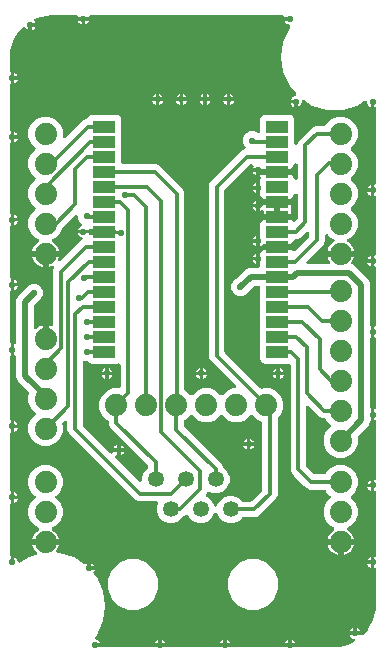
<source format=gbr>
G04 EAGLE Gerber RS-274X export*
G75*
%MOMM*%
%FSLAX34Y34*%
%LPD*%
%INTop Copper*%
%IPPOS*%
%AMOC8*
5,1,8,0,0,1.08239X$1,22.5*%
G01*
%ADD10R,1.899919X1.070103*%
%ADD11C,1.350000*%
%ADD12C,1.879600*%
%ADD13C,0.300000*%
%ADD14C,0.550000*%
%ADD15C,0.500000*%

G36*
X125785Y5005D02*
X125785Y5005D01*
X125821Y5002D01*
X125957Y5025D01*
X126093Y5041D01*
X126127Y5053D01*
X126162Y5058D01*
X126289Y5111D01*
X126419Y5158D01*
X126448Y5177D01*
X126481Y5191D01*
X126593Y5272D01*
X126708Y5347D01*
X126733Y5373D01*
X126761Y5393D01*
X126852Y5497D01*
X126855Y5501D01*
X132000Y5501D01*
X137135Y5501D01*
X137143Y5489D01*
X137247Y5398D01*
X137347Y5303D01*
X137378Y5285D01*
X137404Y5262D01*
X137527Y5198D01*
X137645Y5128D01*
X137679Y5118D01*
X137711Y5101D01*
X137844Y5067D01*
X137976Y5026D01*
X138011Y5024D01*
X138045Y5015D01*
X138250Y5001D01*
X180750Y5001D01*
X180785Y5005D01*
X180821Y5002D01*
X180957Y5025D01*
X181093Y5041D01*
X181127Y5053D01*
X181162Y5058D01*
X181289Y5111D01*
X181419Y5158D01*
X181448Y5177D01*
X181481Y5191D01*
X181593Y5272D01*
X181708Y5347D01*
X181733Y5373D01*
X181761Y5393D01*
X181852Y5497D01*
X181855Y5501D01*
X187000Y5501D01*
X192135Y5501D01*
X192143Y5489D01*
X192247Y5398D01*
X192347Y5303D01*
X192378Y5285D01*
X192404Y5262D01*
X192527Y5198D01*
X192645Y5128D01*
X192679Y5118D01*
X192711Y5101D01*
X192844Y5067D01*
X192976Y5026D01*
X193011Y5024D01*
X193045Y5015D01*
X193250Y5001D01*
X235750Y5001D01*
X235785Y5005D01*
X235821Y5002D01*
X235957Y5025D01*
X236093Y5041D01*
X236127Y5053D01*
X236162Y5058D01*
X236289Y5111D01*
X236419Y5158D01*
X236448Y5177D01*
X236481Y5191D01*
X236593Y5272D01*
X236708Y5347D01*
X236733Y5373D01*
X236761Y5393D01*
X236852Y5497D01*
X236855Y5501D01*
X242000Y5501D01*
X247135Y5501D01*
X247143Y5489D01*
X247247Y5398D01*
X247347Y5303D01*
X247378Y5285D01*
X247404Y5262D01*
X247527Y5198D01*
X247645Y5128D01*
X247679Y5118D01*
X247711Y5101D01*
X247844Y5067D01*
X247976Y5026D01*
X248011Y5024D01*
X248045Y5015D01*
X248250Y5001D01*
X279844Y5001D01*
X279878Y5005D01*
X279985Y5007D01*
X284473Y5429D01*
X284517Y5438D01*
X284561Y5440D01*
X284762Y5485D01*
X293436Y8073D01*
X293522Y8110D01*
X293612Y8138D01*
X293725Y8197D01*
X293754Y8210D01*
X293767Y8219D01*
X293793Y8233D01*
X296141Y9678D01*
X296244Y9760D01*
X296353Y9836D01*
X296380Y9867D01*
X296412Y9892D01*
X296495Y9995D01*
X296582Y10094D01*
X296602Y10130D01*
X296628Y10163D01*
X296684Y10282D01*
X296747Y10398D01*
X296758Y10438D01*
X296775Y10475D01*
X296803Y10604D01*
X296837Y10732D01*
X296839Y10773D01*
X296847Y10813D01*
X296845Y10945D01*
X296849Y11077D01*
X296841Y11118D01*
X296840Y11159D01*
X296807Y11287D01*
X296781Y11416D01*
X296764Y11454D01*
X296754Y11494D01*
X296692Y11611D01*
X296637Y11731D01*
X296612Y11764D01*
X296593Y11800D01*
X296507Y11900D01*
X296426Y12004D01*
X296394Y12030D01*
X296367Y12061D01*
X296260Y12138D01*
X296157Y12222D01*
X296120Y12239D01*
X296086Y12264D01*
X295964Y12314D01*
X295845Y12372D01*
X295791Y12386D01*
X295767Y12396D01*
X295734Y12402D01*
X295647Y12425D01*
X295614Y12432D01*
X294750Y12790D01*
X293972Y13310D01*
X293310Y13972D01*
X292790Y14750D01*
X292479Y15501D01*
X297000Y15501D01*
X302834Y15501D01*
X302882Y15482D01*
X302930Y15476D01*
X302976Y15462D01*
X303101Y15453D01*
X303225Y15437D01*
X303273Y15441D01*
X303321Y15438D01*
X303444Y15458D01*
X303569Y15471D01*
X303614Y15486D01*
X303662Y15494D01*
X303777Y15542D01*
X303896Y15583D01*
X303937Y15608D01*
X303981Y15627D01*
X304083Y15700D01*
X304189Y15767D01*
X304238Y15812D01*
X304261Y15829D01*
X304282Y15853D01*
X304340Y15906D01*
X308024Y19804D01*
X308080Y19879D01*
X308144Y19948D01*
X308212Y20056D01*
X308231Y20081D01*
X308237Y20096D01*
X308253Y20121D01*
X312557Y28085D01*
X312592Y28172D01*
X312635Y28255D01*
X312674Y28377D01*
X312685Y28406D01*
X312688Y28422D01*
X312697Y28451D01*
X314792Y37258D01*
X314797Y37302D01*
X314810Y37345D01*
X314832Y37549D01*
X314998Y42012D01*
X314997Y42031D01*
X314999Y42068D01*
X314999Y42229D01*
X314998Y42244D01*
X314999Y42272D01*
X314971Y43258D01*
X314985Y43314D01*
X314985Y43317D01*
X314986Y43319D01*
X314986Y43326D01*
X314999Y43519D01*
X314999Y70926D01*
X314998Y70935D01*
X314999Y70944D01*
X314978Y71106D01*
X314959Y71269D01*
X314956Y71278D01*
X314955Y71287D01*
X314898Y71440D01*
X314842Y71595D01*
X314837Y71602D01*
X314834Y71611D01*
X314743Y71747D01*
X314653Y71884D01*
X314646Y71891D01*
X314641Y71898D01*
X314521Y72010D01*
X314403Y72123D01*
X314395Y72128D01*
X314388Y72134D01*
X314245Y72216D01*
X314105Y72298D01*
X314096Y72301D01*
X314088Y72305D01*
X313931Y72352D01*
X313774Y72400D01*
X313765Y72401D01*
X313756Y72403D01*
X313594Y72412D01*
X313499Y72419D01*
X313499Y77000D01*
X313499Y81580D01*
X313552Y81576D01*
X313561Y81577D01*
X313571Y81576D01*
X313732Y81603D01*
X313894Y81627D01*
X313903Y81631D01*
X313912Y81632D01*
X314063Y81695D01*
X314215Y81756D01*
X314222Y81762D01*
X314231Y81765D01*
X314364Y81861D01*
X314498Y81955D01*
X314504Y81962D01*
X314511Y81967D01*
X314619Y82092D01*
X314728Y82213D01*
X314732Y82221D01*
X314738Y82228D01*
X314815Y82375D01*
X314892Y82517D01*
X314894Y82526D01*
X314899Y82535D01*
X314940Y82694D01*
X314983Y82851D01*
X314983Y82860D01*
X314985Y82869D01*
X314999Y83074D01*
X314999Y135926D01*
X314998Y135935D01*
X314999Y135944D01*
X314978Y136106D01*
X314959Y136269D01*
X314956Y136278D01*
X314955Y136287D01*
X314898Y136440D01*
X314842Y136595D01*
X314837Y136602D01*
X314834Y136611D01*
X314743Y136747D01*
X314653Y136884D01*
X314646Y136891D01*
X314641Y136898D01*
X314521Y137010D01*
X314403Y137123D01*
X314395Y137128D01*
X314388Y137134D01*
X314245Y137216D01*
X314105Y137298D01*
X314096Y137301D01*
X314088Y137305D01*
X313931Y137352D01*
X313774Y137400D01*
X313765Y137401D01*
X313756Y137403D01*
X313594Y137412D01*
X313499Y137419D01*
X313499Y142000D01*
X313499Y146580D01*
X313552Y146576D01*
X313561Y146577D01*
X313571Y146576D01*
X313732Y146603D01*
X313894Y146627D01*
X313903Y146631D01*
X313912Y146632D01*
X314063Y146695D01*
X314215Y146756D01*
X314222Y146762D01*
X314231Y146765D01*
X314364Y146861D01*
X314498Y146955D01*
X314504Y146962D01*
X314511Y146967D01*
X314619Y147092D01*
X314728Y147213D01*
X314732Y147221D01*
X314738Y147228D01*
X314815Y147375D01*
X314892Y147517D01*
X314894Y147526D01*
X314899Y147535D01*
X314940Y147695D01*
X314983Y147851D01*
X314983Y147860D01*
X314985Y147869D01*
X314999Y148074D01*
X314999Y195926D01*
X314998Y195935D01*
X314999Y195944D01*
X314978Y196106D01*
X314959Y196269D01*
X314956Y196278D01*
X314955Y196287D01*
X314898Y196440D01*
X314842Y196595D01*
X314837Y196602D01*
X314834Y196611D01*
X314743Y196746D01*
X314653Y196884D01*
X314646Y196891D01*
X314641Y196898D01*
X314521Y197010D01*
X314403Y197123D01*
X314395Y197128D01*
X314388Y197134D01*
X314245Y197216D01*
X314105Y197298D01*
X314096Y197301D01*
X314088Y197305D01*
X313931Y197352D01*
X313774Y197400D01*
X313765Y197401D01*
X313756Y197403D01*
X313594Y197412D01*
X313499Y197419D01*
X313499Y202000D01*
X313499Y206580D01*
X313552Y206576D01*
X313561Y206577D01*
X313571Y206576D01*
X313732Y206603D01*
X313894Y206627D01*
X313903Y206631D01*
X313912Y206632D01*
X314063Y206695D01*
X314215Y206756D01*
X314222Y206762D01*
X314231Y206765D01*
X314364Y206861D01*
X314498Y206955D01*
X314504Y206962D01*
X314511Y206967D01*
X314619Y207092D01*
X314728Y207213D01*
X314732Y207221D01*
X314738Y207228D01*
X314815Y207375D01*
X314892Y207517D01*
X314894Y207526D01*
X314899Y207535D01*
X314940Y207695D01*
X314983Y207851D01*
X314983Y207860D01*
X314985Y207869D01*
X314999Y208074D01*
X314999Y265926D01*
X314998Y265935D01*
X314999Y265944D01*
X314978Y266106D01*
X314959Y266269D01*
X314956Y266278D01*
X314955Y266287D01*
X314898Y266440D01*
X314842Y266595D01*
X314837Y266602D01*
X314834Y266611D01*
X314743Y266747D01*
X314653Y266884D01*
X314646Y266891D01*
X314641Y266898D01*
X314521Y267010D01*
X314403Y267123D01*
X314395Y267128D01*
X314388Y267134D01*
X314245Y267216D01*
X314105Y267298D01*
X314096Y267301D01*
X314088Y267305D01*
X313931Y267352D01*
X313774Y267400D01*
X313765Y267401D01*
X313756Y267403D01*
X313594Y267412D01*
X313499Y267419D01*
X313499Y272000D01*
X313499Y276580D01*
X313552Y276576D01*
X313561Y276577D01*
X313571Y276576D01*
X313732Y276603D01*
X313894Y276627D01*
X313903Y276631D01*
X313912Y276632D01*
X314063Y276695D01*
X314215Y276756D01*
X314222Y276762D01*
X314231Y276765D01*
X314364Y276861D01*
X314498Y276955D01*
X314504Y276962D01*
X314511Y276967D01*
X314619Y277092D01*
X314728Y277213D01*
X314732Y277221D01*
X314738Y277228D01*
X314815Y277375D01*
X314892Y277517D01*
X314894Y277526D01*
X314899Y277535D01*
X314940Y277695D01*
X314983Y277851D01*
X314983Y277860D01*
X314985Y277869D01*
X314999Y278074D01*
X314999Y325926D01*
X314998Y325935D01*
X314999Y325944D01*
X314978Y326106D01*
X314959Y326269D01*
X314956Y326278D01*
X314955Y326287D01*
X314898Y326440D01*
X314842Y326595D01*
X314837Y326602D01*
X314834Y326611D01*
X314743Y326747D01*
X314653Y326884D01*
X314646Y326891D01*
X314641Y326898D01*
X314521Y327010D01*
X314403Y327123D01*
X314395Y327128D01*
X314388Y327134D01*
X314245Y327216D01*
X314105Y327298D01*
X314096Y327301D01*
X314088Y327305D01*
X313931Y327352D01*
X313774Y327400D01*
X313765Y327401D01*
X313756Y327403D01*
X313594Y327412D01*
X313499Y327419D01*
X313499Y332000D01*
X313499Y336580D01*
X313552Y336576D01*
X313561Y336577D01*
X313571Y336576D01*
X313732Y336603D01*
X313894Y336627D01*
X313903Y336631D01*
X313912Y336632D01*
X314063Y336695D01*
X314215Y336756D01*
X314222Y336762D01*
X314231Y336765D01*
X314364Y336861D01*
X314498Y336955D01*
X314504Y336962D01*
X314511Y336967D01*
X314619Y337092D01*
X314728Y337213D01*
X314732Y337221D01*
X314738Y337228D01*
X314815Y337375D01*
X314892Y337517D01*
X314894Y337526D01*
X314899Y337535D01*
X314940Y337695D01*
X314983Y337851D01*
X314983Y337860D01*
X314985Y337869D01*
X314999Y338074D01*
X314999Y385926D01*
X314998Y385935D01*
X314999Y385944D01*
X314978Y386106D01*
X314959Y386269D01*
X314956Y386278D01*
X314955Y386287D01*
X314898Y386440D01*
X314842Y386595D01*
X314837Y386602D01*
X314834Y386611D01*
X314743Y386747D01*
X314653Y386884D01*
X314646Y386891D01*
X314641Y386898D01*
X314521Y387010D01*
X314403Y387123D01*
X314395Y387128D01*
X314388Y387134D01*
X314245Y387216D01*
X314105Y387298D01*
X314096Y387301D01*
X314088Y387305D01*
X313931Y387352D01*
X313774Y387400D01*
X313765Y387401D01*
X313756Y387403D01*
X313594Y387412D01*
X313499Y387419D01*
X313499Y392000D01*
X313499Y396580D01*
X313552Y396576D01*
X313561Y396577D01*
X313571Y396576D01*
X313732Y396603D01*
X313894Y396627D01*
X313903Y396631D01*
X313912Y396632D01*
X314063Y396695D01*
X314215Y396756D01*
X314222Y396762D01*
X314231Y396765D01*
X314364Y396861D01*
X314498Y396955D01*
X314504Y396962D01*
X314511Y396967D01*
X314619Y397092D01*
X314728Y397213D01*
X314732Y397221D01*
X314738Y397228D01*
X314815Y397375D01*
X314892Y397517D01*
X314894Y397526D01*
X314899Y397535D01*
X314940Y397695D01*
X314983Y397851D01*
X314983Y397860D01*
X314985Y397869D01*
X314999Y398074D01*
X314999Y460926D01*
X314998Y460935D01*
X314999Y460944D01*
X314978Y461106D01*
X314959Y461269D01*
X314956Y461278D01*
X314955Y461287D01*
X314898Y461440D01*
X314842Y461595D01*
X314837Y461602D01*
X314834Y461611D01*
X314743Y461747D01*
X314653Y461884D01*
X314646Y461891D01*
X314641Y461898D01*
X314521Y462010D01*
X314403Y462123D01*
X314395Y462128D01*
X314388Y462134D01*
X314245Y462216D01*
X314105Y462298D01*
X314096Y462301D01*
X314088Y462305D01*
X313931Y462352D01*
X313774Y462400D01*
X313765Y462401D01*
X313756Y462403D01*
X313594Y462412D01*
X313499Y462419D01*
X313499Y467000D01*
X313495Y467035D01*
X313498Y467070D01*
X313475Y467206D01*
X313460Y467343D01*
X313447Y467376D01*
X313442Y467411D01*
X313389Y467539D01*
X313342Y467668D01*
X313323Y467698D01*
X313309Y467731D01*
X313229Y467842D01*
X313153Y467958D01*
X313128Y467982D01*
X313107Y468011D01*
X313003Y468102D01*
X312903Y468197D01*
X312873Y468214D01*
X312846Y468238D01*
X312723Y468302D01*
X312605Y468372D01*
X312571Y468382D01*
X312540Y468399D01*
X312406Y468433D01*
X312275Y468474D01*
X312239Y468476D01*
X312205Y468485D01*
X312000Y468499D01*
X311965Y468495D01*
X311930Y468497D01*
X311929Y468497D01*
X311793Y468475D01*
X311656Y468459D01*
X311623Y468447D01*
X311588Y468441D01*
X311461Y468388D01*
X311331Y468342D01*
X311301Y468322D01*
X311269Y468309D01*
X311157Y468228D01*
X311042Y468153D01*
X311017Y468127D01*
X310988Y468106D01*
X310898Y468002D01*
X310803Y467903D01*
X310785Y467872D01*
X310762Y467845D01*
X310698Y467723D01*
X310628Y467604D01*
X310618Y467571D01*
X310601Y467539D01*
X310567Y467406D01*
X310526Y467274D01*
X310523Y467239D01*
X310515Y467204D01*
X310501Y467000D01*
X310501Y462479D01*
X309750Y462790D01*
X308972Y463310D01*
X308310Y463972D01*
X307790Y464750D01*
X307432Y465614D01*
X307274Y466410D01*
X307230Y466546D01*
X307191Y466684D01*
X307177Y466710D01*
X307167Y466739D01*
X307094Y466861D01*
X307025Y466987D01*
X307004Y467009D01*
X306989Y467035D01*
X306889Y467137D01*
X306793Y467243D01*
X306768Y467261D01*
X306747Y467282D01*
X306626Y467359D01*
X306509Y467440D01*
X306481Y467451D01*
X306455Y467468D01*
X306320Y467515D01*
X306187Y467567D01*
X306157Y467571D01*
X306129Y467581D01*
X305986Y467596D01*
X305845Y467616D01*
X305815Y467614D01*
X305785Y467617D01*
X305643Y467599D01*
X305501Y467586D01*
X305472Y467577D01*
X305442Y467573D01*
X305308Y467522D01*
X305172Y467478D01*
X305137Y467458D01*
X305118Y467451D01*
X305090Y467433D01*
X304993Y467379D01*
X298953Y463498D01*
X286493Y459839D01*
X273507Y459839D01*
X261047Y463498D01*
X254061Y467987D01*
X253955Y468039D01*
X253855Y468098D01*
X253801Y468115D01*
X253750Y468140D01*
X253636Y468166D01*
X253524Y468200D01*
X253468Y468204D01*
X253413Y468217D01*
X253296Y468216D01*
X253179Y468224D01*
X253124Y468215D01*
X253067Y468214D01*
X252954Y468187D01*
X252838Y468168D01*
X252786Y468146D01*
X252731Y468133D01*
X252627Y468080D01*
X252519Y468035D01*
X252473Y468002D01*
X252423Y467977D01*
X252333Y467901D01*
X252239Y467833D01*
X252202Y467790D01*
X252158Y467754D01*
X252089Y467660D01*
X252012Y467572D01*
X251986Y467522D01*
X251952Y467476D01*
X251906Y467369D01*
X251851Y467266D01*
X251837Y467211D01*
X251815Y467159D01*
X251794Y467044D01*
X251765Y466931D01*
X251759Y466850D01*
X251754Y466819D01*
X251755Y466790D01*
X251751Y466726D01*
X251751Y466532D01*
X251568Y465614D01*
X251210Y464750D01*
X250690Y463972D01*
X250028Y463310D01*
X249250Y462790D01*
X248499Y462479D01*
X248499Y467000D01*
X248495Y467035D01*
X248498Y467070D01*
X248475Y467206D01*
X248460Y467343D01*
X248447Y467376D01*
X248442Y467411D01*
X248389Y467539D01*
X248342Y467668D01*
X248323Y467698D01*
X248309Y467731D01*
X248229Y467842D01*
X248153Y467958D01*
X248128Y467982D01*
X248107Y468011D01*
X248106Y468011D01*
X248106Y468012D01*
X248002Y468102D01*
X247903Y468197D01*
X247872Y468215D01*
X247845Y468238D01*
X247723Y468302D01*
X247604Y468372D01*
X247571Y468382D01*
X247539Y468399D01*
X247406Y468433D01*
X247274Y468474D01*
X247239Y468477D01*
X247204Y468485D01*
X247000Y468499D01*
X242479Y468499D01*
X242790Y469250D01*
X243310Y470028D01*
X243972Y470690D01*
X244750Y471210D01*
X245614Y471568D01*
X246154Y471676D01*
X246227Y471699D01*
X246303Y471713D01*
X246391Y471752D01*
X246483Y471782D01*
X246549Y471821D01*
X246619Y471852D01*
X246697Y471910D01*
X246779Y471960D01*
X246834Y472014D01*
X246896Y472060D01*
X246957Y472135D01*
X247026Y472202D01*
X247067Y472267D01*
X247117Y472326D01*
X247160Y472412D01*
X247212Y472494D01*
X247237Y472567D01*
X247271Y472635D01*
X247293Y472729D01*
X247325Y472820D01*
X247333Y472897D01*
X247351Y472972D01*
X247351Y473069D01*
X247361Y473164D01*
X247351Y473241D01*
X247351Y473318D01*
X247329Y473412D01*
X247317Y473507D01*
X247289Y473579D01*
X247272Y473654D01*
X247229Y473741D01*
X247195Y473831D01*
X247152Y473895D01*
X247118Y473964D01*
X247011Y474106D01*
X247003Y474118D01*
X246999Y474121D01*
X246995Y474128D01*
X241618Y480333D01*
X236223Y492146D01*
X234375Y505000D01*
X236223Y517854D01*
X241618Y529667D01*
X241825Y529906D01*
X241868Y529970D01*
X241919Y530027D01*
X241965Y530112D01*
X242020Y530192D01*
X242047Y530264D01*
X242084Y530331D01*
X242109Y530424D01*
X242144Y530514D01*
X242154Y530591D01*
X242174Y530665D01*
X242178Y530761D01*
X242191Y530857D01*
X242183Y530934D01*
X242186Y531010D01*
X242167Y531105D01*
X242158Y531201D01*
X242133Y531274D01*
X242118Y531350D01*
X242078Y531437D01*
X242047Y531529D01*
X242006Y531594D01*
X241974Y531664D01*
X241915Y531740D01*
X241864Y531822D01*
X241810Y531876D01*
X241762Y531937D01*
X241688Y531998D01*
X241619Y532066D01*
X241553Y532106D01*
X241494Y532155D01*
X241407Y532196D01*
X241325Y532247D01*
X241251Y532271D01*
X241182Y532305D01*
X241010Y532351D01*
X240996Y532356D01*
X240992Y532356D01*
X240984Y532358D01*
X240614Y532432D01*
X239750Y532790D01*
X238972Y533310D01*
X238310Y533972D01*
X237790Y534750D01*
X237479Y535501D01*
X242000Y535501D01*
X242035Y535505D01*
X242070Y535502D01*
X242206Y535525D01*
X242343Y535540D01*
X242376Y535552D01*
X242411Y535558D01*
X242539Y535611D01*
X242668Y535658D01*
X242698Y535677D01*
X242731Y535691D01*
X242842Y535771D01*
X242958Y535847D01*
X242982Y535872D01*
X243011Y535893D01*
X243102Y535997D01*
X243197Y536097D01*
X243214Y536127D01*
X243238Y536154D01*
X243302Y536277D01*
X243372Y536395D01*
X243382Y536429D01*
X243399Y536460D01*
X243433Y536594D01*
X243474Y536725D01*
X243476Y536761D01*
X243485Y536795D01*
X243499Y537000D01*
X243495Y537035D01*
X243497Y537070D01*
X243497Y537071D01*
X243475Y537207D01*
X243459Y537344D01*
X243447Y537377D01*
X243441Y537412D01*
X243388Y537539D01*
X243342Y537669D01*
X243322Y537699D01*
X243309Y537731D01*
X243228Y537843D01*
X243153Y537958D01*
X243127Y537983D01*
X243106Y538012D01*
X243002Y538102D01*
X242903Y538197D01*
X242872Y538215D01*
X242845Y538238D01*
X242723Y538302D01*
X242604Y538372D01*
X242571Y538382D01*
X242539Y538399D01*
X242406Y538433D01*
X242274Y538474D01*
X242239Y538477D01*
X242204Y538485D01*
X242000Y538499D01*
X237420Y538499D01*
X237424Y538552D01*
X237423Y538561D01*
X237424Y538571D01*
X237397Y538732D01*
X237373Y538894D01*
X237369Y538903D01*
X237368Y538912D01*
X237305Y539063D01*
X237244Y539215D01*
X237238Y539222D01*
X237235Y539231D01*
X237139Y539364D01*
X237045Y539498D01*
X237038Y539504D01*
X237033Y539511D01*
X236908Y539619D01*
X236787Y539728D01*
X236779Y539732D01*
X236772Y539738D01*
X236625Y539815D01*
X236483Y539892D01*
X236474Y539894D01*
X236465Y539899D01*
X236305Y539940D01*
X236149Y539983D01*
X236140Y539983D01*
X236131Y539985D01*
X235926Y539999D01*
X73074Y539999D01*
X73065Y539998D01*
X73056Y539999D01*
X72894Y539978D01*
X72731Y539959D01*
X72722Y539956D01*
X72713Y539955D01*
X72560Y539898D01*
X72405Y539842D01*
X72398Y539837D01*
X72389Y539834D01*
X72253Y539743D01*
X72116Y539653D01*
X72109Y539646D01*
X72102Y539641D01*
X71990Y539521D01*
X71877Y539403D01*
X71872Y539395D01*
X71866Y539388D01*
X71784Y539245D01*
X71702Y539105D01*
X71699Y539096D01*
X71695Y539088D01*
X71648Y538931D01*
X71600Y538774D01*
X71599Y538765D01*
X71597Y538756D01*
X71588Y538594D01*
X71581Y538499D01*
X67000Y538499D01*
X62420Y538499D01*
X62424Y538552D01*
X62423Y538561D01*
X62424Y538571D01*
X62397Y538732D01*
X62373Y538894D01*
X62369Y538903D01*
X62368Y538912D01*
X62305Y539063D01*
X62244Y539215D01*
X62238Y539222D01*
X62235Y539231D01*
X62139Y539364D01*
X62045Y539498D01*
X62038Y539504D01*
X62033Y539511D01*
X61908Y539619D01*
X61787Y539728D01*
X61779Y539732D01*
X61772Y539738D01*
X61625Y539815D01*
X61483Y539892D01*
X61474Y539894D01*
X61465Y539899D01*
X61305Y539940D01*
X61149Y539983D01*
X61140Y539983D01*
X61131Y539985D01*
X60926Y539999D01*
X40000Y539999D01*
X39970Y539996D01*
X39902Y539996D01*
X35529Y539709D01*
X35485Y539701D01*
X35441Y539701D01*
X35239Y539662D01*
X26792Y537398D01*
X26705Y537364D01*
X26615Y537339D01*
X26500Y537282D01*
X26471Y537271D01*
X26458Y537262D01*
X26431Y537248D01*
X26212Y537122D01*
X26144Y537072D01*
X26071Y537030D01*
X26006Y536969D01*
X25935Y536916D01*
X25880Y536852D01*
X25818Y536794D01*
X25769Y536720D01*
X25712Y536652D01*
X25673Y536576D01*
X25627Y536506D01*
X25596Y536423D01*
X25555Y536344D01*
X25535Y536261D01*
X25506Y536182D01*
X25495Y536094D01*
X25474Y536008D01*
X25473Y535923D01*
X25463Y535839D01*
X25472Y535751D01*
X25471Y535662D01*
X25490Y535579D01*
X25499Y535495D01*
X25528Y535412D01*
X25548Y535325D01*
X25585Y535249D01*
X25613Y535169D01*
X25689Y535037D01*
X25700Y535014D01*
X25706Y535007D01*
X25715Y534991D01*
X26210Y534250D01*
X26521Y533499D01*
X22000Y533499D01*
X21965Y533495D01*
X21930Y533498D01*
X21794Y533475D01*
X21657Y533460D01*
X21624Y533447D01*
X21589Y533442D01*
X21461Y533389D01*
X21332Y533342D01*
X21302Y533323D01*
X21269Y533309D01*
X21158Y533229D01*
X21042Y533153D01*
X21018Y533127D01*
X20989Y533107D01*
X20988Y533106D01*
X20898Y533002D01*
X20803Y532903D01*
X20785Y532872D01*
X20762Y532845D01*
X20697Y532723D01*
X20628Y532604D01*
X20618Y532571D01*
X20601Y532539D01*
X20567Y532406D01*
X20526Y532274D01*
X20523Y532239D01*
X20515Y532204D01*
X20501Y532000D01*
X20501Y527479D01*
X19750Y527790D01*
X18972Y528310D01*
X18310Y528972D01*
X17951Y529508D01*
X17945Y529516D01*
X17941Y529524D01*
X17833Y529647D01*
X17727Y529772D01*
X17720Y529777D01*
X17714Y529784D01*
X17580Y529881D01*
X17449Y529977D01*
X17440Y529981D01*
X17433Y529986D01*
X17281Y530049D01*
X17131Y530113D01*
X17122Y530114D01*
X17113Y530118D01*
X16950Y530144D01*
X16790Y530172D01*
X16781Y530172D01*
X16772Y530173D01*
X16608Y530162D01*
X16445Y530152D01*
X16436Y530149D01*
X16427Y530149D01*
X16271Y530100D01*
X16114Y530053D01*
X16106Y530049D01*
X16097Y530046D01*
X15957Y529963D01*
X15814Y529881D01*
X15807Y529875D01*
X15799Y529870D01*
X15644Y529736D01*
X12363Y526454D01*
X12304Y526380D01*
X12239Y526313D01*
X12167Y526207D01*
X12148Y526183D01*
X12141Y526168D01*
X12124Y526143D01*
X7752Y518570D01*
X7719Y518495D01*
X7678Y518425D01*
X7674Y518413D01*
X7668Y518402D01*
X7627Y518281D01*
X7614Y518252D01*
X7612Y518237D01*
X7602Y518208D01*
X5338Y509761D01*
X5332Y509717D01*
X5318Y509674D01*
X5291Y509471D01*
X5004Y505098D01*
X5005Y505069D01*
X5001Y505000D01*
X5001Y493250D01*
X5005Y493215D01*
X5002Y493179D01*
X5025Y493043D01*
X5041Y492907D01*
X5053Y492873D01*
X5058Y492838D01*
X5111Y492711D01*
X5158Y492581D01*
X5177Y492552D01*
X5191Y492519D01*
X5272Y492407D01*
X5347Y492292D01*
X5373Y492267D01*
X5393Y492239D01*
X5497Y492148D01*
X5501Y492145D01*
X5501Y487000D01*
X5501Y481865D01*
X5489Y481857D01*
X5398Y481753D01*
X5303Y481653D01*
X5285Y481622D01*
X5262Y481596D01*
X5198Y481473D01*
X5128Y481355D01*
X5118Y481321D01*
X5101Y481289D01*
X5067Y481156D01*
X5026Y481024D01*
X5024Y480989D01*
X5015Y480955D01*
X5001Y480750D01*
X5001Y443250D01*
X5005Y443215D01*
X5002Y443179D01*
X5025Y443043D01*
X5041Y442907D01*
X5053Y442873D01*
X5058Y442838D01*
X5111Y442711D01*
X5158Y442581D01*
X5177Y442552D01*
X5191Y442519D01*
X5272Y442407D01*
X5347Y442292D01*
X5373Y442267D01*
X5393Y442239D01*
X5497Y442148D01*
X5501Y442145D01*
X5501Y437000D01*
X5501Y431865D01*
X5489Y431857D01*
X5398Y431753D01*
X5303Y431653D01*
X5285Y431622D01*
X5262Y431596D01*
X5198Y431473D01*
X5128Y431355D01*
X5118Y431321D01*
X5101Y431289D01*
X5067Y431156D01*
X5026Y431024D01*
X5024Y430989D01*
X5015Y430955D01*
X5001Y430750D01*
X5001Y373250D01*
X5005Y373215D01*
X5002Y373179D01*
X5025Y373043D01*
X5041Y372907D01*
X5053Y372873D01*
X5058Y372838D01*
X5111Y372711D01*
X5158Y372581D01*
X5177Y372552D01*
X5191Y372519D01*
X5272Y372407D01*
X5347Y372292D01*
X5373Y372267D01*
X5393Y372239D01*
X5497Y372148D01*
X5501Y372145D01*
X5501Y367000D01*
X5501Y361865D01*
X5489Y361857D01*
X5398Y361753D01*
X5303Y361653D01*
X5285Y361622D01*
X5262Y361596D01*
X5198Y361473D01*
X5128Y361355D01*
X5118Y361321D01*
X5101Y361289D01*
X5067Y361156D01*
X5026Y361024D01*
X5024Y360989D01*
X5015Y360955D01*
X5001Y360750D01*
X5001Y318250D01*
X5005Y318215D01*
X5002Y318179D01*
X5025Y318043D01*
X5041Y317907D01*
X5053Y317873D01*
X5058Y317838D01*
X5111Y317711D01*
X5158Y317581D01*
X5177Y317552D01*
X5191Y317519D01*
X5272Y317407D01*
X5347Y317292D01*
X5373Y317267D01*
X5393Y317239D01*
X5497Y317148D01*
X5501Y317145D01*
X5501Y312000D01*
X5501Y306865D01*
X5489Y306857D01*
X5398Y306753D01*
X5303Y306653D01*
X5285Y306622D01*
X5262Y306596D01*
X5198Y306473D01*
X5128Y306355D01*
X5118Y306321D01*
X5101Y306289D01*
X5067Y306156D01*
X5026Y306024D01*
X5024Y305989D01*
X5015Y305955D01*
X5001Y305750D01*
X5001Y263250D01*
X5005Y263215D01*
X5002Y263179D01*
X5025Y263043D01*
X5041Y262907D01*
X5053Y262873D01*
X5058Y262838D01*
X5111Y262711D01*
X5158Y262581D01*
X5177Y262552D01*
X5191Y262519D01*
X5272Y262407D01*
X5347Y262292D01*
X5373Y262267D01*
X5393Y262239D01*
X5497Y262148D01*
X5501Y262145D01*
X5501Y257000D01*
X5501Y251865D01*
X5489Y251857D01*
X5398Y251753D01*
X5303Y251653D01*
X5285Y251622D01*
X5262Y251596D01*
X5198Y251473D01*
X5128Y251355D01*
X5118Y251321D01*
X5101Y251289D01*
X5067Y251156D01*
X5026Y251024D01*
X5024Y250989D01*
X5015Y250955D01*
X5001Y250750D01*
X5001Y198250D01*
X5005Y198215D01*
X5002Y198179D01*
X5025Y198043D01*
X5041Y197907D01*
X5053Y197873D01*
X5058Y197838D01*
X5111Y197711D01*
X5158Y197581D01*
X5177Y197552D01*
X5191Y197519D01*
X5272Y197407D01*
X5347Y197292D01*
X5373Y197267D01*
X5393Y197239D01*
X5497Y197148D01*
X5501Y197145D01*
X5501Y192000D01*
X5501Y186865D01*
X5489Y186857D01*
X5398Y186753D01*
X5303Y186653D01*
X5285Y186622D01*
X5262Y186596D01*
X5198Y186473D01*
X5128Y186355D01*
X5118Y186321D01*
X5101Y186289D01*
X5067Y186156D01*
X5026Y186024D01*
X5024Y185989D01*
X5015Y185955D01*
X5001Y185750D01*
X5001Y138250D01*
X5005Y138215D01*
X5002Y138179D01*
X5025Y138043D01*
X5041Y137907D01*
X5053Y137873D01*
X5058Y137838D01*
X5111Y137711D01*
X5158Y137581D01*
X5177Y137552D01*
X5191Y137519D01*
X5272Y137407D01*
X5347Y137292D01*
X5373Y137267D01*
X5393Y137239D01*
X5497Y137148D01*
X5501Y137145D01*
X5501Y132000D01*
X5501Y126865D01*
X5489Y126857D01*
X5398Y126753D01*
X5303Y126653D01*
X5285Y126622D01*
X5262Y126596D01*
X5198Y126473D01*
X5128Y126355D01*
X5118Y126321D01*
X5101Y126289D01*
X5067Y126156D01*
X5026Y126024D01*
X5024Y125989D01*
X5015Y125955D01*
X5001Y125750D01*
X5001Y83250D01*
X5005Y83215D01*
X5002Y83179D01*
X5025Y83043D01*
X5041Y82907D01*
X5053Y82873D01*
X5058Y82838D01*
X5111Y82711D01*
X5158Y82581D01*
X5177Y82552D01*
X5191Y82519D01*
X5272Y82407D01*
X5347Y82292D01*
X5373Y82267D01*
X5393Y82239D01*
X5497Y82148D01*
X5501Y82145D01*
X5501Y77000D01*
X5505Y76965D01*
X5502Y76930D01*
X5525Y76794D01*
X5540Y76657D01*
X5552Y76624D01*
X5558Y76589D01*
X5611Y76461D01*
X5658Y76332D01*
X5677Y76302D01*
X5691Y76269D01*
X5771Y76158D01*
X5847Y76042D01*
X5872Y76018D01*
X5893Y75989D01*
X5997Y75898D01*
X6097Y75803D01*
X6127Y75786D01*
X6154Y75762D01*
X6277Y75698D01*
X6395Y75628D01*
X6429Y75618D01*
X6460Y75601D01*
X6594Y75567D01*
X6725Y75526D01*
X6761Y75524D01*
X6795Y75515D01*
X7000Y75501D01*
X7035Y75505D01*
X7070Y75503D01*
X7071Y75503D01*
X7207Y75525D01*
X7344Y75541D01*
X7377Y75553D01*
X7412Y75559D01*
X7539Y75612D01*
X7669Y75658D01*
X7699Y75678D01*
X7731Y75691D01*
X7843Y75772D01*
X7958Y75847D01*
X7983Y75873D01*
X8012Y75894D01*
X8102Y75998D01*
X8197Y76097D01*
X8215Y76128D01*
X8238Y76155D01*
X8302Y76277D01*
X8372Y76396D01*
X8382Y76429D01*
X8399Y76461D01*
X8433Y76594D01*
X8474Y76726D01*
X8477Y76761D01*
X8485Y76796D01*
X8499Y77000D01*
X8499Y81521D01*
X9250Y81210D01*
X10028Y80690D01*
X10690Y80028D01*
X11210Y79250D01*
X11568Y78386D01*
X11663Y77907D01*
X11707Y77771D01*
X11746Y77633D01*
X11760Y77607D01*
X11770Y77578D01*
X11844Y77455D01*
X11912Y77330D01*
X11932Y77308D01*
X11948Y77282D01*
X12048Y77179D01*
X12144Y77073D01*
X12169Y77056D01*
X12190Y77034D01*
X12311Y76958D01*
X12428Y76877D01*
X12456Y76865D01*
X12482Y76849D01*
X12617Y76802D01*
X12750Y76750D01*
X12780Y76746D01*
X12808Y76736D01*
X12951Y76721D01*
X13092Y76701D01*
X13122Y76703D01*
X13152Y76700D01*
X13294Y76718D01*
X13436Y76731D01*
X13465Y76740D01*
X13495Y76744D01*
X13629Y76794D01*
X13765Y76839D01*
X13800Y76859D01*
X13819Y76866D01*
X13847Y76884D01*
X13944Y76938D01*
X21047Y81502D01*
X26763Y83181D01*
X26821Y83206D01*
X26883Y83222D01*
X26980Y83273D01*
X27081Y83316D01*
X27132Y83353D01*
X27189Y83383D01*
X27271Y83455D01*
X27360Y83520D01*
X27401Y83568D01*
X27449Y83610D01*
X27513Y83699D01*
X27585Y83783D01*
X27614Y83839D01*
X27651Y83891D01*
X27693Y83992D01*
X27743Y84090D01*
X27759Y84152D01*
X27783Y84211D01*
X27800Y84319D01*
X27827Y84425D01*
X27828Y84489D01*
X27838Y84552D01*
X27830Y84661D01*
X27832Y84771D01*
X27818Y84833D01*
X27814Y84897D01*
X27781Y85002D01*
X27757Y85109D01*
X27730Y85166D01*
X27711Y85227D01*
X27655Y85322D01*
X27608Y85420D01*
X27568Y85470D01*
X27535Y85525D01*
X27400Y85679D01*
X26305Y86774D01*
X25251Y88226D01*
X24436Y89824D01*
X23882Y91531D01*
X23861Y91661D01*
X33960Y91661D01*
X33995Y91665D01*
X34030Y91662D01*
X34166Y91685D01*
X34303Y91701D01*
X34337Y91713D01*
X34372Y91718D01*
X34499Y91771D01*
X34628Y91818D01*
X34658Y91837D01*
X34691Y91851D01*
X34803Y91932D01*
X34918Y92007D01*
X34942Y92033D01*
X34971Y92053D01*
X35002Y92089D01*
X35038Y92058D01*
X35137Y91963D01*
X35168Y91945D01*
X35195Y91922D01*
X35317Y91858D01*
X35435Y91788D01*
X35469Y91778D01*
X35501Y91761D01*
X35634Y91727D01*
X35766Y91686D01*
X35801Y91684D01*
X35836Y91675D01*
X36040Y91661D01*
X46139Y91661D01*
X46118Y91531D01*
X45564Y89824D01*
X44749Y88226D01*
X44252Y87541D01*
X44173Y87402D01*
X44093Y87265D01*
X44089Y87252D01*
X44082Y87240D01*
X44038Y87086D01*
X43991Y86935D01*
X43990Y86921D01*
X43986Y86908D01*
X43978Y86749D01*
X43967Y86590D01*
X43969Y86576D01*
X43969Y86563D01*
X43997Y86406D01*
X44023Y86248D01*
X44028Y86236D01*
X44031Y86223D01*
X44095Y86076D01*
X44156Y85929D01*
X44164Y85918D01*
X44169Y85906D01*
X44265Y85778D01*
X44358Y85649D01*
X44368Y85640D01*
X44376Y85629D01*
X44499Y85527D01*
X44619Y85422D01*
X44631Y85416D01*
X44642Y85407D01*
X44783Y85336D01*
X44925Y85261D01*
X44938Y85258D01*
X44950Y85252D01*
X45105Y85215D01*
X45260Y85175D01*
X45277Y85174D01*
X45287Y85172D01*
X45311Y85171D01*
X45465Y85161D01*
X46493Y85161D01*
X58953Y81502D01*
X67667Y75902D01*
X67734Y75869D01*
X67796Y75828D01*
X67889Y75794D01*
X67978Y75750D01*
X68050Y75734D01*
X68120Y75708D01*
X68218Y75695D01*
X68315Y75673D01*
X68389Y75674D01*
X68463Y75664D01*
X68562Y75675D01*
X68661Y75675D01*
X68733Y75693D01*
X68807Y75701D01*
X68900Y75733D01*
X68997Y75757D01*
X69063Y75790D01*
X69133Y75815D01*
X69297Y75909D01*
X69305Y75913D01*
X69307Y75915D01*
X69311Y75917D01*
X69750Y76210D01*
X70501Y76521D01*
X70501Y74322D01*
X70509Y74251D01*
X70507Y74179D01*
X70529Y74080D01*
X70540Y73979D01*
X70565Y73911D01*
X70580Y73841D01*
X70623Y73749D01*
X70658Y73654D01*
X70697Y73593D01*
X70728Y73529D01*
X70845Y73367D01*
X70847Y73364D01*
X70848Y73363D01*
X70848Y73362D01*
X70970Y73247D01*
X71097Y73125D01*
X71098Y73124D01*
X71099Y73124D01*
X71254Y73033D01*
X71395Y72950D01*
X71396Y72950D01*
X71397Y72949D01*
X71570Y72896D01*
X71726Y72848D01*
X71727Y72848D01*
X71728Y72848D01*
X71902Y72836D01*
X72071Y72824D01*
X72072Y72824D01*
X72073Y72824D01*
X72243Y72853D01*
X72412Y72880D01*
X72413Y72881D01*
X72414Y72881D01*
X72572Y72947D01*
X72731Y73013D01*
X72732Y73014D01*
X72733Y73014D01*
X72871Y73114D01*
X73012Y73215D01*
X73012Y73216D01*
X73013Y73217D01*
X73126Y73347D01*
X73238Y73476D01*
X73239Y73477D01*
X73239Y73478D01*
X73314Y73620D01*
X73399Y73782D01*
X73399Y73783D01*
X73400Y73784D01*
X73441Y73946D01*
X73485Y74117D01*
X73485Y74118D01*
X73486Y74119D01*
X73486Y74122D01*
X73499Y74322D01*
X73499Y76521D01*
X74250Y76210D01*
X75028Y75690D01*
X75690Y75028D01*
X76210Y74250D01*
X76521Y73499D01*
X74012Y73499D01*
X73947Y73492D01*
X73882Y73494D01*
X73776Y73472D01*
X73669Y73460D01*
X73607Y73437D01*
X73544Y73424D01*
X73445Y73379D01*
X73343Y73342D01*
X73289Y73306D01*
X73230Y73279D01*
X73145Y73212D01*
X73054Y73153D01*
X73009Y73106D01*
X72958Y73066D01*
X72890Y72981D01*
X72815Y72903D01*
X72782Y72847D01*
X72742Y72796D01*
X72695Y72698D01*
X72640Y72605D01*
X72621Y72543D01*
X72593Y72484D01*
X72570Y72378D01*
X72538Y72275D01*
X72534Y72210D01*
X72520Y72146D01*
X72522Y72038D01*
X72514Y71930D01*
X72525Y71865D01*
X72526Y71800D01*
X72553Y71695D01*
X72570Y71588D01*
X72595Y71528D01*
X72611Y71465D01*
X72661Y71369D01*
X72703Y71269D01*
X72741Y71216D01*
X72771Y71159D01*
X72898Y70997D01*
X72902Y70993D01*
X72905Y70989D01*
X72906Y70988D01*
X73033Y70878D01*
X73157Y70768D01*
X73162Y70766D01*
X73167Y70762D01*
X73316Y70684D01*
X73462Y70605D01*
X73468Y70604D01*
X73473Y70601D01*
X73637Y70559D01*
X73796Y70516D01*
X73802Y70516D01*
X73808Y70515D01*
X74012Y70501D01*
X76521Y70501D01*
X76210Y69750D01*
X75874Y69246D01*
X75870Y69239D01*
X75865Y69233D01*
X75792Y69086D01*
X75716Y68938D01*
X75714Y68931D01*
X75710Y68924D01*
X75673Y68764D01*
X75633Y68603D01*
X75633Y68595D01*
X75631Y68587D01*
X75631Y68422D01*
X75629Y68257D01*
X75631Y68249D01*
X75631Y68241D01*
X75669Y68080D01*
X75704Y67920D01*
X75708Y67913D01*
X75710Y67905D01*
X75784Y67756D01*
X75855Y67608D01*
X75860Y67602D01*
X75864Y67595D01*
X75987Y67431D01*
X78382Y64667D01*
X83777Y52854D01*
X85625Y40000D01*
X83777Y27146D01*
X78382Y15333D01*
X77289Y14071D01*
X77246Y14008D01*
X77195Y13950D01*
X77149Y13865D01*
X77094Y13786D01*
X77067Y13714D01*
X77030Y13646D01*
X77005Y13553D01*
X76970Y13463D01*
X76960Y13387D01*
X76940Y13313D01*
X76936Y13216D01*
X76923Y13120D01*
X76931Y13044D01*
X76928Y12967D01*
X76947Y12872D01*
X76956Y12776D01*
X76981Y12703D01*
X76996Y12628D01*
X77036Y12540D01*
X77067Y12449D01*
X77107Y12383D01*
X77139Y12313D01*
X77199Y12237D01*
X77250Y12155D01*
X77304Y12101D01*
X77351Y12040D01*
X77426Y11979D01*
X77495Y11912D01*
X77560Y11871D01*
X77620Y11823D01*
X77707Y11781D01*
X77789Y11730D01*
X77862Y11706D01*
X77932Y11673D01*
X78104Y11626D01*
X78117Y11622D01*
X78122Y11621D01*
X78130Y11619D01*
X78386Y11568D01*
X79250Y11210D01*
X80028Y10690D01*
X80690Y10028D01*
X81210Y9250D01*
X81521Y8499D01*
X77000Y8499D01*
X76965Y8495D01*
X76930Y8498D01*
X76794Y8475D01*
X76657Y8460D01*
X76624Y8447D01*
X76589Y8442D01*
X76461Y8389D01*
X76332Y8342D01*
X76302Y8323D01*
X76269Y8309D01*
X76158Y8229D01*
X76042Y8153D01*
X76018Y8128D01*
X75989Y8107D01*
X75898Y8003D01*
X75803Y7903D01*
X75786Y7873D01*
X75762Y7846D01*
X75698Y7723D01*
X75628Y7605D01*
X75618Y7571D01*
X75601Y7540D01*
X75567Y7406D01*
X75526Y7275D01*
X75524Y7239D01*
X75515Y7205D01*
X75501Y7000D01*
X75505Y6965D01*
X75503Y6930D01*
X75503Y6929D01*
X75525Y6793D01*
X75541Y6656D01*
X75553Y6623D01*
X75559Y6588D01*
X75612Y6461D01*
X75658Y6331D01*
X75678Y6301D01*
X75691Y6269D01*
X75772Y6157D01*
X75847Y6042D01*
X75873Y6017D01*
X75894Y5988D01*
X75998Y5898D01*
X76097Y5803D01*
X76128Y5785D01*
X76155Y5762D01*
X76277Y5698D01*
X76396Y5628D01*
X76429Y5618D01*
X76461Y5601D01*
X76594Y5567D01*
X76726Y5526D01*
X76761Y5523D01*
X76796Y5515D01*
X77000Y5501D01*
X82135Y5501D01*
X82143Y5489D01*
X82247Y5398D01*
X82347Y5303D01*
X82378Y5285D01*
X82404Y5262D01*
X82527Y5198D01*
X82645Y5128D01*
X82679Y5118D01*
X82711Y5101D01*
X82844Y5067D01*
X82976Y5026D01*
X83011Y5024D01*
X83045Y5015D01*
X83250Y5001D01*
X125750Y5001D01*
X125785Y5005D01*
G37*
%LPC*%
G36*
X284962Y96342D02*
X284962Y96342D01*
X284863Y96437D01*
X284832Y96455D01*
X284805Y96478D01*
X284683Y96542D01*
X284565Y96612D01*
X284531Y96622D01*
X284499Y96639D01*
X284366Y96673D01*
X284234Y96714D01*
X284199Y96716D01*
X284164Y96725D01*
X283960Y96739D01*
X273861Y96739D01*
X273882Y96869D01*
X274436Y98576D01*
X275251Y100174D01*
X276306Y101626D01*
X277574Y102894D01*
X279087Y103993D01*
X279161Y104062D01*
X279242Y104123D01*
X279288Y104179D01*
X279341Y104228D01*
X279398Y104311D01*
X279462Y104389D01*
X279495Y104454D01*
X279535Y104514D01*
X279571Y104608D01*
X279616Y104699D01*
X279633Y104769D01*
X279659Y104837D01*
X279672Y104937D01*
X279695Y105035D01*
X279695Y105108D01*
X279705Y105179D01*
X279695Y105280D01*
X279695Y105381D01*
X279678Y105451D01*
X279671Y105524D01*
X279638Y105619D01*
X279615Y105717D01*
X279583Y105782D01*
X279559Y105851D01*
X279506Y105936D01*
X279461Y106027D01*
X279414Y106082D01*
X279376Y106144D01*
X279304Y106215D01*
X279239Y106292D01*
X279181Y106336D01*
X279130Y106387D01*
X279044Y106439D01*
X278963Y106500D01*
X278863Y106550D01*
X278835Y106567D01*
X278816Y106574D01*
X278779Y106592D01*
X276844Y107393D01*
X272793Y111444D01*
X270601Y116736D01*
X270601Y122464D01*
X272793Y127756D01*
X276277Y131240D01*
X276299Y131268D01*
X276326Y131291D01*
X276406Y131403D01*
X276492Y131511D01*
X276507Y131543D01*
X276527Y131572D01*
X276580Y131699D01*
X276639Y131824D01*
X276646Y131859D01*
X276659Y131891D01*
X276681Y132027D01*
X276710Y132162D01*
X276709Y132198D01*
X276715Y132233D01*
X276705Y132370D01*
X276702Y132508D01*
X276693Y132542D01*
X276690Y132578D01*
X276649Y132709D01*
X276615Y132842D01*
X276598Y132874D01*
X276587Y132908D01*
X276517Y133027D01*
X276453Y133148D01*
X276430Y133175D01*
X276412Y133205D01*
X276277Y133360D01*
X272793Y136844D01*
X272491Y137574D01*
X272448Y137650D01*
X272415Y137731D01*
X272365Y137801D01*
X272323Y137876D01*
X272264Y137940D01*
X272213Y138011D01*
X272148Y138068D01*
X272090Y138131D01*
X272018Y138181D01*
X271951Y138238D01*
X271875Y138278D01*
X271804Y138327D01*
X271723Y138358D01*
X271645Y138399D01*
X271562Y138420D01*
X271482Y138451D01*
X271395Y138463D01*
X271311Y138485D01*
X271167Y138495D01*
X271139Y138499D01*
X271128Y138498D01*
X271106Y138499D01*
X258707Y138499D01*
X256318Y139489D01*
X254278Y141528D01*
X254278Y141529D01*
X245529Y150278D01*
X245528Y150278D01*
X243489Y152318D01*
X242499Y154707D01*
X242499Y243390D01*
X242496Y243422D01*
X242498Y243452D01*
X242497Y243454D01*
X242498Y243460D01*
X242475Y243596D01*
X242459Y243733D01*
X242447Y243766D01*
X242442Y243801D01*
X242389Y243928D01*
X242342Y244058D01*
X242323Y244088D01*
X242309Y244121D01*
X242228Y244232D01*
X242153Y244348D01*
X242127Y244372D01*
X242107Y244401D01*
X242003Y244491D01*
X241903Y244586D01*
X241872Y244604D01*
X241846Y244628D01*
X241723Y244692D01*
X241605Y244761D01*
X241571Y244772D01*
X241539Y244788D01*
X241406Y244823D01*
X241274Y244863D01*
X241239Y244866D01*
X241205Y244875D01*
X241000Y244889D01*
X220706Y244889D01*
X218868Y245650D01*
X217461Y247057D01*
X216700Y248895D01*
X216700Y309740D01*
X216696Y309775D01*
X216698Y309811D01*
X216676Y309947D01*
X216660Y310083D01*
X216648Y310117D01*
X216642Y310152D01*
X216589Y310279D01*
X216543Y310409D01*
X216523Y310438D01*
X216510Y310471D01*
X216429Y310583D01*
X216354Y310698D01*
X216328Y310723D01*
X216307Y310751D01*
X216203Y310842D01*
X216104Y310937D01*
X216073Y310955D01*
X216046Y310978D01*
X215924Y311042D01*
X215805Y311112D01*
X215772Y311122D01*
X215740Y311139D01*
X215607Y311173D01*
X215475Y311214D01*
X215440Y311216D01*
X215405Y311225D01*
X215201Y311239D01*
X212468Y311239D01*
X212330Y311223D01*
X212190Y311213D01*
X212158Y311203D01*
X212124Y311199D01*
X211994Y311152D01*
X211860Y311111D01*
X211831Y311093D01*
X211799Y311082D01*
X211683Y311006D01*
X211562Y310935D01*
X211528Y310905D01*
X211510Y310893D01*
X211486Y310869D01*
X211408Y310800D01*
X207032Y306424D01*
X207020Y306410D01*
X207006Y306398D01*
X206913Y306274D01*
X206817Y306153D01*
X206809Y306136D01*
X206798Y306121D01*
X206707Y305938D01*
X206571Y305610D01*
X204390Y303429D01*
X201542Y302249D01*
X198458Y302249D01*
X195610Y303429D01*
X193429Y305610D01*
X192249Y308458D01*
X192249Y311542D01*
X193429Y314390D01*
X195610Y316571D01*
X195938Y316707D01*
X195954Y316716D01*
X195972Y316721D01*
X196105Y316800D01*
X196240Y316875D01*
X196253Y316887D01*
X196269Y316897D01*
X196424Y317032D01*
X202170Y322778D01*
X204491Y325099D01*
X207248Y326241D01*
X215201Y326241D01*
X215236Y326245D01*
X215271Y326242D01*
X215407Y326265D01*
X215544Y326281D01*
X215577Y326293D01*
X215612Y326298D01*
X215739Y326351D01*
X215869Y326398D01*
X215899Y326417D01*
X215932Y326431D01*
X216043Y326512D01*
X216159Y326587D01*
X216183Y326613D01*
X216212Y326633D01*
X216303Y326737D01*
X216398Y326837D01*
X216415Y326868D01*
X216439Y326894D01*
X216503Y327017D01*
X216573Y327135D01*
X216583Y327169D01*
X216600Y327201D01*
X216634Y327334D01*
X216675Y327466D01*
X216677Y327501D01*
X216686Y327535D01*
X216700Y327740D01*
X216700Y327750D01*
X216696Y327781D01*
X216698Y327811D01*
X216698Y327814D01*
X216698Y327821D01*
X216676Y327957D01*
X216660Y328093D01*
X216648Y328127D01*
X216642Y328162D01*
X216589Y328289D01*
X216543Y328419D01*
X216523Y328448D01*
X216510Y328481D01*
X216499Y328495D01*
X216499Y334000D01*
X216499Y338732D01*
X216512Y338738D01*
X216572Y338752D01*
X216672Y338802D01*
X216776Y338843D01*
X216827Y338879D01*
X216882Y338906D01*
X216967Y338978D01*
X217059Y339042D01*
X217100Y339088D01*
X217147Y339128D01*
X217214Y339217D01*
X217289Y339301D01*
X217318Y339355D01*
X217355Y339404D01*
X217447Y339588D01*
X217461Y339623D01*
X218887Y341049D01*
X218932Y341067D01*
X219001Y341118D01*
X219076Y341159D01*
X219141Y341218D01*
X219212Y341270D01*
X219268Y341335D01*
X219332Y341392D01*
X219381Y341465D01*
X219382Y341465D01*
X219621Y341465D01*
X219640Y341468D01*
X219658Y341466D01*
X219811Y341487D01*
X219965Y341505D01*
X219982Y341512D01*
X220000Y341514D01*
X220195Y341580D01*
X220706Y341791D01*
X230025Y341791D01*
X230060Y341795D01*
X230095Y341793D01*
X230231Y341815D01*
X230368Y341831D01*
X230402Y341843D01*
X230437Y341849D01*
X230564Y341902D01*
X230693Y341949D01*
X230723Y341968D01*
X230756Y341982D01*
X230868Y342062D01*
X230983Y342137D01*
X231007Y342163D01*
X231036Y342184D01*
X231127Y342288D01*
X231201Y342366D01*
X231223Y342332D01*
X231248Y342308D01*
X231269Y342279D01*
X231373Y342189D01*
X231473Y342094D01*
X231503Y342076D01*
X231530Y342052D01*
X231652Y341988D01*
X231771Y341919D01*
X231805Y341908D01*
X231836Y341892D01*
X231970Y341857D01*
X232101Y341817D01*
X232137Y341814D01*
X232171Y341805D01*
X232376Y341791D01*
X241695Y341791D01*
X242206Y341580D01*
X242223Y341575D01*
X242240Y341566D01*
X242390Y341527D01*
X242538Y341485D01*
X242557Y341484D01*
X242575Y341479D01*
X242779Y341465D01*
X243016Y341465D01*
X243047Y341418D01*
X243110Y341358D01*
X243166Y341290D01*
X243235Y341239D01*
X243297Y341179D01*
X243372Y341135D01*
X243442Y341082D01*
X243517Y341045D01*
X244124Y340438D01*
X244152Y340416D01*
X244175Y340389D01*
X244287Y340309D01*
X244395Y340223D01*
X244427Y340208D01*
X244456Y340188D01*
X244584Y340135D01*
X244708Y340077D01*
X244743Y340069D01*
X244776Y340056D01*
X244912Y340034D01*
X245047Y340005D01*
X245082Y340006D01*
X245117Y340000D01*
X245255Y340010D01*
X245392Y340013D01*
X245427Y340022D01*
X245462Y340025D01*
X245594Y340066D01*
X245727Y340100D01*
X245758Y340117D01*
X245792Y340128D01*
X245911Y340198D01*
X246033Y340262D01*
X246059Y340285D01*
X246090Y340303D01*
X246245Y340438D01*
X258060Y352254D01*
X258147Y352363D01*
X258238Y352468D01*
X258254Y352498D01*
X258275Y352525D01*
X258334Y352651D01*
X258399Y352774D01*
X258407Y352807D01*
X258422Y352838D01*
X258450Y352974D01*
X258485Y353109D01*
X258488Y353154D01*
X258493Y353176D01*
X258492Y353210D01*
X258499Y353314D01*
X258499Y355686D01*
X258487Y355790D01*
X258485Y355894D01*
X258467Y355961D01*
X258459Y356030D01*
X258424Y356128D01*
X258398Y356229D01*
X258365Y356290D01*
X258342Y356355D01*
X258285Y356443D01*
X258236Y356535D01*
X258191Y356587D01*
X258153Y356645D01*
X258078Y356717D01*
X258009Y356795D01*
X257953Y356836D01*
X257903Y356883D01*
X257813Y356936D01*
X257728Y356997D01*
X257664Y357023D01*
X257605Y357058D01*
X257505Y357089D01*
X257409Y357129D01*
X257340Y357140D01*
X257274Y357160D01*
X257170Y357167D01*
X257067Y357184D01*
X256998Y357179D01*
X256929Y357184D01*
X256827Y357167D01*
X256722Y357160D01*
X256656Y357139D01*
X256588Y357128D01*
X256492Y357088D01*
X256392Y357057D01*
X256333Y357022D01*
X256269Y356995D01*
X256184Y356934D01*
X256095Y356881D01*
X256016Y356813D01*
X255989Y356793D01*
X255974Y356776D01*
X255940Y356746D01*
X250522Y351329D01*
X248133Y350339D01*
X246638Y350339D01*
X246551Y350329D01*
X246463Y350329D01*
X246380Y350309D01*
X246294Y350299D01*
X246212Y350270D01*
X246127Y350250D01*
X246050Y350211D01*
X245969Y350182D01*
X245896Y350134D01*
X245818Y350095D01*
X245752Y350040D01*
X245680Y349993D01*
X245619Y349930D01*
X245552Y349874D01*
X245500Y349805D01*
X245441Y349743D01*
X245397Y349667D01*
X245344Y349597D01*
X245280Y349469D01*
X245266Y349445D01*
X245263Y349433D01*
X245253Y349414D01*
X244939Y348657D01*
X243514Y347231D01*
X243469Y347213D01*
X243399Y347162D01*
X243324Y347121D01*
X243259Y347062D01*
X243188Y347010D01*
X243132Y346945D01*
X243069Y346888D01*
X243019Y346815D01*
X243018Y346815D01*
X242779Y346815D01*
X242761Y346812D01*
X242742Y346814D01*
X242590Y346792D01*
X242436Y346775D01*
X242418Y346768D01*
X242400Y346766D01*
X242205Y346700D01*
X241695Y346489D01*
X232376Y346489D01*
X232341Y346485D01*
X232305Y346487D01*
X232169Y346465D01*
X232032Y346449D01*
X231999Y346437D01*
X231964Y346431D01*
X231837Y346378D01*
X231707Y346331D01*
X231677Y346312D01*
X231645Y346298D01*
X231533Y346218D01*
X231417Y346143D01*
X231393Y346117D01*
X231364Y346096D01*
X231274Y345992D01*
X231200Y345914D01*
X231178Y345948D01*
X231152Y345972D01*
X231131Y346001D01*
X231027Y346091D01*
X230928Y346186D01*
X230897Y346204D01*
X230870Y346228D01*
X230748Y346292D01*
X230630Y346361D01*
X230596Y346372D01*
X230564Y346388D01*
X230431Y346423D01*
X230299Y346463D01*
X230264Y346466D01*
X230229Y346475D01*
X230025Y346489D01*
X220706Y346489D01*
X220535Y346560D01*
X220475Y346577D01*
X220419Y346602D01*
X220310Y346624D01*
X220202Y346654D01*
X220140Y346657D01*
X220080Y346669D01*
X219968Y346665D01*
X219857Y346670D01*
X219796Y346659D01*
X219734Y346657D01*
X219627Y346627D01*
X219517Y346607D01*
X219460Y346582D01*
X219401Y346565D01*
X219303Y346512D01*
X219201Y346467D01*
X219152Y346430D01*
X219097Y346400D01*
X219014Y346326D01*
X218925Y346258D01*
X218885Y346211D01*
X218839Y346170D01*
X218714Y346007D01*
X218690Y345972D01*
X218028Y345310D01*
X217250Y344790D01*
X216499Y344479D01*
X216499Y349000D01*
X216499Y354520D01*
X216503Y354527D01*
X216573Y354645D01*
X216583Y354679D01*
X216600Y354711D01*
X216634Y354844D01*
X216675Y354976D01*
X216677Y355011D01*
X216686Y355045D01*
X216700Y355250D01*
X216700Y363185D01*
X217461Y365023D01*
X218887Y366449D01*
X218932Y366467D01*
X219001Y366518D01*
X219076Y366559D01*
X219141Y366618D01*
X219212Y366670D01*
X219268Y366735D01*
X219332Y366792D01*
X219381Y366865D01*
X219382Y366865D01*
X219621Y366865D01*
X219640Y366868D01*
X219658Y366866D01*
X219811Y366887D01*
X219965Y366905D01*
X219982Y366912D01*
X220000Y366914D01*
X220195Y366980D01*
X220706Y367191D01*
X230025Y367191D01*
X230060Y367195D01*
X230095Y367193D01*
X230231Y367215D01*
X230368Y367231D01*
X230402Y367243D01*
X230437Y367249D01*
X230564Y367302D01*
X230693Y367349D01*
X230723Y367368D01*
X230756Y367382D01*
X230868Y367462D01*
X230983Y367537D01*
X231007Y367563D01*
X231036Y367584D01*
X231127Y367688D01*
X231201Y367766D01*
X231223Y367732D01*
X231248Y367708D01*
X231269Y367679D01*
X231373Y367589D01*
X231473Y367494D01*
X231503Y367476D01*
X231530Y367452D01*
X231652Y367388D01*
X231771Y367319D01*
X231805Y367308D01*
X231836Y367292D01*
X231970Y367257D01*
X232101Y367217D01*
X232137Y367214D01*
X232171Y367205D01*
X232376Y367191D01*
X241695Y367191D01*
X242206Y366980D01*
X242223Y366975D01*
X242240Y366966D01*
X242390Y366927D01*
X242538Y366885D01*
X242557Y366884D01*
X242575Y366879D01*
X242779Y366865D01*
X243016Y366865D01*
X243047Y366818D01*
X243110Y366758D01*
X243166Y366690D01*
X243235Y366639D01*
X243297Y366579D01*
X243372Y366535D01*
X243442Y366482D01*
X243517Y366445D01*
X244324Y365638D01*
X244352Y365616D01*
X244375Y365589D01*
X244487Y365509D01*
X244595Y365423D01*
X244628Y365408D01*
X244656Y365388D01*
X244783Y365335D01*
X244908Y365277D01*
X244943Y365269D01*
X244976Y365256D01*
X245112Y365234D01*
X245247Y365205D01*
X245282Y365206D01*
X245317Y365200D01*
X245455Y365210D01*
X245592Y365213D01*
X245627Y365222D01*
X245662Y365225D01*
X245793Y365266D01*
X245927Y365300D01*
X245958Y365317D01*
X245992Y365328D01*
X246111Y365397D01*
X246233Y365462D01*
X246259Y365485D01*
X246290Y365503D01*
X246445Y365638D01*
X248060Y367254D01*
X248147Y367363D01*
X248238Y367468D01*
X248254Y367498D01*
X248275Y367525D01*
X248334Y367650D01*
X248399Y367774D01*
X248407Y367807D01*
X248422Y367838D01*
X248450Y367974D01*
X248485Y368109D01*
X248488Y368154D01*
X248493Y368176D01*
X248492Y368210D01*
X248499Y368314D01*
X248499Y387814D01*
X248493Y387866D01*
X248496Y387918D01*
X248473Y388037D01*
X248459Y388158D01*
X248442Y388207D01*
X248432Y388258D01*
X248383Y388369D01*
X248342Y388483D01*
X248313Y388527D01*
X248292Y388574D01*
X248219Y388671D01*
X248153Y388772D01*
X248115Y388809D01*
X248084Y388850D01*
X247990Y388928D01*
X247903Y389011D01*
X247858Y389038D01*
X247818Y389071D01*
X247709Y389125D01*
X247605Y389186D01*
X247555Y389202D01*
X247508Y389225D01*
X247390Y389252D01*
X247274Y389288D01*
X247222Y389292D01*
X247171Y389304D01*
X247050Y389304D01*
X246929Y389312D01*
X246878Y389303D01*
X246826Y389303D01*
X246708Y389275D01*
X246588Y389256D01*
X246540Y389236D01*
X246489Y389224D01*
X246381Y389170D01*
X246269Y389123D01*
X246227Y389093D01*
X246180Y389069D01*
X246087Y388992D01*
X245989Y388921D01*
X245954Y388881D01*
X245914Y388848D01*
X245841Y388751D01*
X245762Y388660D01*
X245738Y388613D01*
X245706Y388572D01*
X245615Y388388D01*
X244939Y386757D01*
X243514Y385331D01*
X243469Y385313D01*
X243399Y385262D01*
X243324Y385221D01*
X243259Y385162D01*
X243188Y385110D01*
X243132Y385045D01*
X243069Y384988D01*
X243019Y384915D01*
X243018Y384915D01*
X242779Y384915D01*
X242761Y384912D01*
X242742Y384914D01*
X242589Y384892D01*
X242436Y384875D01*
X242418Y384868D01*
X242400Y384866D01*
X242206Y384800D01*
X241695Y384589D01*
X232376Y384589D01*
X232341Y384585D01*
X232305Y384587D01*
X232169Y384565D01*
X232032Y384549D01*
X231999Y384537D01*
X231964Y384531D01*
X231837Y384478D01*
X231707Y384431D01*
X231677Y384412D01*
X231645Y384398D01*
X231533Y384318D01*
X231417Y384243D01*
X231393Y384217D01*
X231364Y384196D01*
X231274Y384092D01*
X231179Y383992D01*
X231161Y383962D01*
X231138Y383935D01*
X231073Y383813D01*
X231004Y383694D01*
X230993Y383660D01*
X230977Y383629D01*
X230942Y383495D01*
X230902Y383364D01*
X230899Y383329D01*
X230890Y383294D01*
X230876Y383090D01*
X230876Y382564D01*
X230025Y382564D01*
X229990Y382560D01*
X229954Y382562D01*
X229818Y382540D01*
X229682Y382524D01*
X229648Y382512D01*
X229613Y382506D01*
X229486Y382453D01*
X229356Y382406D01*
X229327Y382387D01*
X229294Y382373D01*
X229182Y382293D01*
X229067Y382218D01*
X229042Y382192D01*
X229014Y382171D01*
X228923Y382067D01*
X228828Y381967D01*
X228810Y381937D01*
X228787Y381910D01*
X228723Y381788D01*
X228653Y381669D01*
X228643Y381635D01*
X228626Y381604D01*
X228592Y381470D01*
X228551Y381339D01*
X228549Y381304D01*
X228540Y381269D01*
X228526Y381065D01*
X228526Y372215D01*
X219700Y372215D01*
X219700Y373622D01*
X219685Y373751D01*
X219677Y373881D01*
X219665Y373923D01*
X219660Y373965D01*
X219616Y374088D01*
X219579Y374213D01*
X219557Y374250D01*
X219543Y374290D01*
X219471Y374400D01*
X219407Y374513D01*
X219377Y374544D01*
X219354Y374580D01*
X219260Y374670D01*
X219170Y374765D01*
X219135Y374789D01*
X219104Y374819D01*
X218991Y374885D01*
X218883Y374957D01*
X218842Y374972D01*
X218805Y374994D01*
X218681Y375032D01*
X218559Y375078D01*
X218516Y375083D01*
X218475Y375096D01*
X218345Y375105D01*
X218216Y375121D01*
X218173Y375117D01*
X218130Y375119D01*
X218002Y375098D01*
X217872Y375085D01*
X217831Y375070D01*
X217789Y375063D01*
X217669Y375013D01*
X217546Y374970D01*
X217495Y374941D01*
X217470Y374931D01*
X217443Y374912D01*
X217368Y374868D01*
X217250Y374790D01*
X216499Y374479D01*
X216499Y379000D01*
X216499Y383521D01*
X216702Y383437D01*
X216752Y383423D01*
X216799Y383401D01*
X216918Y383376D01*
X217034Y383343D01*
X217086Y383340D01*
X217138Y383330D01*
X217259Y383332D01*
X217380Y383327D01*
X217431Y383336D01*
X217483Y383338D01*
X217600Y383368D01*
X217719Y383390D01*
X217767Y383412D01*
X217818Y383425D01*
X217925Y383481D01*
X218036Y383530D01*
X218077Y383562D01*
X218124Y383586D01*
X218215Y383666D01*
X218311Y383739D01*
X218345Y383779D01*
X218384Y383813D01*
X218455Y383912D01*
X218532Y384005D01*
X218555Y384052D01*
X218586Y384094D01*
X218632Y384206D01*
X218686Y384315D01*
X218698Y384365D01*
X218718Y384414D01*
X218737Y384533D01*
X218765Y384651D01*
X218765Y384703D01*
X218773Y384755D01*
X218765Y384876D01*
X218764Y384997D01*
X218752Y385048D01*
X218749Y385100D01*
X218713Y385216D01*
X218685Y385333D01*
X218661Y385380D01*
X218646Y385430D01*
X218584Y385534D01*
X218530Y385643D01*
X218497Y385683D01*
X218470Y385728D01*
X218335Y385883D01*
X217461Y386757D01*
X216812Y388324D01*
X216770Y388400D01*
X216736Y388481D01*
X216686Y388551D01*
X216644Y388626D01*
X216585Y388690D01*
X216534Y388761D01*
X216499Y388791D01*
X216499Y394000D01*
X216499Y399520D01*
X216503Y399527D01*
X216573Y399645D01*
X216583Y399679D01*
X216600Y399711D01*
X216634Y399844D01*
X216675Y399976D01*
X216677Y400011D01*
X216686Y400045D01*
X216700Y400250D01*
X216700Y401285D01*
X217075Y402191D01*
X217111Y402316D01*
X217154Y402439D01*
X217158Y402482D01*
X217170Y402524D01*
X217176Y402654D01*
X217189Y402783D01*
X217184Y402826D01*
X217186Y402869D01*
X217162Y402997D01*
X217145Y403126D01*
X217130Y403167D01*
X217122Y403209D01*
X217069Y403328D01*
X217024Y403450D01*
X217000Y403486D01*
X216982Y403525D01*
X216904Y403629D01*
X216831Y403737D01*
X216800Y403767D01*
X216774Y403801D01*
X216673Y403884D01*
X216578Y403973D01*
X216541Y403994D01*
X216508Y404022D01*
X216499Y404026D01*
X216499Y409000D01*
X216495Y409035D01*
X216498Y409070D01*
X216475Y409206D01*
X216460Y409343D01*
X216447Y409376D01*
X216442Y409411D01*
X216389Y409539D01*
X216342Y409668D01*
X216323Y409698D01*
X216309Y409731D01*
X216229Y409842D01*
X216153Y409958D01*
X216128Y409982D01*
X216107Y410011D01*
X216106Y410011D01*
X216106Y410012D01*
X216002Y410102D01*
X215903Y410197D01*
X215872Y410215D01*
X215845Y410238D01*
X215723Y410302D01*
X215604Y410372D01*
X215571Y410382D01*
X215539Y410399D01*
X215406Y410433D01*
X215274Y410474D01*
X215239Y410477D01*
X215204Y410485D01*
X215000Y410499D01*
X210479Y410499D01*
X210790Y411250D01*
X210961Y411507D01*
X211021Y411623D01*
X211087Y411735D01*
X211100Y411776D01*
X211119Y411815D01*
X211150Y411941D01*
X211189Y412066D01*
X211192Y412109D01*
X211202Y412150D01*
X211204Y412281D01*
X211213Y412411D01*
X211206Y412453D01*
X211206Y412496D01*
X211178Y412623D01*
X211157Y412752D01*
X211140Y412791D01*
X211131Y412833D01*
X211074Y412951D01*
X211024Y413071D01*
X210999Y413106D01*
X210980Y413145D01*
X210898Y413246D01*
X210822Y413351D01*
X210789Y413380D01*
X210762Y413413D01*
X210659Y413493D01*
X210561Y413578D01*
X210522Y413598D01*
X210488Y413624D01*
X210370Y413678D01*
X210254Y413739D01*
X210213Y413750D01*
X210174Y413767D01*
X210046Y413793D01*
X209920Y413825D01*
X209861Y413829D01*
X209834Y413834D01*
X209802Y413833D01*
X209715Y413839D01*
X208654Y413839D01*
X208515Y413823D01*
X208376Y413813D01*
X208344Y413803D01*
X208310Y413799D01*
X208179Y413752D01*
X208046Y413711D01*
X208017Y413693D01*
X207985Y413682D01*
X207868Y413606D01*
X207748Y413535D01*
X207714Y413505D01*
X207695Y413493D01*
X207672Y413469D01*
X207594Y413400D01*
X186940Y392746D01*
X186853Y392637D01*
X186762Y392532D01*
X186746Y392502D01*
X186725Y392475D01*
X186666Y392349D01*
X186601Y392226D01*
X186593Y392193D01*
X186578Y392162D01*
X186550Y392026D01*
X186515Y391891D01*
X186512Y391846D01*
X186507Y391824D01*
X186508Y391790D01*
X186501Y391686D01*
X186501Y255314D01*
X186517Y255175D01*
X186527Y255036D01*
X186537Y255004D01*
X186541Y254970D01*
X186588Y254839D01*
X186629Y254706D01*
X186647Y254677D01*
X186658Y254645D01*
X186734Y254528D01*
X186805Y254408D01*
X186835Y254374D01*
X186847Y254355D01*
X186871Y254332D01*
X186940Y254254D01*
X216772Y224421D01*
X216841Y224367D01*
X216903Y224305D01*
X216976Y224260D01*
X217043Y224207D01*
X217122Y224170D01*
X217197Y224124D01*
X217278Y224096D01*
X217356Y224060D01*
X217442Y224042D01*
X217525Y224014D01*
X217610Y224006D01*
X217694Y223989D01*
X217782Y223991D01*
X217869Y223983D01*
X217954Y223995D01*
X218040Y223997D01*
X218125Y224019D01*
X218211Y224031D01*
X218348Y224077D01*
X218375Y224084D01*
X218385Y224089D01*
X218406Y224096D01*
X219136Y224399D01*
X224864Y224399D01*
X230156Y222207D01*
X234207Y218156D01*
X236399Y212864D01*
X236399Y207136D01*
X234207Y201844D01*
X231940Y199577D01*
X231853Y199468D01*
X231762Y199362D01*
X231746Y199332D01*
X231725Y199306D01*
X231666Y199180D01*
X231601Y199056D01*
X231593Y199024D01*
X231578Y198993D01*
X231550Y198857D01*
X231515Y198722D01*
X231512Y198676D01*
X231507Y198655D01*
X231508Y198621D01*
X231501Y198517D01*
X231501Y133707D01*
X230511Y131318D01*
X215382Y116189D01*
X212993Y115199D01*
X202488Y115199D01*
X202350Y115183D01*
X202211Y115173D01*
X202178Y115163D01*
X202145Y115159D01*
X202014Y115112D01*
X201881Y115071D01*
X201852Y115053D01*
X201820Y115042D01*
X201703Y114966D01*
X201583Y114895D01*
X201549Y114865D01*
X201530Y114853D01*
X201507Y114829D01*
X201428Y114760D01*
X198406Y111738D01*
X194087Y109949D01*
X189413Y109949D01*
X185094Y111738D01*
X181788Y115044D01*
X180435Y118310D01*
X180384Y118402D01*
X180342Y118497D01*
X180301Y118552D01*
X180267Y118612D01*
X180196Y118690D01*
X180134Y118773D01*
X180080Y118817D01*
X180034Y118868D01*
X179948Y118927D01*
X179868Y118993D01*
X179806Y119024D01*
X179749Y119063D01*
X179651Y119101D01*
X179558Y119147D01*
X179491Y119163D01*
X179426Y119188D01*
X179323Y119202D01*
X179221Y119226D01*
X179152Y119226D01*
X179084Y119236D01*
X178980Y119226D01*
X178875Y119226D01*
X178808Y119210D01*
X178739Y119203D01*
X178641Y119170D01*
X178539Y119146D01*
X178477Y119115D01*
X178412Y119093D01*
X178323Y119038D01*
X178230Y118992D01*
X178177Y118947D01*
X178118Y118911D01*
X178044Y118837D01*
X177964Y118770D01*
X177923Y118715D01*
X177874Y118666D01*
X177819Y118577D01*
X177756Y118494D01*
X177710Y118401D01*
X177692Y118372D01*
X177685Y118351D01*
X177665Y118310D01*
X176312Y115044D01*
X173006Y111738D01*
X168687Y109949D01*
X164013Y109949D01*
X159694Y111738D01*
X156388Y115044D01*
X155738Y116613D01*
X155662Y116750D01*
X155589Y116888D01*
X155578Y116900D01*
X155570Y116915D01*
X155464Y117031D01*
X155362Y117148D01*
X155348Y117158D01*
X155337Y117171D01*
X155208Y117259D01*
X155081Y117350D01*
X155066Y117356D01*
X155052Y117366D01*
X154907Y117422D01*
X154762Y117482D01*
X154745Y117485D01*
X154729Y117491D01*
X154575Y117512D01*
X154420Y117537D01*
X154403Y117536D01*
X154387Y117538D01*
X154232Y117524D01*
X154076Y117513D01*
X154059Y117508D01*
X154042Y117506D01*
X153895Y117457D01*
X153745Y117410D01*
X153731Y117401D01*
X153715Y117396D01*
X153582Y117313D01*
X153448Y117234D01*
X153431Y117220D01*
X153421Y117214D01*
X153401Y117194D01*
X153293Y117099D01*
X152382Y116189D01*
X151754Y115928D01*
X151632Y115861D01*
X151507Y115798D01*
X151481Y115777D01*
X151452Y115760D01*
X151349Y115666D01*
X151241Y115577D01*
X151221Y115550D01*
X151196Y115527D01*
X151117Y115412D01*
X151033Y115301D01*
X151013Y115260D01*
X151001Y115242D01*
X150988Y115210D01*
X150942Y115117D01*
X150912Y115044D01*
X147606Y111738D01*
X143287Y109949D01*
X138613Y109949D01*
X134294Y111738D01*
X130988Y115044D01*
X129199Y119363D01*
X129199Y124037D01*
X130189Y126426D01*
X130232Y126576D01*
X130278Y126726D01*
X130279Y126743D01*
X130283Y126759D01*
X130291Y126914D01*
X130301Y127071D01*
X130299Y127087D01*
X130299Y127104D01*
X130271Y127258D01*
X130245Y127412D01*
X130239Y127427D01*
X130236Y127444D01*
X130172Y127587D01*
X130113Y127731D01*
X130103Y127745D01*
X130096Y127760D01*
X130002Y127885D01*
X129910Y128011D01*
X129898Y128023D01*
X129887Y128036D01*
X129767Y128136D01*
X129649Y128238D01*
X129634Y128246D01*
X129621Y128257D01*
X129482Y128326D01*
X129343Y128399D01*
X129327Y128403D01*
X129312Y128411D01*
X129160Y128446D01*
X129008Y128485D01*
X128987Y128487D01*
X128975Y128489D01*
X128947Y128489D01*
X128804Y128499D01*
X113707Y128499D01*
X111318Y129489D01*
X54489Y186318D01*
X53499Y188707D01*
X53499Y195686D01*
X53487Y195790D01*
X53485Y195894D01*
X53467Y195961D01*
X53459Y196030D01*
X53424Y196128D01*
X53398Y196229D01*
X53365Y196290D01*
X53342Y196355D01*
X53285Y196443D01*
X53236Y196535D01*
X53191Y196587D01*
X53153Y196645D01*
X53078Y196717D01*
X53009Y196795D01*
X52953Y196836D01*
X52903Y196883D01*
X52813Y196936D01*
X52728Y196997D01*
X52664Y197023D01*
X52605Y197058D01*
X52505Y197089D01*
X52409Y197129D01*
X52340Y197140D01*
X52274Y197160D01*
X52170Y197167D01*
X52067Y197184D01*
X51998Y197179D01*
X51929Y197184D01*
X51827Y197167D01*
X51722Y197160D01*
X51656Y197139D01*
X51588Y197128D01*
X51492Y197088D01*
X51392Y197057D01*
X51333Y197022D01*
X51269Y196995D01*
X51184Y196934D01*
X51095Y196881D01*
X51016Y196813D01*
X50989Y196793D01*
X50974Y196776D01*
X50940Y196746D01*
X49421Y195228D01*
X49367Y195159D01*
X49305Y195097D01*
X49260Y195024D01*
X49207Y194957D01*
X49170Y194878D01*
X49124Y194803D01*
X49096Y194722D01*
X49060Y194644D01*
X49042Y194558D01*
X49014Y194475D01*
X49006Y194390D01*
X48989Y194306D01*
X48991Y194218D01*
X48983Y194131D01*
X48995Y194046D01*
X48997Y193960D01*
X49019Y193875D01*
X49031Y193789D01*
X49077Y193652D01*
X49084Y193625D01*
X49089Y193615D01*
X49096Y193594D01*
X49399Y192864D01*
X49399Y187136D01*
X47207Y181844D01*
X43156Y177793D01*
X37864Y175601D01*
X32136Y175601D01*
X26844Y177793D01*
X22793Y181844D01*
X20601Y187136D01*
X20601Y192864D01*
X22793Y198156D01*
X26277Y201640D01*
X26299Y201668D01*
X26326Y201691D01*
X26406Y201803D01*
X26492Y201911D01*
X26507Y201943D01*
X26527Y201972D01*
X26580Y202099D01*
X26639Y202224D01*
X26646Y202259D01*
X26659Y202291D01*
X26681Y202428D01*
X26710Y202562D01*
X26709Y202598D01*
X26715Y202633D01*
X26705Y202770D01*
X26702Y202908D01*
X26693Y202942D01*
X26690Y202978D01*
X26649Y203109D01*
X26615Y203242D01*
X26598Y203274D01*
X26587Y203308D01*
X26517Y203426D01*
X26453Y203548D01*
X26430Y203575D01*
X26412Y203605D01*
X26277Y203760D01*
X22793Y207244D01*
X20601Y212536D01*
X20601Y218264D01*
X21151Y219592D01*
X21175Y219676D01*
X21209Y219757D01*
X21222Y219842D01*
X21246Y219925D01*
X21250Y220012D01*
X21264Y220099D01*
X21258Y220184D01*
X21262Y220270D01*
X21246Y220356D01*
X21240Y220443D01*
X21214Y220525D01*
X21198Y220610D01*
X21163Y220690D01*
X21137Y220774D01*
X21093Y220848D01*
X21058Y220926D01*
X21006Y220996D01*
X20961Y221071D01*
X20867Y221180D01*
X20850Y221202D01*
X20841Y221210D01*
X20826Y221226D01*
X13622Y228430D01*
X11301Y230751D01*
X10159Y233508D01*
X10159Y250958D01*
X10158Y250967D01*
X10159Y250976D01*
X10138Y251138D01*
X10119Y251301D01*
X10116Y251310D01*
X10115Y251319D01*
X10057Y251473D01*
X10002Y251626D01*
X9997Y251634D01*
X9994Y251643D01*
X9902Y251779D01*
X9813Y251916D01*
X9806Y251922D01*
X9801Y251930D01*
X9681Y252042D01*
X9563Y252155D01*
X9555Y252159D01*
X9548Y252166D01*
X9406Y252247D01*
X9265Y252330D01*
X9256Y252332D01*
X9248Y252337D01*
X9090Y252384D01*
X8934Y252432D01*
X8925Y252432D01*
X8916Y252435D01*
X8753Y252444D01*
X8589Y252455D01*
X8580Y252454D01*
X8571Y252454D01*
X8499Y252445D01*
X8499Y257000D01*
X8499Y261560D01*
X8549Y261557D01*
X8712Y261544D01*
X8721Y261545D01*
X8731Y261545D01*
X8892Y261571D01*
X9054Y261596D01*
X9063Y261599D01*
X9072Y261601D01*
X9222Y261663D01*
X9375Y261724D01*
X9383Y261730D01*
X9391Y261733D01*
X9523Y261829D01*
X9658Y261923D01*
X9664Y261930D01*
X9671Y261936D01*
X9779Y262060D01*
X9888Y262181D01*
X9892Y262190D01*
X9898Y262197D01*
X9975Y262343D01*
X10052Y262486D01*
X10054Y262494D01*
X10059Y262503D01*
X10100Y262663D01*
X10143Y262819D01*
X10143Y262828D01*
X10145Y262838D01*
X10159Y263042D01*
X10159Y299152D01*
X11301Y301909D01*
X17968Y308576D01*
X17980Y308590D01*
X17994Y308602D01*
X18087Y308726D01*
X18183Y308847D01*
X18191Y308864D01*
X18202Y308879D01*
X18293Y309062D01*
X18429Y309390D01*
X20610Y311571D01*
X23458Y312751D01*
X26542Y312751D01*
X29390Y311571D01*
X31571Y309390D01*
X32751Y306542D01*
X32751Y303458D01*
X31571Y300610D01*
X29390Y298429D01*
X29062Y298293D01*
X29046Y298284D01*
X29028Y298279D01*
X28895Y298200D01*
X28760Y298125D01*
X28747Y298113D01*
X28731Y298103D01*
X28576Y297968D01*
X25600Y294992D01*
X25513Y294883D01*
X25422Y294778D01*
X25406Y294748D01*
X25385Y294721D01*
X25326Y294595D01*
X25261Y294472D01*
X25253Y294439D01*
X25238Y294408D01*
X25210Y294272D01*
X25175Y294137D01*
X25172Y294092D01*
X25167Y294070D01*
X25168Y294036D01*
X25161Y293932D01*
X25161Y276083D01*
X25179Y275925D01*
X25195Y275766D01*
X25199Y275753D01*
X25201Y275740D01*
X25255Y275590D01*
X25306Y275439D01*
X25313Y275428D01*
X25318Y275415D01*
X25405Y275281D01*
X25490Y275146D01*
X25500Y275136D01*
X25507Y275125D01*
X25622Y275015D01*
X25736Y274903D01*
X25747Y274896D01*
X25757Y274887D01*
X25894Y274806D01*
X26031Y274723D01*
X26044Y274718D01*
X26055Y274712D01*
X26207Y274665D01*
X26359Y274615D01*
X26373Y274613D01*
X26386Y274609D01*
X26544Y274599D01*
X26704Y274585D01*
X26717Y274587D01*
X26731Y274586D01*
X26888Y274612D01*
X27046Y274635D01*
X27058Y274640D01*
X27072Y274642D01*
X27218Y274703D01*
X27367Y274762D01*
X27382Y274771D01*
X27391Y274774D01*
X27411Y274789D01*
X27541Y274870D01*
X29026Y275949D01*
X30624Y276764D01*
X32331Y277318D01*
X32461Y277339D01*
X32461Y267240D01*
X32465Y267205D01*
X32462Y267170D01*
X32485Y267034D01*
X32501Y266897D01*
X32513Y266863D01*
X32518Y266828D01*
X32571Y266701D01*
X32618Y266572D01*
X32637Y266542D01*
X32651Y266509D01*
X32732Y266397D01*
X32807Y266282D01*
X32833Y266258D01*
X32853Y266229D01*
X32957Y266138D01*
X33057Y266043D01*
X33088Y266025D01*
X33114Y266002D01*
X33237Y265938D01*
X33355Y265868D01*
X33389Y265858D01*
X33420Y265841D01*
X33554Y265807D01*
X33686Y265766D01*
X33721Y265764D01*
X33755Y265755D01*
X33960Y265741D01*
X36040Y265741D01*
X36075Y265745D01*
X36111Y265743D01*
X36247Y265765D01*
X36383Y265781D01*
X36417Y265793D01*
X36452Y265799D01*
X36579Y265851D01*
X36709Y265898D01*
X36738Y265918D01*
X36771Y265931D01*
X36883Y266012D01*
X36998Y266087D01*
X37023Y266113D01*
X37051Y266134D01*
X37142Y266238D01*
X37237Y266337D01*
X37255Y266368D01*
X37278Y266395D01*
X37342Y266517D01*
X37412Y266635D01*
X37422Y266669D01*
X37439Y266701D01*
X37473Y266834D01*
X37514Y266966D01*
X37516Y267001D01*
X37525Y267036D01*
X37539Y267240D01*
X37539Y277339D01*
X37669Y277318D01*
X39391Y276758D01*
X39395Y276756D01*
X39458Y276737D01*
X39488Y276727D01*
X39492Y276726D01*
X39521Y276718D01*
X39643Y276672D01*
X39685Y276667D01*
X39726Y276654D01*
X39856Y276645D01*
X39986Y276629D01*
X40028Y276633D01*
X40071Y276631D01*
X40200Y276652D01*
X40330Y276666D01*
X40370Y276680D01*
X40412Y276687D01*
X40532Y276737D01*
X40656Y276780D01*
X40692Y276803D01*
X40731Y276819D01*
X40837Y276896D01*
X40947Y276966D01*
X40977Y276997D01*
X41011Y277021D01*
X41097Y277120D01*
X41188Y277214D01*
X41210Y277250D01*
X41238Y277283D01*
X41299Y277399D01*
X41366Y277511D01*
X41379Y277551D01*
X41399Y277589D01*
X41432Y277716D01*
X41471Y277840D01*
X41475Y277882D01*
X41485Y277923D01*
X41499Y278128D01*
X41499Y324293D01*
X42373Y326401D01*
X42417Y326557D01*
X42464Y326714D01*
X42464Y326724D01*
X42467Y326734D01*
X42475Y326896D01*
X42484Y327059D01*
X42483Y327069D01*
X42483Y327079D01*
X42453Y327239D01*
X42425Y327400D01*
X42421Y327409D01*
X42419Y327419D01*
X42354Y327568D01*
X42290Y327718D01*
X42284Y327726D01*
X42280Y327735D01*
X42182Y327865D01*
X42085Y327996D01*
X42077Y328003D01*
X42071Y328011D01*
X41946Y328115D01*
X41822Y328221D01*
X41813Y328225D01*
X41805Y328232D01*
X41659Y328304D01*
X41514Y328379D01*
X41504Y328381D01*
X41495Y328386D01*
X41337Y328423D01*
X41179Y328462D01*
X41169Y328462D01*
X41159Y328464D01*
X40996Y328464D01*
X40833Y328466D01*
X40823Y328464D01*
X40813Y328464D01*
X40655Y328427D01*
X40495Y328391D01*
X40484Y328386D01*
X40476Y328384D01*
X40458Y328375D01*
X40307Y328311D01*
X39376Y327836D01*
X37669Y327282D01*
X37539Y327261D01*
X37539Y335861D01*
X46139Y335861D01*
X46118Y335731D01*
X45564Y334024D01*
X45428Y333758D01*
X45389Y333654D01*
X45342Y333554D01*
X45329Y333492D01*
X45308Y333434D01*
X45294Y333324D01*
X45271Y333215D01*
X45272Y333153D01*
X45265Y333091D01*
X45276Y332981D01*
X45279Y332870D01*
X45295Y332809D01*
X45301Y332747D01*
X45338Y332642D01*
X45366Y332535D01*
X45395Y332480D01*
X45416Y332421D01*
X45476Y332327D01*
X45528Y332229D01*
X45569Y332182D01*
X45602Y332130D01*
X45682Y332052D01*
X45755Y331969D01*
X45805Y331932D01*
X45850Y331889D01*
X45945Y331832D01*
X46036Y331767D01*
X46093Y331743D01*
X46147Y331711D01*
X46252Y331677D01*
X46355Y331635D01*
X46417Y331625D01*
X46476Y331606D01*
X46587Y331597D01*
X46696Y331580D01*
X46759Y331584D01*
X46821Y331579D01*
X46930Y331596D01*
X47041Y331604D01*
X47101Y331623D01*
X47163Y331632D01*
X47265Y331674D01*
X47371Y331707D01*
X47425Y331739D01*
X47483Y331762D01*
X47574Y331826D01*
X47669Y331882D01*
X47738Y331942D01*
X47765Y331962D01*
X47782Y331981D01*
X47824Y332017D01*
X65458Y349651D01*
X65549Y349689D01*
X65640Y349740D01*
X65735Y349782D01*
X65790Y349823D01*
X65851Y349857D01*
X65928Y349927D01*
X66011Y349990D01*
X66055Y350044D01*
X66106Y350090D01*
X66165Y350176D01*
X66232Y350256D01*
X66263Y350318D01*
X66301Y350375D01*
X66339Y350472D01*
X66386Y350566D01*
X66401Y350633D01*
X66426Y350698D01*
X66441Y350801D01*
X66464Y350903D01*
X66464Y350972D01*
X66474Y351040D01*
X66464Y351144D01*
X66464Y351248D01*
X66448Y351316D01*
X66442Y351384D01*
X66408Y351483D01*
X66384Y351585D01*
X66354Y351647D01*
X66332Y351712D01*
X66276Y351801D01*
X66230Y351894D01*
X66186Y351947D01*
X66149Y352006D01*
X66075Y352080D01*
X66009Y352160D01*
X65953Y352201D01*
X65905Y352250D01*
X65816Y352305D01*
X65732Y352368D01*
X65639Y352414D01*
X65610Y352432D01*
X65589Y352439D01*
X65549Y352459D01*
X64750Y352790D01*
X63972Y353310D01*
X63310Y353972D01*
X62790Y354750D01*
X62479Y355501D01*
X67000Y355501D01*
X71625Y355501D01*
X71636Y355433D01*
X71660Y355271D01*
X71664Y355262D01*
X71665Y355253D01*
X71728Y355101D01*
X71789Y354950D01*
X71794Y354942D01*
X71798Y354934D01*
X71894Y354801D01*
X71988Y354667D01*
X71995Y354661D01*
X72000Y354653D01*
X72124Y354545D01*
X72246Y354437D01*
X72254Y354433D01*
X72261Y354427D01*
X72407Y354350D01*
X72550Y354273D01*
X72559Y354270D01*
X72567Y354266D01*
X72726Y354225D01*
X72884Y354182D01*
X72893Y354182D01*
X72902Y354179D01*
X73107Y354165D01*
X73221Y354165D01*
X73239Y354168D01*
X73258Y354166D01*
X73410Y354187D01*
X73564Y354205D01*
X73582Y354212D01*
X73600Y354214D01*
X73794Y354280D01*
X74305Y354491D01*
X83624Y354491D01*
X83659Y354495D01*
X83695Y354493D01*
X83831Y354515D01*
X83968Y354531D01*
X84001Y354543D01*
X84036Y354549D01*
X84163Y354602D01*
X84293Y354649D01*
X84323Y354668D01*
X84355Y354682D01*
X84467Y354762D01*
X84583Y354837D01*
X84607Y354863D01*
X84636Y354884D01*
X84726Y354988D01*
X84800Y355066D01*
X84822Y355032D01*
X84848Y355008D01*
X84869Y354979D01*
X84973Y354889D01*
X85072Y354794D01*
X85103Y354776D01*
X85130Y354752D01*
X85252Y354688D01*
X85370Y354619D01*
X85404Y354608D01*
X85436Y354592D01*
X85569Y354557D01*
X85701Y354517D01*
X85736Y354514D01*
X85771Y354505D01*
X85975Y354491D01*
X92750Y354491D01*
X92785Y354495D01*
X92821Y354493D01*
X92867Y354501D01*
X97000Y354501D01*
X97035Y354505D01*
X97071Y354502D01*
X97207Y354525D01*
X97343Y354540D01*
X97377Y354552D01*
X97412Y354558D01*
X97539Y354611D01*
X97669Y354658D01*
X97698Y354677D01*
X97731Y354691D01*
X97843Y354771D01*
X97958Y354847D01*
X97983Y354872D01*
X98011Y354893D01*
X98102Y354997D01*
X98197Y355097D01*
X98215Y355127D01*
X98238Y355154D01*
X98302Y355277D01*
X98372Y355395D01*
X98382Y355429D01*
X98399Y355460D01*
X98433Y355594D01*
X98474Y355725D01*
X98476Y355761D01*
X98485Y355795D01*
X98499Y356000D01*
X98495Y356035D01*
X98498Y356070D01*
X98498Y356071D01*
X98475Y356207D01*
X98459Y356344D01*
X98447Y356377D01*
X98442Y356412D01*
X98389Y356539D01*
X98342Y356669D01*
X98323Y356699D01*
X98309Y356731D01*
X98228Y356843D01*
X98153Y356958D01*
X98127Y356983D01*
X98107Y357012D01*
X98003Y357102D01*
X97903Y357197D01*
X97872Y357215D01*
X97846Y357238D01*
X97723Y357302D01*
X97605Y357372D01*
X97571Y357382D01*
X97539Y357399D01*
X97406Y357433D01*
X97274Y357474D01*
X97239Y357477D01*
X97205Y357485D01*
X97000Y357499D01*
X94443Y357499D01*
X94449Y357579D01*
X94462Y357742D01*
X94461Y357751D01*
X94461Y357760D01*
X94435Y357921D01*
X94410Y358083D01*
X94407Y358092D01*
X94405Y358101D01*
X94343Y358252D01*
X94281Y358404D01*
X94276Y358412D01*
X94273Y358421D01*
X94177Y358552D01*
X94083Y358687D01*
X94076Y358693D01*
X94070Y358701D01*
X93947Y358808D01*
X93824Y358917D01*
X93816Y358922D01*
X93809Y358928D01*
X93665Y359004D01*
X93520Y359082D01*
X93511Y359084D01*
X93503Y359088D01*
X93345Y359129D01*
X93187Y359172D01*
X93177Y359172D01*
X93168Y359175D01*
X92964Y359189D01*
X85975Y359189D01*
X85940Y359185D01*
X85905Y359187D01*
X85769Y359165D01*
X85632Y359149D01*
X85598Y359137D01*
X85563Y359131D01*
X85436Y359078D01*
X85307Y359031D01*
X85277Y359012D01*
X85244Y358998D01*
X85132Y358918D01*
X85017Y358843D01*
X84993Y358817D01*
X84964Y358796D01*
X84873Y358692D01*
X84799Y358614D01*
X84777Y358648D01*
X84752Y358672D01*
X84731Y358701D01*
X84627Y358791D01*
X84527Y358886D01*
X84497Y358904D01*
X84470Y358928D01*
X84348Y358992D01*
X84229Y359061D01*
X84195Y359072D01*
X84164Y359088D01*
X84030Y359123D01*
X83899Y359163D01*
X83863Y359166D01*
X83829Y359175D01*
X83624Y359189D01*
X74305Y359189D01*
X73795Y359400D01*
X73777Y359405D01*
X73760Y359414D01*
X73610Y359453D01*
X73462Y359495D01*
X73444Y359496D01*
X73425Y359500D01*
X73221Y359515D01*
X73170Y359515D01*
X73161Y359513D01*
X73152Y359514D01*
X73123Y359511D01*
X73117Y359511D01*
X73099Y359508D01*
X72989Y359493D01*
X72827Y359475D01*
X72818Y359472D01*
X72809Y359470D01*
X72656Y359413D01*
X72502Y359357D01*
X72494Y359352D01*
X72485Y359349D01*
X72350Y359258D01*
X72212Y359168D01*
X72206Y359162D01*
X72198Y359156D01*
X72086Y359036D01*
X71974Y358918D01*
X71969Y358910D01*
X71963Y358903D01*
X71881Y358761D01*
X71799Y358620D01*
X71796Y358611D01*
X71791Y358603D01*
X71761Y358499D01*
X67000Y358499D01*
X62479Y358499D01*
X62790Y359250D01*
X63310Y360028D01*
X63972Y360690D01*
X64750Y361210D01*
X64854Y361253D01*
X64991Y361330D01*
X65128Y361402D01*
X65141Y361413D01*
X65156Y361421D01*
X65272Y361527D01*
X65389Y361629D01*
X65399Y361643D01*
X65411Y361654D01*
X65500Y361784D01*
X65591Y361910D01*
X65597Y361926D01*
X65607Y361940D01*
X65663Y362085D01*
X65723Y362230D01*
X65725Y362246D01*
X65731Y362262D01*
X65753Y362416D01*
X65778Y362571D01*
X65777Y362588D01*
X65779Y362605D01*
X65765Y362760D01*
X65754Y362916D01*
X65749Y362932D01*
X65747Y362949D01*
X65697Y363097D01*
X65651Y363246D01*
X65642Y363261D01*
X65637Y363277D01*
X65555Y363409D01*
X65475Y363544D01*
X65461Y363560D01*
X65455Y363570D01*
X65435Y363590D01*
X65340Y363698D01*
X63429Y365610D01*
X62249Y368458D01*
X62249Y369436D01*
X62237Y369540D01*
X62235Y369644D01*
X62217Y369711D01*
X62209Y369780D01*
X62174Y369878D01*
X62148Y369979D01*
X62115Y370040D01*
X62092Y370105D01*
X62035Y370193D01*
X61986Y370285D01*
X61941Y370337D01*
X61903Y370395D01*
X61828Y370467D01*
X61759Y370545D01*
X61703Y370586D01*
X61653Y370633D01*
X61563Y370686D01*
X61478Y370747D01*
X61414Y370773D01*
X61355Y370808D01*
X61255Y370839D01*
X61159Y370879D01*
X61090Y370890D01*
X61024Y370910D01*
X60920Y370917D01*
X60817Y370934D01*
X60748Y370929D01*
X60679Y370934D01*
X60577Y370917D01*
X60472Y370910D01*
X60406Y370889D01*
X60338Y370878D01*
X60242Y370838D01*
X60142Y370807D01*
X60083Y370772D01*
X60019Y370745D01*
X59934Y370684D01*
X59845Y370631D01*
X59766Y370563D01*
X59739Y370543D01*
X59724Y370526D01*
X59690Y370496D01*
X49093Y359900D01*
X49082Y359885D01*
X49067Y359873D01*
X48984Y359762D01*
X48950Y359727D01*
X48932Y359696D01*
X48878Y359629D01*
X48871Y359612D01*
X48859Y359597D01*
X48780Y359438D01*
X48775Y359428D01*
X48773Y359424D01*
X48768Y359413D01*
X47207Y355644D01*
X43156Y351593D01*
X41221Y350792D01*
X41132Y350742D01*
X41040Y350702D01*
X40982Y350659D01*
X40919Y350623D01*
X40844Y350555D01*
X40763Y350495D01*
X40717Y350439D01*
X40663Y350390D01*
X40606Y350307D01*
X40541Y350230D01*
X40509Y350165D01*
X40468Y350105D01*
X40431Y350011D01*
X40386Y349921D01*
X40369Y349850D01*
X40343Y349783D01*
X40329Y349683D01*
X40306Y349584D01*
X40305Y349512D01*
X40295Y349440D01*
X40305Y349340D01*
X40304Y349239D01*
X40321Y349168D01*
X40328Y349096D01*
X40360Y349000D01*
X40383Y348902D01*
X40415Y348837D01*
X40438Y348768D01*
X40491Y348682D01*
X40536Y348592D01*
X40582Y348536D01*
X40620Y348474D01*
X40691Y348403D01*
X40756Y348325D01*
X40841Y348254D01*
X40865Y348230D01*
X40882Y348219D01*
X40913Y348194D01*
X42426Y347094D01*
X43694Y345826D01*
X44749Y344374D01*
X45564Y342776D01*
X46118Y341069D01*
X46139Y340939D01*
X36040Y340939D01*
X36005Y340935D01*
X35970Y340938D01*
X35834Y340915D01*
X35697Y340899D01*
X35663Y340887D01*
X35628Y340882D01*
X35501Y340829D01*
X35372Y340782D01*
X35342Y340763D01*
X35309Y340749D01*
X35197Y340668D01*
X35082Y340593D01*
X35058Y340567D01*
X35029Y340547D01*
X34998Y340511D01*
X34962Y340542D01*
X34863Y340637D01*
X34832Y340655D01*
X34805Y340678D01*
X34683Y340742D01*
X34565Y340812D01*
X34531Y340822D01*
X34499Y340839D01*
X34366Y340873D01*
X34234Y340914D01*
X34199Y340916D01*
X34164Y340925D01*
X33960Y340939D01*
X23861Y340939D01*
X23882Y341069D01*
X24436Y342776D01*
X25251Y344374D01*
X26306Y345826D01*
X27574Y347094D01*
X29087Y348194D01*
X29161Y348262D01*
X29242Y348323D01*
X29288Y348378D01*
X29341Y348428D01*
X29398Y348511D01*
X29462Y348589D01*
X29495Y348654D01*
X29535Y348714D01*
X29571Y348808D01*
X29616Y348899D01*
X29633Y348969D01*
X29659Y349037D01*
X29672Y349137D01*
X29695Y349235D01*
X29695Y349308D01*
X29705Y349380D01*
X29695Y349480D01*
X29695Y349581D01*
X29678Y349652D01*
X29671Y349724D01*
X29638Y349819D01*
X29615Y349917D01*
X29583Y349982D01*
X29559Y350051D01*
X29506Y350136D01*
X29461Y350227D01*
X29414Y350282D01*
X29376Y350344D01*
X29304Y350415D01*
X29239Y350492D01*
X29182Y350536D01*
X29130Y350587D01*
X29044Y350640D01*
X28963Y350700D01*
X28864Y350750D01*
X28835Y350767D01*
X28815Y350774D01*
X28779Y350792D01*
X26844Y351593D01*
X22793Y355644D01*
X20601Y360936D01*
X20601Y366664D01*
X22793Y371956D01*
X26277Y375440D01*
X26299Y375468D01*
X26326Y375491D01*
X26406Y375603D01*
X26492Y375711D01*
X26507Y375743D01*
X26527Y375772D01*
X26580Y375899D01*
X26639Y376024D01*
X26646Y376059D01*
X26659Y376091D01*
X26681Y376228D01*
X26710Y376362D01*
X26709Y376398D01*
X26715Y376433D01*
X26705Y376570D01*
X26702Y376708D01*
X26693Y376742D01*
X26690Y376778D01*
X26649Y376909D01*
X26615Y377042D01*
X26598Y377074D01*
X26587Y377108D01*
X26517Y377226D01*
X26453Y377348D01*
X26430Y377375D01*
X26412Y377405D01*
X26277Y377560D01*
X22793Y381044D01*
X20601Y386336D01*
X20601Y392064D01*
X22793Y397356D01*
X26277Y400840D01*
X26299Y400868D01*
X26326Y400891D01*
X26406Y401003D01*
X26492Y401111D01*
X26507Y401143D01*
X26527Y401172D01*
X26580Y401299D01*
X26639Y401424D01*
X26646Y401459D01*
X26659Y401491D01*
X26681Y401628D01*
X26710Y401762D01*
X26709Y401798D01*
X26715Y401833D01*
X26705Y401970D01*
X26702Y402108D01*
X26693Y402142D01*
X26690Y402178D01*
X26649Y402309D01*
X26615Y402442D01*
X26598Y402474D01*
X26587Y402508D01*
X26517Y402627D01*
X26453Y402748D01*
X26430Y402775D01*
X26412Y402805D01*
X26277Y402960D01*
X22793Y406444D01*
X20601Y411736D01*
X20601Y417464D01*
X22793Y422756D01*
X26277Y426240D01*
X26299Y426268D01*
X26326Y426291D01*
X26406Y426403D01*
X26492Y426511D01*
X26507Y426543D01*
X26527Y426572D01*
X26580Y426699D01*
X26639Y426824D01*
X26646Y426859D01*
X26659Y426891D01*
X26681Y427028D01*
X26710Y427162D01*
X26709Y427198D01*
X26715Y427233D01*
X26705Y427370D01*
X26702Y427508D01*
X26693Y427542D01*
X26690Y427578D01*
X26649Y427709D01*
X26615Y427842D01*
X26598Y427874D01*
X26587Y427908D01*
X26517Y428027D01*
X26453Y428148D01*
X26430Y428175D01*
X26412Y428205D01*
X26277Y428360D01*
X22793Y431844D01*
X20601Y437136D01*
X20601Y442864D01*
X22793Y448156D01*
X26844Y452207D01*
X32136Y454399D01*
X37864Y454399D01*
X43156Y452207D01*
X47207Y448156D01*
X49399Y442864D01*
X49399Y437212D01*
X49411Y437108D01*
X49413Y437004D01*
X49431Y436937D01*
X49439Y436868D01*
X49474Y436770D01*
X49500Y436669D01*
X49533Y436608D01*
X49556Y436543D01*
X49613Y436455D01*
X49662Y436363D01*
X49707Y436311D01*
X49745Y436253D01*
X49820Y436181D01*
X49889Y436103D01*
X49945Y436062D01*
X49995Y436015D01*
X50085Y435962D01*
X50170Y435901D01*
X50234Y435875D01*
X50293Y435840D01*
X50393Y435809D01*
X50489Y435769D01*
X50558Y435758D01*
X50624Y435738D01*
X50728Y435731D01*
X50831Y435714D01*
X50900Y435719D01*
X50969Y435714D01*
X51071Y435731D01*
X51176Y435738D01*
X51242Y435759D01*
X51310Y435770D01*
X51406Y435810D01*
X51506Y435841D01*
X51565Y435876D01*
X51629Y435903D01*
X51714Y435964D01*
X51803Y436017D01*
X51882Y436085D01*
X51909Y436105D01*
X51924Y436122D01*
X51958Y436152D01*
X67058Y451251D01*
X69471Y452251D01*
X69537Y452251D01*
X69620Y452271D01*
X69706Y452281D01*
X69788Y452310D01*
X69873Y452330D01*
X69950Y452369D01*
X70031Y452398D01*
X70104Y452446D01*
X70182Y452485D01*
X70248Y452540D01*
X70320Y452587D01*
X70381Y452650D01*
X70448Y452706D01*
X70500Y452775D01*
X70559Y452837D01*
X70603Y452913D01*
X70656Y452983D01*
X70720Y453111D01*
X70734Y453135D01*
X70737Y453147D01*
X70747Y453166D01*
X71061Y453923D01*
X72467Y455330D01*
X74305Y456091D01*
X95294Y456091D01*
X97132Y455330D01*
X98539Y453923D01*
X99300Y452085D01*
X99300Y415640D01*
X99304Y415605D01*
X99302Y415569D01*
X99324Y415433D01*
X99340Y415297D01*
X99352Y415263D01*
X99358Y415228D01*
X99411Y415101D01*
X99457Y414971D01*
X99477Y414942D01*
X99490Y414909D01*
X99571Y414797D01*
X99646Y414682D01*
X99672Y414657D01*
X99693Y414629D01*
X99797Y414538D01*
X99896Y414443D01*
X99927Y414425D01*
X99954Y414402D01*
X100076Y414338D01*
X100195Y414268D01*
X100228Y414258D01*
X100260Y414241D01*
X100393Y414207D01*
X100525Y414166D01*
X100560Y414164D01*
X100595Y414155D01*
X100799Y414141D01*
X128653Y414141D01*
X131042Y413151D01*
X151511Y392682D01*
X152501Y390293D01*
X152501Y223811D01*
X152511Y223724D01*
X152511Y223637D01*
X152531Y223553D01*
X152541Y223468D01*
X152570Y223386D01*
X152590Y223300D01*
X152629Y223224D01*
X152658Y223143D01*
X152706Y223069D01*
X152745Y222991D01*
X152800Y222925D01*
X152847Y222853D01*
X152910Y222793D01*
X152966Y222725D01*
X153035Y222674D01*
X153097Y222614D01*
X153173Y222570D01*
X153243Y222518D01*
X153371Y222453D01*
X153395Y222439D01*
X153407Y222436D01*
X153426Y222426D01*
X153956Y222207D01*
X157440Y218723D01*
X157468Y218701D01*
X157491Y218674D01*
X157603Y218594D01*
X157711Y218508D01*
X157743Y218493D01*
X157772Y218473D01*
X157899Y218420D01*
X158024Y218361D01*
X158059Y218354D01*
X158091Y218341D01*
X158228Y218319D01*
X158362Y218290D01*
X158398Y218291D01*
X158433Y218285D01*
X158570Y218295D01*
X158708Y218298D01*
X158742Y218307D01*
X158778Y218310D01*
X158909Y218351D01*
X159042Y218385D01*
X159074Y218402D01*
X159108Y218413D01*
X159227Y218483D01*
X159348Y218547D01*
X159375Y218570D01*
X159405Y218588D01*
X159560Y218723D01*
X163044Y222207D01*
X168336Y224399D01*
X174064Y224399D01*
X179356Y222207D01*
X182840Y218723D01*
X182868Y218701D01*
X182891Y218674D01*
X183003Y218594D01*
X183111Y218508D01*
X183143Y218493D01*
X183172Y218473D01*
X183299Y218420D01*
X183424Y218361D01*
X183459Y218354D01*
X183491Y218341D01*
X183628Y218319D01*
X183762Y218290D01*
X183798Y218291D01*
X183833Y218285D01*
X183970Y218295D01*
X184108Y218298D01*
X184142Y218307D01*
X184178Y218310D01*
X184309Y218351D01*
X184442Y218385D01*
X184474Y218402D01*
X184508Y218413D01*
X184627Y218483D01*
X184748Y218547D01*
X184775Y218570D01*
X184805Y218588D01*
X184960Y218723D01*
X188444Y222207D01*
X193736Y224399D01*
X194788Y224399D01*
X194892Y224411D01*
X194996Y224413D01*
X195063Y224431D01*
X195132Y224439D01*
X195230Y224474D01*
X195331Y224500D01*
X195392Y224533D01*
X195457Y224556D01*
X195545Y224613D01*
X195637Y224662D01*
X195689Y224707D01*
X195747Y224745D01*
X195819Y224820D01*
X195897Y224889D01*
X195938Y224945D01*
X195985Y224995D01*
X196038Y225085D01*
X196099Y225170D01*
X196125Y225234D01*
X196160Y225293D01*
X196191Y225393D01*
X196231Y225489D01*
X196242Y225558D01*
X196262Y225624D01*
X196269Y225728D01*
X196286Y225831D01*
X196281Y225900D01*
X196286Y225969D01*
X196269Y226071D01*
X196262Y226176D01*
X196241Y226242D01*
X196230Y226310D01*
X196190Y226406D01*
X196159Y226506D01*
X196124Y226565D01*
X196097Y226629D01*
X196036Y226714D01*
X195983Y226803D01*
X195915Y226882D01*
X195895Y226909D01*
X195878Y226924D01*
X195848Y226958D01*
X176528Y246278D01*
X174489Y248318D01*
X173499Y250707D01*
X173499Y396293D01*
X174489Y398682D01*
X201658Y425851D01*
X203495Y426612D01*
X203632Y426688D01*
X203770Y426761D01*
X203782Y426772D01*
X203797Y426780D01*
X203913Y426886D01*
X204030Y426988D01*
X204040Y427002D01*
X204053Y427013D01*
X204141Y427142D01*
X204232Y427269D01*
X204238Y427285D01*
X204248Y427299D01*
X204304Y427443D01*
X204364Y427589D01*
X204367Y427605D01*
X204373Y427621D01*
X204394Y427775D01*
X204419Y427930D01*
X204418Y427947D01*
X204420Y427964D01*
X204406Y428118D01*
X204395Y428275D01*
X204390Y428291D01*
X204388Y428308D01*
X204338Y428455D01*
X204292Y428605D01*
X204283Y428620D01*
X204278Y428636D01*
X204196Y428768D01*
X204116Y428903D01*
X204102Y428919D01*
X204096Y428929D01*
X204076Y428949D01*
X203981Y429057D01*
X203429Y429610D01*
X202249Y432458D01*
X202249Y435542D01*
X203429Y438390D01*
X205610Y440571D01*
X208458Y441751D01*
X211542Y441751D01*
X214627Y440473D01*
X214777Y440430D01*
X214926Y440384D01*
X214943Y440383D01*
X214959Y440378D01*
X215115Y440371D01*
X215271Y440360D01*
X215288Y440363D01*
X215305Y440362D01*
X215459Y440391D01*
X215612Y440416D01*
X215628Y440423D01*
X215645Y440426D01*
X215788Y440489D01*
X215932Y440549D01*
X215945Y440559D01*
X215961Y440566D01*
X216085Y440660D01*
X216212Y440751D01*
X216223Y440764D01*
X216237Y440774D01*
X216336Y440894D01*
X216439Y441012D01*
X216447Y441027D01*
X216457Y441040D01*
X216527Y441180D01*
X216600Y441318D01*
X216604Y441335D01*
X216611Y441350D01*
X216647Y441502D01*
X216686Y441653D01*
X216687Y441675D01*
X216690Y441687D01*
X216690Y441714D01*
X216700Y441858D01*
X216700Y452085D01*
X217461Y453923D01*
X218868Y455330D01*
X220706Y456091D01*
X241695Y456091D01*
X243533Y455330D01*
X244939Y453923D01*
X245701Y452085D01*
X245701Y432074D01*
X245707Y432022D01*
X245704Y431969D01*
X245726Y431850D01*
X245740Y431730D01*
X245758Y431681D01*
X245768Y431630D01*
X245817Y431519D01*
X245858Y431405D01*
X245886Y431361D01*
X245908Y431313D01*
X245981Y431217D01*
X246047Y431115D01*
X246085Y431079D01*
X246116Y431038D01*
X246209Y430960D01*
X246297Y430877D01*
X246342Y430850D01*
X246382Y430817D01*
X246491Y430763D01*
X246595Y430702D01*
X246645Y430686D01*
X246692Y430663D01*
X246810Y430635D01*
X246925Y430600D01*
X246978Y430596D01*
X247029Y430584D01*
X247150Y430584D01*
X247270Y430576D01*
X247322Y430584D01*
X247374Y430585D01*
X247492Y430612D01*
X247612Y430632D01*
X247660Y430652D01*
X247711Y430664D01*
X247819Y430718D01*
X247931Y430765D01*
X247973Y430795D01*
X248020Y430819D01*
X248113Y430896D01*
X248211Y430967D01*
X248246Y431007D01*
X248286Y431040D01*
X248358Y431136D01*
X248438Y431228D01*
X248462Y431274D01*
X248494Y431316D01*
X248585Y431500D01*
X249489Y433682D01*
X261318Y445511D01*
X263707Y446501D01*
X271106Y446501D01*
X271193Y446511D01*
X271280Y446511D01*
X271364Y446531D01*
X271449Y446541D01*
X271532Y446570D01*
X271617Y446590D01*
X271694Y446629D01*
X271774Y446658D01*
X271848Y446706D01*
X271926Y446745D01*
X271992Y446800D01*
X272064Y446847D01*
X272124Y446910D01*
X272192Y446966D01*
X272243Y447035D01*
X272303Y447097D01*
X272347Y447173D01*
X272400Y447243D01*
X272464Y447371D01*
X272478Y447395D01*
X272481Y447407D01*
X272491Y447426D01*
X272793Y448156D01*
X276844Y452207D01*
X282136Y454399D01*
X287864Y454399D01*
X293156Y452207D01*
X297207Y448156D01*
X299399Y442864D01*
X299399Y437136D01*
X297207Y431844D01*
X293723Y428360D01*
X293701Y428332D01*
X293674Y428309D01*
X293594Y428197D01*
X293508Y428089D01*
X293493Y428057D01*
X293473Y428028D01*
X293420Y427901D01*
X293361Y427776D01*
X293354Y427741D01*
X293341Y427709D01*
X293319Y427572D01*
X293290Y427438D01*
X293291Y427402D01*
X293285Y427367D01*
X293295Y427230D01*
X293298Y427092D01*
X293307Y427058D01*
X293310Y427022D01*
X293351Y426891D01*
X293385Y426758D01*
X293402Y426726D01*
X293413Y426692D01*
X293483Y426574D01*
X293547Y426452D01*
X293570Y426425D01*
X293588Y426395D01*
X293723Y426240D01*
X297207Y422756D01*
X299399Y417464D01*
X299399Y411736D01*
X297207Y406444D01*
X293723Y402960D01*
X293701Y402932D01*
X293674Y402909D01*
X293594Y402797D01*
X293508Y402689D01*
X293493Y402657D01*
X293473Y402628D01*
X293420Y402501D01*
X293361Y402376D01*
X293354Y402341D01*
X293341Y402309D01*
X293319Y402172D01*
X293290Y402038D01*
X293291Y402002D01*
X293285Y401967D01*
X293295Y401830D01*
X293298Y401692D01*
X293307Y401658D01*
X293310Y401622D01*
X293351Y401491D01*
X293385Y401358D01*
X293402Y401326D01*
X293413Y401292D01*
X293483Y401174D01*
X293547Y401052D01*
X293570Y401025D01*
X293588Y400995D01*
X293723Y400840D01*
X297207Y397356D01*
X299399Y392064D01*
X299399Y386336D01*
X297207Y381044D01*
X293723Y377560D01*
X293701Y377532D01*
X293674Y377509D01*
X293594Y377397D01*
X293508Y377289D01*
X293493Y377257D01*
X293473Y377228D01*
X293420Y377101D01*
X293361Y376976D01*
X293354Y376941D01*
X293341Y376909D01*
X293319Y376772D01*
X293290Y376638D01*
X293291Y376602D01*
X293285Y376567D01*
X293295Y376430D01*
X293298Y376292D01*
X293307Y376258D01*
X293310Y376222D01*
X293351Y376091D01*
X293385Y375958D01*
X293402Y375926D01*
X293413Y375892D01*
X293483Y375774D01*
X293547Y375652D01*
X293570Y375625D01*
X293588Y375595D01*
X293723Y375440D01*
X297207Y371956D01*
X299399Y366664D01*
X299399Y360936D01*
X297207Y355644D01*
X293156Y351593D01*
X291221Y350792D01*
X291132Y350742D01*
X291040Y350702D01*
X290982Y350659D01*
X290919Y350623D01*
X290844Y350555D01*
X290763Y350495D01*
X290717Y350439D01*
X290663Y350390D01*
X290606Y350307D01*
X290541Y350230D01*
X290509Y350165D01*
X290468Y350105D01*
X290431Y350011D01*
X290386Y349921D01*
X290369Y349850D01*
X290343Y349783D01*
X290329Y349683D01*
X290306Y349584D01*
X290305Y349512D01*
X290295Y349440D01*
X290305Y349340D01*
X290304Y349239D01*
X290321Y349168D01*
X290328Y349096D01*
X290360Y349000D01*
X290383Y348902D01*
X290415Y348837D01*
X290438Y348768D01*
X290491Y348682D01*
X290536Y348592D01*
X290582Y348536D01*
X290620Y348474D01*
X290691Y348403D01*
X290756Y348325D01*
X290841Y348254D01*
X290865Y348230D01*
X290882Y348219D01*
X290913Y348194D01*
X292426Y347094D01*
X293694Y345826D01*
X294749Y344374D01*
X295564Y342776D01*
X296118Y341069D01*
X296139Y340939D01*
X286040Y340939D01*
X286005Y340935D01*
X285970Y340938D01*
X285834Y340915D01*
X285697Y340899D01*
X285663Y340887D01*
X285628Y340882D01*
X285501Y340829D01*
X285372Y340782D01*
X285342Y340763D01*
X285309Y340749D01*
X285197Y340668D01*
X285082Y340593D01*
X285058Y340567D01*
X285029Y340547D01*
X284998Y340511D01*
X284962Y340542D01*
X284863Y340637D01*
X284832Y340655D01*
X284805Y340678D01*
X284683Y340742D01*
X284565Y340812D01*
X284531Y340822D01*
X284499Y340839D01*
X284366Y340873D01*
X284234Y340914D01*
X284199Y340916D01*
X284164Y340925D01*
X283960Y340939D01*
X273861Y340939D01*
X273882Y341069D01*
X274436Y342776D01*
X275251Y344374D01*
X276306Y345826D01*
X277574Y347094D01*
X279087Y348194D01*
X279161Y348262D01*
X279242Y348323D01*
X279288Y348378D01*
X279341Y348428D01*
X279398Y348511D01*
X279462Y348589D01*
X279495Y348654D01*
X279535Y348714D01*
X279571Y348808D01*
X279616Y348899D01*
X279633Y348969D01*
X279659Y349037D01*
X279672Y349137D01*
X279695Y349235D01*
X279695Y349308D01*
X279705Y349380D01*
X279695Y349480D01*
X279695Y349581D01*
X279678Y349652D01*
X279671Y349724D01*
X279638Y349819D01*
X279615Y349917D01*
X279583Y349982D01*
X279559Y350051D01*
X279506Y350136D01*
X279461Y350227D01*
X279414Y350282D01*
X279376Y350344D01*
X279304Y350415D01*
X279239Y350492D01*
X279182Y350536D01*
X279130Y350587D01*
X279044Y350640D01*
X278963Y350700D01*
X278864Y350750D01*
X278835Y350767D01*
X278815Y350774D01*
X278779Y350792D01*
X276844Y351593D01*
X274060Y354377D01*
X273978Y354442D01*
X273903Y354514D01*
X273843Y354549D01*
X273789Y354592D01*
X273695Y354636D01*
X273605Y354689D01*
X273539Y354709D01*
X273476Y354739D01*
X273374Y354760D01*
X273274Y354791D01*
X273205Y354796D01*
X273138Y354810D01*
X273034Y354807D01*
X272929Y354814D01*
X272861Y354803D01*
X272792Y354802D01*
X272691Y354775D01*
X272588Y354758D01*
X272524Y354732D01*
X272458Y354715D01*
X272365Y354666D01*
X272269Y354626D01*
X272213Y354585D01*
X272152Y354553D01*
X272073Y354485D01*
X271989Y354424D01*
X271943Y354371D01*
X271891Y354326D01*
X271830Y354241D01*
X271762Y354162D01*
X271730Y354101D01*
X271689Y354045D01*
X271650Y353949D01*
X271601Y353856D01*
X271584Y353789D01*
X271558Y353726D01*
X271541Y353623D01*
X271515Y353522D01*
X271508Y353418D01*
X271502Y353384D01*
X271504Y353362D01*
X271501Y353317D01*
X271501Y348707D01*
X270511Y346318D01*
X268472Y344278D01*
X256254Y332060D01*
X256189Y331978D01*
X256117Y331903D01*
X256082Y331843D01*
X256039Y331789D01*
X255995Y331695D01*
X255942Y331605D01*
X255921Y331539D01*
X255892Y331476D01*
X255870Y331374D01*
X255840Y331274D01*
X255835Y331205D01*
X255821Y331138D01*
X255823Y331034D01*
X255816Y330929D01*
X255827Y330861D01*
X255829Y330792D01*
X255855Y330691D01*
X255872Y330588D01*
X255899Y330524D01*
X255916Y330458D01*
X255965Y330365D01*
X256005Y330269D01*
X256045Y330213D01*
X256077Y330152D01*
X256146Y330073D01*
X256207Y329989D01*
X256259Y329943D01*
X256305Y329891D01*
X256389Y329830D01*
X256468Y329762D01*
X256529Y329730D01*
X256585Y329689D01*
X256682Y329650D01*
X256774Y329601D01*
X256841Y329584D01*
X256905Y329557D01*
X257008Y329541D01*
X257109Y329515D01*
X257213Y329508D01*
X257246Y329502D01*
X257269Y329504D01*
X257314Y329501D01*
X274434Y329501D01*
X274592Y329519D01*
X274751Y329535D01*
X274764Y329539D01*
X274777Y329541D01*
X274927Y329595D01*
X275078Y329646D01*
X275089Y329653D01*
X275102Y329658D01*
X275236Y329745D01*
X275371Y329830D01*
X275381Y329840D01*
X275392Y329847D01*
X275502Y329962D01*
X275614Y330076D01*
X275621Y330087D01*
X275631Y330097D01*
X275711Y330234D01*
X275794Y330371D01*
X275799Y330384D01*
X275806Y330395D01*
X275852Y330547D01*
X275902Y330699D01*
X275904Y330713D01*
X275908Y330726D01*
X275918Y330884D01*
X275932Y331044D01*
X275930Y331057D01*
X275931Y331071D01*
X275905Y331228D01*
X275882Y331386D01*
X275877Y331398D01*
X275875Y331412D01*
X275814Y331558D01*
X275756Y331707D01*
X275746Y331722D01*
X275743Y331731D01*
X275728Y331751D01*
X275647Y331881D01*
X275251Y332426D01*
X274436Y334024D01*
X273882Y335731D01*
X273861Y335861D01*
X283960Y335861D01*
X283995Y335865D01*
X284030Y335862D01*
X284166Y335885D01*
X284303Y335901D01*
X284337Y335913D01*
X284372Y335918D01*
X284499Y335971D01*
X284628Y336018D01*
X284658Y336037D01*
X284691Y336051D01*
X284803Y336132D01*
X284918Y336207D01*
X284942Y336233D01*
X284971Y336253D01*
X285002Y336289D01*
X285038Y336258D01*
X285137Y336163D01*
X285168Y336145D01*
X285195Y336122D01*
X285317Y336058D01*
X285435Y335988D01*
X285469Y335978D01*
X285501Y335961D01*
X285634Y335927D01*
X285766Y335886D01*
X285801Y335884D01*
X285836Y335875D01*
X286040Y335861D01*
X296139Y335861D01*
X296118Y335731D01*
X295564Y334024D01*
X294749Y332426D01*
X294021Y331424D01*
X294002Y331390D01*
X293977Y331360D01*
X293918Y331240D01*
X293852Y331123D01*
X293841Y331085D01*
X293824Y331051D01*
X293793Y330920D01*
X293756Y330791D01*
X293754Y330752D01*
X293745Y330714D01*
X293745Y330580D01*
X293738Y330445D01*
X293745Y330407D01*
X293745Y330368D01*
X293776Y330237D01*
X293800Y330105D01*
X293816Y330070D01*
X293825Y330032D01*
X293885Y329911D01*
X293939Y329788D01*
X293962Y329757D01*
X293979Y329722D01*
X294065Y329619D01*
X294146Y329512D01*
X294176Y329487D01*
X294200Y329457D01*
X294308Y329376D01*
X294411Y329290D01*
X294446Y329272D01*
X294477Y329249D01*
X294660Y329158D01*
X296589Y328359D01*
X308699Y316249D01*
X309841Y313492D01*
X309841Y278241D01*
X309842Y278232D01*
X309841Y278223D01*
X309862Y278061D01*
X309881Y277898D01*
X309884Y277889D01*
X309885Y277880D01*
X309942Y277727D01*
X309998Y277573D01*
X310003Y277565D01*
X310006Y277556D01*
X310097Y277421D01*
X310187Y277283D01*
X310194Y277276D01*
X310199Y277269D01*
X310319Y277157D01*
X310437Y277044D01*
X310445Y277040D01*
X310452Y277033D01*
X310501Y277005D01*
X310501Y272000D01*
X310501Y266990D01*
X310477Y266972D01*
X310342Y266878D01*
X310336Y266871D01*
X310329Y266866D01*
X310221Y266741D01*
X310113Y266620D01*
X310108Y266612D01*
X310102Y266604D01*
X310025Y266459D01*
X309948Y266316D01*
X309946Y266307D01*
X309941Y266298D01*
X309900Y266139D01*
X309857Y265982D01*
X309857Y265973D01*
X309855Y265964D01*
X309841Y265759D01*
X309841Y208241D01*
X309842Y208232D01*
X309841Y208223D01*
X309862Y208061D01*
X309881Y207898D01*
X309884Y207889D01*
X309885Y207880D01*
X309942Y207727D01*
X309998Y207573D01*
X310003Y207565D01*
X310006Y207556D01*
X310097Y207421D01*
X310187Y207283D01*
X310194Y207276D01*
X310199Y207269D01*
X310319Y207157D01*
X310437Y207044D01*
X310445Y207040D01*
X310452Y207033D01*
X310501Y207005D01*
X310501Y202000D01*
X310501Y196990D01*
X310477Y196972D01*
X310342Y196878D01*
X310336Y196871D01*
X310329Y196866D01*
X310221Y196741D01*
X310113Y196620D01*
X310108Y196612D01*
X310102Y196604D01*
X310025Y196459D01*
X309948Y196316D01*
X309946Y196307D01*
X309941Y196298D01*
X309900Y196139D01*
X309857Y195982D01*
X309857Y195973D01*
X309855Y195964D01*
X309848Y195866D01*
X308699Y193091D01*
X299836Y184228D01*
X299780Y184158D01*
X299717Y184094D01*
X299674Y184024D01*
X299660Y184008D01*
X299657Y184003D01*
X299621Y183957D01*
X299583Y183876D01*
X299536Y183800D01*
X299512Y183726D01*
X299499Y183702D01*
X299497Y183692D01*
X299474Y183644D01*
X299456Y183556D01*
X299428Y183472D01*
X299421Y183400D01*
X299413Y183367D01*
X299411Y183346D01*
X299403Y183306D01*
X299404Y183243D01*
X299399Y183162D01*
X299399Y183147D01*
X299397Y183127D01*
X299399Y183115D01*
X299399Y177136D01*
X297207Y171844D01*
X293156Y167793D01*
X287864Y165601D01*
X282136Y165601D01*
X276844Y167793D01*
X272793Y171844D01*
X270601Y177136D01*
X270601Y182864D01*
X272793Y188156D01*
X276277Y191640D01*
X276299Y191668D01*
X276326Y191691D01*
X276406Y191803D01*
X276492Y191911D01*
X276507Y191943D01*
X276527Y191972D01*
X276580Y192099D01*
X276639Y192224D01*
X276646Y192259D01*
X276659Y192291D01*
X276681Y192428D01*
X276710Y192562D01*
X276709Y192598D01*
X276715Y192633D01*
X276705Y192770D01*
X276702Y192908D01*
X276693Y192942D01*
X276690Y192978D01*
X276649Y193109D01*
X276615Y193242D01*
X276598Y193274D01*
X276587Y193308D01*
X276517Y193426D01*
X276453Y193548D01*
X276430Y193575D01*
X276412Y193605D01*
X276277Y193760D01*
X272793Y197244D01*
X272491Y197974D01*
X272448Y198050D01*
X272415Y198131D01*
X272365Y198201D01*
X272323Y198276D01*
X272264Y198340D01*
X272213Y198411D01*
X272148Y198468D01*
X272090Y198531D01*
X272018Y198581D01*
X271951Y198638D01*
X271875Y198678D01*
X271804Y198727D01*
X271723Y198758D01*
X271645Y198799D01*
X271562Y198820D01*
X271482Y198851D01*
X271395Y198863D01*
X271311Y198885D01*
X271167Y198895D01*
X271140Y198899D01*
X271128Y198898D01*
X271106Y198899D01*
X269707Y198899D01*
X267318Y199889D01*
X265278Y201928D01*
X258060Y209146D01*
X257978Y209211D01*
X257903Y209283D01*
X257843Y209318D01*
X257789Y209361D01*
X257695Y209405D01*
X257605Y209458D01*
X257539Y209479D01*
X257476Y209508D01*
X257374Y209530D01*
X257274Y209560D01*
X257205Y209565D01*
X257138Y209579D01*
X257034Y209577D01*
X256929Y209584D01*
X256861Y209573D01*
X256792Y209571D01*
X256691Y209545D01*
X256588Y209528D01*
X256524Y209501D01*
X256458Y209484D01*
X256365Y209435D01*
X256269Y209395D01*
X256213Y209355D01*
X256152Y209323D01*
X256073Y209254D01*
X255989Y209193D01*
X255943Y209141D01*
X255891Y209095D01*
X255830Y209011D01*
X255762Y208932D01*
X255730Y208871D01*
X255689Y208815D01*
X255650Y208718D01*
X255601Y208626D01*
X255584Y208559D01*
X255558Y208495D01*
X255541Y208392D01*
X255515Y208291D01*
X255508Y208187D01*
X255502Y208154D01*
X255504Y208131D01*
X255501Y208086D01*
X255501Y159314D01*
X255517Y159175D01*
X255527Y159036D01*
X255537Y159004D01*
X255541Y158970D01*
X255588Y158839D01*
X255629Y158706D01*
X255647Y158677D01*
X255658Y158645D01*
X255734Y158528D01*
X255805Y158408D01*
X255835Y158374D01*
X255847Y158355D01*
X255871Y158332D01*
X255940Y158254D01*
X262254Y151940D01*
X262363Y151853D01*
X262468Y151762D01*
X262498Y151746D01*
X262525Y151725D01*
X262651Y151666D01*
X262774Y151601D01*
X262807Y151593D01*
X262838Y151578D01*
X262974Y151550D01*
X263109Y151515D01*
X263154Y151512D01*
X263176Y151507D01*
X263210Y151508D01*
X263314Y151501D01*
X271106Y151501D01*
X271193Y151511D01*
X271280Y151511D01*
X271364Y151531D01*
X271449Y151541D01*
X271532Y151570D01*
X271617Y151590D01*
X271694Y151629D01*
X271774Y151658D01*
X271848Y151706D01*
X271926Y151745D01*
X271992Y151800D01*
X272064Y151847D01*
X272124Y151910D01*
X272192Y151966D01*
X272243Y152035D01*
X272303Y152097D01*
X272347Y152173D01*
X272400Y152243D01*
X272464Y152371D01*
X272478Y152395D01*
X272481Y152407D01*
X272491Y152426D01*
X272793Y153156D01*
X276844Y157207D01*
X282136Y159399D01*
X287864Y159399D01*
X293156Y157207D01*
X297207Y153156D01*
X299399Y147864D01*
X299399Y142136D01*
X297207Y136844D01*
X293723Y133360D01*
X293701Y133332D01*
X293674Y133309D01*
X293594Y133197D01*
X293508Y133089D01*
X293493Y133057D01*
X293473Y133028D01*
X293420Y132901D01*
X293361Y132776D01*
X293354Y132741D01*
X293341Y132709D01*
X293319Y132572D01*
X293290Y132438D01*
X293291Y132402D01*
X293285Y132367D01*
X293295Y132230D01*
X293298Y132092D01*
X293307Y132058D01*
X293310Y132022D01*
X293351Y131891D01*
X293385Y131758D01*
X293402Y131726D01*
X293413Y131692D01*
X293483Y131574D01*
X293547Y131452D01*
X293570Y131425D01*
X293588Y131395D01*
X293723Y131240D01*
X297207Y127756D01*
X299399Y122464D01*
X299399Y116736D01*
X297207Y111444D01*
X293156Y107393D01*
X291221Y106592D01*
X291132Y106542D01*
X291040Y106502D01*
X290982Y106459D01*
X290919Y106423D01*
X290844Y106355D01*
X290763Y106295D01*
X290717Y106239D01*
X290663Y106190D01*
X290606Y106107D01*
X290541Y106030D01*
X290509Y105965D01*
X290468Y105905D01*
X290431Y105811D01*
X290386Y105721D01*
X290369Y105650D01*
X290343Y105583D01*
X290329Y105483D01*
X290306Y105384D01*
X290305Y105312D01*
X290295Y105240D01*
X290305Y105140D01*
X290304Y105039D01*
X290321Y104968D01*
X290328Y104896D01*
X290360Y104800D01*
X290383Y104702D01*
X290415Y104637D01*
X290438Y104568D01*
X290491Y104482D01*
X290536Y104392D01*
X290582Y104336D01*
X290620Y104274D01*
X290691Y104203D01*
X290756Y104125D01*
X290841Y104054D01*
X290865Y104030D01*
X290882Y104019D01*
X290913Y103993D01*
X292426Y102894D01*
X293694Y101626D01*
X294749Y100174D01*
X295564Y98576D01*
X296118Y96869D01*
X296139Y96739D01*
X286040Y96739D01*
X286005Y96735D01*
X285970Y96738D01*
X285834Y96715D01*
X285697Y96699D01*
X285663Y96687D01*
X285628Y96682D01*
X285501Y96629D01*
X285372Y96582D01*
X285342Y96563D01*
X285309Y96549D01*
X285197Y96468D01*
X285082Y96393D01*
X285058Y96367D01*
X285029Y96347D01*
X284998Y96311D01*
X284962Y96342D01*
G37*
%LPD*%
G36*
X179120Y124174D02*
X179120Y124174D01*
X179224Y124174D01*
X179292Y124190D01*
X179361Y124197D01*
X179459Y124230D01*
X179561Y124254D01*
X179623Y124285D01*
X179688Y124307D01*
X179777Y124362D01*
X179870Y124408D01*
X179923Y124453D01*
X179982Y124489D01*
X180056Y124563D01*
X180136Y124630D01*
X180177Y124685D01*
X180226Y124734D01*
X180281Y124823D01*
X180344Y124906D01*
X180390Y124999D01*
X180408Y125028D01*
X180415Y125049D01*
X180435Y125090D01*
X181788Y128356D01*
X185094Y131662D01*
X189413Y133451D01*
X194087Y133451D01*
X198406Y131662D01*
X201428Y128640D01*
X201537Y128553D01*
X201643Y128462D01*
X201673Y128446D01*
X201699Y128425D01*
X201825Y128366D01*
X201949Y128301D01*
X201982Y128293D01*
X202012Y128278D01*
X202148Y128250D01*
X202284Y128215D01*
X202329Y128212D01*
X202351Y128207D01*
X202384Y128208D01*
X202488Y128201D01*
X208386Y128201D01*
X208525Y128217D01*
X208664Y128227D01*
X208696Y128237D01*
X208730Y128241D01*
X208861Y128288D01*
X208994Y128329D01*
X209023Y128347D01*
X209055Y128358D01*
X209172Y128434D01*
X209292Y128505D01*
X209326Y128535D01*
X209345Y128547D01*
X209368Y128571D01*
X209446Y128640D01*
X218060Y137254D01*
X218147Y137363D01*
X218238Y137468D01*
X218254Y137498D01*
X218275Y137525D01*
X218334Y137651D01*
X218399Y137774D01*
X218407Y137807D01*
X218422Y137838D01*
X218450Y137974D01*
X218485Y138109D01*
X218488Y138154D01*
X218493Y138176D01*
X218492Y138210D01*
X218499Y138314D01*
X218499Y194863D01*
X218489Y194950D01*
X218489Y195038D01*
X218469Y195121D01*
X218459Y195207D01*
X218430Y195289D01*
X218410Y195374D01*
X218371Y195451D01*
X218342Y195532D01*
X218294Y195605D01*
X218255Y195683D01*
X218200Y195749D01*
X218153Y195821D01*
X218090Y195882D01*
X218034Y195949D01*
X217965Y196001D01*
X217903Y196060D01*
X217828Y196104D01*
X217757Y196157D01*
X217628Y196221D01*
X217605Y196235D01*
X217593Y196239D01*
X217574Y196248D01*
X213844Y197793D01*
X210360Y201277D01*
X210332Y201299D01*
X210309Y201326D01*
X210197Y201406D01*
X210089Y201492D01*
X210057Y201507D01*
X210028Y201527D01*
X209901Y201580D01*
X209776Y201639D01*
X209741Y201646D01*
X209709Y201659D01*
X209572Y201681D01*
X209438Y201710D01*
X209402Y201709D01*
X209367Y201715D01*
X209230Y201705D01*
X209092Y201702D01*
X209058Y201693D01*
X209022Y201690D01*
X208891Y201649D01*
X208758Y201615D01*
X208726Y201598D01*
X208692Y201587D01*
X208574Y201517D01*
X208452Y201453D01*
X208425Y201430D01*
X208395Y201412D01*
X208240Y201277D01*
X204756Y197793D01*
X199464Y195601D01*
X193736Y195601D01*
X188444Y197793D01*
X184960Y201277D01*
X184932Y201299D01*
X184909Y201326D01*
X184797Y201406D01*
X184689Y201492D01*
X184657Y201507D01*
X184628Y201527D01*
X184501Y201580D01*
X184376Y201639D01*
X184341Y201646D01*
X184309Y201659D01*
X184172Y201681D01*
X184038Y201710D01*
X184002Y201709D01*
X183967Y201715D01*
X183830Y201705D01*
X183692Y201702D01*
X183658Y201693D01*
X183622Y201690D01*
X183491Y201649D01*
X183358Y201615D01*
X183326Y201598D01*
X183292Y201587D01*
X183174Y201517D01*
X183052Y201453D01*
X183025Y201430D01*
X182995Y201412D01*
X182840Y201277D01*
X179356Y197793D01*
X174064Y195601D01*
X168336Y195601D01*
X163044Y197793D01*
X159560Y201277D01*
X159532Y201299D01*
X159509Y201326D01*
X159397Y201406D01*
X159289Y201492D01*
X159257Y201507D01*
X159228Y201527D01*
X159101Y201580D01*
X158976Y201639D01*
X158941Y201646D01*
X158909Y201659D01*
X158772Y201681D01*
X158638Y201710D01*
X158602Y201709D01*
X158567Y201715D01*
X158430Y201705D01*
X158292Y201702D01*
X158258Y201693D01*
X158222Y201690D01*
X158091Y201649D01*
X157958Y201615D01*
X157926Y201598D01*
X157892Y201587D01*
X157774Y201517D01*
X157652Y201453D01*
X157625Y201430D01*
X157595Y201412D01*
X157440Y201277D01*
X153956Y197793D01*
X153226Y197491D01*
X153150Y197448D01*
X153069Y197415D01*
X152999Y197365D01*
X152924Y197323D01*
X152860Y197264D01*
X152789Y197213D01*
X152732Y197148D01*
X152669Y197090D01*
X152619Y197018D01*
X152562Y196951D01*
X152522Y196875D01*
X152473Y196804D01*
X152442Y196723D01*
X152401Y196645D01*
X152380Y196562D01*
X152349Y196482D01*
X152337Y196395D01*
X152315Y196311D01*
X152305Y196167D01*
X152301Y196140D01*
X152302Y196128D01*
X152301Y196106D01*
X152301Y192514D01*
X152317Y192375D01*
X152327Y192236D01*
X152337Y192204D01*
X152341Y192170D01*
X152388Y192039D01*
X152429Y191906D01*
X152447Y191877D01*
X152458Y191845D01*
X152534Y191728D01*
X152605Y191608D01*
X152635Y191574D01*
X152647Y191555D01*
X152671Y191532D01*
X152740Y191454D01*
X184561Y159632D01*
X185455Y157475D01*
X185464Y157458D01*
X185469Y157441D01*
X185548Y157308D01*
X185623Y157173D01*
X185636Y157159D01*
X185645Y157143D01*
X185780Y156988D01*
X189012Y153756D01*
X190801Y149437D01*
X190801Y144763D01*
X189012Y140444D01*
X185706Y137138D01*
X181387Y135349D01*
X176713Y135349D01*
X173669Y136610D01*
X173635Y136620D01*
X173603Y136635D01*
X173469Y136667D01*
X173337Y136705D01*
X173301Y136706D01*
X173267Y136714D01*
X173129Y136714D01*
X172991Y136720D01*
X172956Y136714D01*
X172921Y136714D01*
X172787Y136682D01*
X172651Y136657D01*
X172619Y136642D01*
X172584Y136634D01*
X172461Y136573D01*
X172335Y136517D01*
X172307Y136496D01*
X172275Y136480D01*
X172169Y136392D01*
X172059Y136309D01*
X172037Y136281D01*
X172009Y136259D01*
X171927Y136148D01*
X171839Y136042D01*
X171823Y136011D01*
X171802Y135982D01*
X171710Y135799D01*
X171511Y135318D01*
X170951Y134757D01*
X170854Y134635D01*
X170754Y134514D01*
X170746Y134499D01*
X170736Y134486D01*
X170670Y134345D01*
X170600Y134205D01*
X170596Y134188D01*
X170589Y134173D01*
X170557Y134020D01*
X170521Y133868D01*
X170521Y133851D01*
X170518Y133835D01*
X170521Y133678D01*
X170522Y133522D01*
X170525Y133506D01*
X170526Y133489D01*
X170565Y133338D01*
X170601Y133186D01*
X170609Y133171D01*
X170613Y133154D01*
X170686Y133017D01*
X170756Y132877D01*
X170767Y132864D01*
X170774Y132849D01*
X170877Y132731D01*
X170977Y132611D01*
X170990Y132601D01*
X171002Y132588D01*
X171129Y132497D01*
X171253Y132403D01*
X171273Y132393D01*
X171282Y132386D01*
X171308Y132376D01*
X171437Y132312D01*
X173006Y131662D01*
X176312Y128356D01*
X177665Y125090D01*
X177716Y124999D01*
X177758Y124903D01*
X177799Y124848D01*
X177833Y124788D01*
X177903Y124710D01*
X177966Y124627D01*
X178019Y124583D01*
X178066Y124532D01*
X178152Y124473D01*
X178232Y124407D01*
X178294Y124376D01*
X178351Y124337D01*
X178449Y124299D01*
X178542Y124253D01*
X178609Y124237D01*
X178674Y124212D01*
X178777Y124198D01*
X178879Y124174D01*
X178948Y124174D01*
X179016Y124164D01*
X179120Y124174D01*
G37*
G36*
X115139Y144827D02*
X115139Y144827D01*
X115208Y144829D01*
X115309Y144855D01*
X115412Y144872D01*
X115476Y144899D01*
X115542Y144916D01*
X115635Y144965D01*
X115731Y145005D01*
X115787Y145045D01*
X115848Y145077D01*
X115927Y145146D01*
X116011Y145207D01*
X116057Y145259D01*
X116109Y145305D01*
X116170Y145389D01*
X116238Y145468D01*
X116270Y145529D01*
X116311Y145585D01*
X116350Y145682D01*
X116399Y145774D01*
X116416Y145841D01*
X116443Y145905D01*
X116459Y146008D01*
X116485Y146109D01*
X116492Y146213D01*
X116498Y146246D01*
X116496Y146269D01*
X116499Y146314D01*
X116499Y149437D01*
X118288Y153756D01*
X121384Y156852D01*
X121467Y156957D01*
X121556Y157058D01*
X121575Y157093D01*
X121599Y157123D01*
X121656Y157245D01*
X121693Y157314D01*
X121696Y157320D01*
X121696Y157321D01*
X121719Y157363D01*
X121729Y157401D01*
X121746Y157436D01*
X121773Y157568D01*
X121778Y157583D01*
X121798Y157650D01*
X121799Y157665D01*
X121808Y157698D01*
X121812Y157750D01*
X121817Y157775D01*
X121816Y157808D01*
X121823Y157902D01*
X121826Y158349D01*
X121811Y158492D01*
X121800Y158637D01*
X121792Y158664D01*
X121789Y158693D01*
X121741Y158829D01*
X121698Y158967D01*
X121683Y158992D01*
X121674Y159019D01*
X121595Y159140D01*
X121522Y159265D01*
X121497Y159293D01*
X121487Y159310D01*
X121463Y159333D01*
X121387Y159419D01*
X89489Y191318D01*
X88499Y193707D01*
X88499Y196106D01*
X88489Y196193D01*
X88489Y196280D01*
X88469Y196364D01*
X88459Y196449D01*
X88430Y196532D01*
X88410Y196617D01*
X88371Y196694D01*
X88342Y196774D01*
X88294Y196848D01*
X88255Y196926D01*
X88200Y196992D01*
X88153Y197064D01*
X88090Y197124D01*
X88034Y197192D01*
X87965Y197243D01*
X87903Y197303D01*
X87827Y197347D01*
X87757Y197400D01*
X87629Y197464D01*
X87605Y197478D01*
X87593Y197481D01*
X87574Y197491D01*
X86844Y197793D01*
X82793Y201844D01*
X80601Y207136D01*
X80601Y212864D01*
X82793Y218156D01*
X86844Y222207D01*
X92136Y224399D01*
X97000Y224399D01*
X97035Y224403D01*
X97071Y224400D01*
X97207Y224423D01*
X97343Y224439D01*
X97377Y224451D01*
X97412Y224456D01*
X97539Y224509D01*
X97669Y224556D01*
X97698Y224575D01*
X97731Y224589D01*
X97843Y224670D01*
X97958Y224745D01*
X97983Y224771D01*
X98011Y224791D01*
X98102Y224895D01*
X98197Y224995D01*
X98215Y225026D01*
X98238Y225052D01*
X98302Y225175D01*
X98372Y225293D01*
X98382Y225327D01*
X98399Y225359D01*
X98433Y225492D01*
X98474Y225624D01*
X98476Y225659D01*
X98485Y225693D01*
X98499Y225898D01*
X98499Y243973D01*
X98481Y244128D01*
X98467Y244283D01*
X98461Y244299D01*
X98459Y244316D01*
X98406Y244463D01*
X98357Y244611D01*
X98348Y244625D01*
X98342Y244641D01*
X98256Y244773D01*
X98174Y244905D01*
X98162Y244917D01*
X98153Y244931D01*
X98040Y245039D01*
X97930Y245149D01*
X97915Y245158D01*
X97903Y245170D01*
X97768Y245249D01*
X97635Y245331D01*
X97619Y245336D01*
X97605Y245345D01*
X97456Y245391D01*
X97307Y245440D01*
X97291Y245442D01*
X97274Y245447D01*
X97118Y245457D01*
X96963Y245471D01*
X96946Y245469D01*
X96929Y245470D01*
X96775Y245445D01*
X96621Y245423D01*
X96600Y245416D01*
X96588Y245414D01*
X96563Y245404D01*
X96426Y245358D01*
X95294Y244889D01*
X74305Y244889D01*
X72468Y245650D01*
X71307Y246810D01*
X71198Y246897D01*
X71093Y246988D01*
X71063Y247004D01*
X71036Y247025D01*
X70910Y247084D01*
X70787Y247149D01*
X70754Y247157D01*
X70723Y247172D01*
X70587Y247200D01*
X70452Y247235D01*
X70407Y247238D01*
X70385Y247243D01*
X70351Y247242D01*
X70247Y247249D01*
X68407Y247249D01*
X68274Y247290D01*
X68258Y247291D01*
X68241Y247296D01*
X68085Y247303D01*
X67929Y247314D01*
X67913Y247311D01*
X67896Y247312D01*
X67742Y247283D01*
X67588Y247258D01*
X67573Y247251D01*
X67556Y247248D01*
X67413Y247185D01*
X67269Y247125D01*
X67255Y247115D01*
X67240Y247109D01*
X67115Y247014D01*
X66989Y246923D01*
X66977Y246910D01*
X66964Y246900D01*
X66864Y246780D01*
X66762Y246662D01*
X66754Y246647D01*
X66743Y246634D01*
X66674Y246494D01*
X66601Y246356D01*
X66597Y246339D01*
X66589Y246324D01*
X66554Y246172D01*
X66515Y246021D01*
X66513Y245999D01*
X66511Y245988D01*
X66511Y245960D01*
X66501Y245816D01*
X66501Y193314D01*
X66517Y193175D01*
X66527Y193036D01*
X66537Y193004D01*
X66541Y192970D01*
X66588Y192839D01*
X66629Y192706D01*
X66647Y192677D01*
X66658Y192645D01*
X66734Y192528D01*
X66805Y192408D01*
X66835Y192374D01*
X66847Y192355D01*
X66871Y192332D01*
X66940Y192254D01*
X89894Y169300D01*
X89955Y169251D01*
X90010Y169195D01*
X90090Y169144D01*
X90165Y169085D01*
X90236Y169052D01*
X90302Y169010D01*
X90392Y168979D01*
X90478Y168938D01*
X90554Y168922D01*
X90628Y168896D01*
X90723Y168887D01*
X90816Y168867D01*
X90894Y168869D01*
X90972Y168861D01*
X91066Y168873D01*
X91162Y168875D01*
X91238Y168895D01*
X91315Y168905D01*
X91404Y168938D01*
X91496Y168962D01*
X91566Y168999D01*
X91639Y169026D01*
X91718Y169079D01*
X91802Y169124D01*
X91861Y169175D01*
X91926Y169219D01*
X91991Y169288D01*
X92063Y169351D01*
X92108Y169414D01*
X92162Y169472D01*
X92209Y169554D01*
X92264Y169632D01*
X92294Y169704D01*
X92333Y169772D01*
X92360Y169863D01*
X92396Y169951D01*
X92409Y170029D01*
X92431Y170104D01*
X92436Y170198D01*
X92452Y170292D01*
X92446Y170371D01*
X92450Y170449D01*
X92444Y170501D01*
X95501Y170501D01*
X95501Y167446D01*
X95498Y167447D01*
X95402Y167444D01*
X95308Y167452D01*
X95230Y167440D01*
X95152Y167439D01*
X95060Y167415D01*
X94966Y167400D01*
X94893Y167371D01*
X94817Y167351D01*
X94733Y167307D01*
X94645Y167272D01*
X94581Y167227D01*
X94512Y167190D01*
X94440Y167128D01*
X94362Y167073D01*
X94310Y167014D01*
X94251Y166963D01*
X94196Y166886D01*
X94132Y166815D01*
X94095Y166746D01*
X94049Y166682D01*
X94013Y166594D01*
X93968Y166510D01*
X93947Y166435D01*
X93917Y166362D01*
X93902Y166269D01*
X93877Y166177D01*
X93875Y166099D01*
X93862Y166021D01*
X93869Y165926D01*
X93866Y165831D01*
X93881Y165755D01*
X93886Y165676D01*
X93915Y165585D01*
X93933Y165492D01*
X93966Y165421D01*
X93989Y165346D01*
X94038Y165264D01*
X94077Y165178D01*
X94125Y165116D01*
X94165Y165048D01*
X94279Y164918D01*
X94289Y164905D01*
X94293Y164901D01*
X94300Y164894D01*
X113940Y145254D01*
X114022Y145189D01*
X114097Y145117D01*
X114157Y145082D01*
X114211Y145039D01*
X114305Y144995D01*
X114395Y144942D01*
X114461Y144921D01*
X114524Y144892D01*
X114626Y144870D01*
X114726Y144840D01*
X114795Y144835D01*
X114862Y144821D01*
X114966Y144823D01*
X115071Y144816D01*
X115139Y144827D01*
G37*
%LPC*%
G36*
X34962Y96342D02*
X34962Y96342D01*
X34863Y96437D01*
X34832Y96455D01*
X34805Y96478D01*
X34683Y96542D01*
X34565Y96612D01*
X34531Y96622D01*
X34499Y96639D01*
X34366Y96673D01*
X34234Y96714D01*
X34199Y96716D01*
X34164Y96725D01*
X33960Y96739D01*
X23861Y96739D01*
X23882Y96869D01*
X24436Y98576D01*
X25251Y100174D01*
X26306Y101626D01*
X27574Y102894D01*
X29087Y103994D01*
X29161Y104062D01*
X29242Y104123D01*
X29288Y104178D01*
X29341Y104228D01*
X29398Y104311D01*
X29462Y104389D01*
X29495Y104454D01*
X29535Y104514D01*
X29571Y104608D01*
X29616Y104699D01*
X29633Y104769D01*
X29659Y104837D01*
X29672Y104937D01*
X29695Y105035D01*
X29695Y105108D01*
X29705Y105180D01*
X29695Y105280D01*
X29695Y105381D01*
X29678Y105452D01*
X29671Y105524D01*
X29638Y105619D01*
X29615Y105717D01*
X29583Y105782D01*
X29559Y105851D01*
X29506Y105936D01*
X29461Y106027D01*
X29414Y106082D01*
X29376Y106144D01*
X29304Y106215D01*
X29239Y106292D01*
X29182Y106336D01*
X29130Y106387D01*
X29044Y106440D01*
X28963Y106500D01*
X28864Y106550D01*
X28835Y106567D01*
X28815Y106574D01*
X28779Y106592D01*
X26844Y107393D01*
X22793Y111444D01*
X20601Y116736D01*
X20601Y122464D01*
X22793Y127756D01*
X26277Y131240D01*
X26299Y131268D01*
X26326Y131291D01*
X26406Y131403D01*
X26492Y131511D01*
X26507Y131543D01*
X26527Y131572D01*
X26580Y131699D01*
X26639Y131824D01*
X26646Y131859D01*
X26659Y131891D01*
X26681Y132027D01*
X26710Y132162D01*
X26709Y132198D01*
X26715Y132233D01*
X26705Y132370D01*
X26702Y132508D01*
X26693Y132542D01*
X26690Y132578D01*
X26649Y132709D01*
X26615Y132842D01*
X26598Y132874D01*
X26587Y132908D01*
X26517Y133027D01*
X26453Y133148D01*
X26430Y133175D01*
X26412Y133205D01*
X26277Y133360D01*
X22793Y136844D01*
X20601Y142136D01*
X20601Y147864D01*
X22793Y153156D01*
X26844Y157207D01*
X32136Y159399D01*
X37864Y159399D01*
X43156Y157207D01*
X47207Y153156D01*
X49399Y147864D01*
X49399Y142136D01*
X47207Y136844D01*
X43723Y133360D01*
X43701Y133332D01*
X43674Y133309D01*
X43594Y133197D01*
X43508Y133089D01*
X43493Y133057D01*
X43473Y133028D01*
X43420Y132901D01*
X43361Y132776D01*
X43354Y132741D01*
X43341Y132709D01*
X43319Y132572D01*
X43290Y132438D01*
X43291Y132402D01*
X43285Y132367D01*
X43295Y132230D01*
X43298Y132092D01*
X43307Y132058D01*
X43310Y132022D01*
X43351Y131891D01*
X43385Y131758D01*
X43402Y131726D01*
X43413Y131692D01*
X43483Y131574D01*
X43547Y131452D01*
X43570Y131425D01*
X43588Y131395D01*
X43723Y131240D01*
X47207Y127756D01*
X49399Y122464D01*
X49399Y116736D01*
X47207Y111444D01*
X43156Y107393D01*
X41221Y106592D01*
X41132Y106542D01*
X41040Y106502D01*
X40982Y106459D01*
X40919Y106423D01*
X40844Y106355D01*
X40763Y106295D01*
X40717Y106239D01*
X40663Y106190D01*
X40606Y106107D01*
X40541Y106030D01*
X40509Y105965D01*
X40468Y105905D01*
X40431Y105811D01*
X40386Y105721D01*
X40369Y105650D01*
X40343Y105583D01*
X40329Y105483D01*
X40306Y105384D01*
X40305Y105312D01*
X40295Y105240D01*
X40305Y105140D01*
X40304Y105039D01*
X40321Y104968D01*
X40328Y104896D01*
X40360Y104800D01*
X40383Y104702D01*
X40415Y104637D01*
X40438Y104568D01*
X40491Y104482D01*
X40536Y104392D01*
X40582Y104336D01*
X40620Y104274D01*
X40691Y104203D01*
X40756Y104125D01*
X40841Y104054D01*
X40865Y104030D01*
X40882Y104019D01*
X40913Y103994D01*
X42426Y102894D01*
X43694Y101626D01*
X44749Y100174D01*
X45564Y98576D01*
X46118Y96869D01*
X46139Y96739D01*
X36040Y96739D01*
X36005Y96735D01*
X35970Y96738D01*
X35834Y96715D01*
X35697Y96699D01*
X35663Y96687D01*
X35628Y96682D01*
X35501Y96629D01*
X35372Y96582D01*
X35342Y96563D01*
X35309Y96549D01*
X35197Y96468D01*
X35082Y96393D01*
X35058Y96367D01*
X35029Y96347D01*
X34998Y96311D01*
X34962Y96342D01*
G37*
%LPD*%
%LPC*%
G36*
X206573Y36949D02*
X206573Y36949D01*
X198762Y40185D01*
X192785Y46162D01*
X189549Y53973D01*
X189549Y62427D01*
X192785Y70238D01*
X198762Y76215D01*
X206573Y79451D01*
X215027Y79451D01*
X222838Y76215D01*
X228815Y70238D01*
X232051Y62427D01*
X232051Y53973D01*
X228815Y46162D01*
X222838Y40185D01*
X215027Y36949D01*
X206573Y36949D01*
G37*
%LPD*%
%LPC*%
G36*
X104973Y36949D02*
X104973Y36949D01*
X97162Y40185D01*
X91185Y46162D01*
X87949Y53973D01*
X87949Y62427D01*
X91185Y70238D01*
X97162Y76215D01*
X104973Y79451D01*
X113427Y79451D01*
X121238Y76215D01*
X127215Y70238D01*
X130451Y62427D01*
X130451Y53973D01*
X127215Y46162D01*
X121238Y40185D01*
X113427Y36949D01*
X104973Y36949D01*
G37*
%LPD*%
G36*
X247018Y400572D02*
X247018Y400572D01*
X247071Y400568D01*
X247190Y400588D01*
X247311Y400599D01*
X247360Y400616D01*
X247412Y400624D01*
X247524Y400671D01*
X247638Y400709D01*
X247683Y400737D01*
X247731Y400757D01*
X247829Y400828D01*
X247932Y400891D01*
X247969Y400929D01*
X248011Y400959D01*
X248091Y401050D01*
X248176Y401136D01*
X248204Y401181D01*
X248238Y401220D01*
X248294Y401327D01*
X248358Y401430D01*
X248375Y401480D01*
X248399Y401526D01*
X248429Y401644D01*
X248467Y401758D01*
X248472Y401810D01*
X248485Y401861D01*
X248499Y402066D01*
X248499Y413214D01*
X248493Y413266D01*
X248496Y413318D01*
X248473Y413437D01*
X248459Y413558D01*
X248442Y413607D01*
X248432Y413658D01*
X248383Y413769D01*
X248342Y413883D01*
X248313Y413927D01*
X248292Y413975D01*
X248219Y414071D01*
X248153Y414172D01*
X248115Y414209D01*
X248084Y414250D01*
X247991Y414328D01*
X247903Y414411D01*
X247858Y414438D01*
X247818Y414471D01*
X247709Y414525D01*
X247605Y414586D01*
X247555Y414602D01*
X247508Y414625D01*
X247390Y414652D01*
X247274Y414688D01*
X247222Y414692D01*
X247171Y414704D01*
X247050Y414704D01*
X246929Y414712D01*
X246878Y414703D01*
X246826Y414703D01*
X246708Y414675D01*
X246588Y414656D01*
X246540Y414636D01*
X246489Y414624D01*
X246381Y414570D01*
X246269Y414523D01*
X246227Y414493D01*
X246180Y414469D01*
X246087Y414392D01*
X245989Y414321D01*
X245954Y414281D01*
X245914Y414248D01*
X245841Y414151D01*
X245762Y414060D01*
X245738Y414013D01*
X245706Y413972D01*
X245615Y413788D01*
X244939Y412157D01*
X243514Y410731D01*
X243469Y410713D01*
X243399Y410662D01*
X243324Y410621D01*
X243259Y410562D01*
X243188Y410510D01*
X243132Y410445D01*
X243069Y410388D01*
X243019Y410315D01*
X243018Y410315D01*
X242779Y410315D01*
X242761Y410312D01*
X242742Y410314D01*
X242590Y410292D01*
X242436Y410275D01*
X242418Y410268D01*
X242400Y410266D01*
X242205Y410200D01*
X241695Y409989D01*
X232376Y409989D01*
X232341Y409985D01*
X232305Y409987D01*
X232169Y409965D01*
X232032Y409949D01*
X231999Y409937D01*
X231964Y409931D01*
X231837Y409878D01*
X231707Y409831D01*
X231677Y409812D01*
X231645Y409798D01*
X231533Y409718D01*
X231417Y409643D01*
X231393Y409617D01*
X231364Y409596D01*
X231274Y409492D01*
X231179Y409392D01*
X231161Y409362D01*
X231138Y409335D01*
X231073Y409213D01*
X231004Y409094D01*
X230993Y409060D01*
X230977Y409029D01*
X230942Y408895D01*
X230902Y408764D01*
X230899Y408729D01*
X230890Y408694D01*
X230876Y408490D01*
X230876Y406790D01*
X230880Y406759D01*
X230878Y406729D01*
X230879Y406726D01*
X230878Y406720D01*
X230900Y406584D01*
X230916Y406447D01*
X230928Y406414D01*
X230934Y406379D01*
X230987Y406252D01*
X231034Y406122D01*
X231053Y406092D01*
X231067Y406059D01*
X231147Y405948D01*
X231223Y405832D01*
X231248Y405808D01*
X231269Y405779D01*
X231373Y405689D01*
X231473Y405594D01*
X231503Y405576D01*
X231530Y405552D01*
X231652Y405488D01*
X231771Y405419D01*
X231805Y405408D01*
X231836Y405392D01*
X231970Y405357D01*
X232101Y405317D01*
X232137Y405314D01*
X232171Y405305D01*
X232376Y405291D01*
X241695Y405291D01*
X242206Y405080D01*
X242223Y405075D01*
X242240Y405066D01*
X242390Y405027D01*
X242538Y404985D01*
X242557Y404984D01*
X242575Y404979D01*
X242779Y404965D01*
X243016Y404965D01*
X243047Y404918D01*
X243110Y404858D01*
X243166Y404790D01*
X243235Y404739D01*
X243297Y404679D01*
X243372Y404635D01*
X243442Y404582D01*
X243517Y404545D01*
X244939Y403123D01*
X245615Y401492D01*
X245640Y401446D01*
X245658Y401397D01*
X245724Y401296D01*
X245783Y401190D01*
X245818Y401151D01*
X245847Y401108D01*
X245934Y401024D01*
X246016Y400935D01*
X246059Y400905D01*
X246097Y400869D01*
X246201Y400808D01*
X246301Y400739D01*
X246350Y400720D01*
X246395Y400694D01*
X246511Y400658D01*
X246624Y400614D01*
X246676Y400607D01*
X246726Y400592D01*
X246846Y400584D01*
X246966Y400567D01*
X247018Y400572D01*
G37*
%LPC*%
G36*
X233875Y372215D02*
X233875Y372215D01*
X233875Y379565D01*
X242701Y379565D01*
X242701Y376626D01*
X242607Y376278D01*
X242590Y376163D01*
X242565Y376049D01*
X242565Y375992D01*
X242557Y375936D01*
X242567Y375820D01*
X242568Y375703D01*
X242583Y375624D01*
X242586Y375592D01*
X242595Y375564D01*
X242607Y375502D01*
X242701Y375154D01*
X242701Y372215D01*
X233875Y372215D01*
G37*
%LPD*%
%LPC*%
G36*
X287539Y91661D02*
X287539Y91661D01*
X296139Y91661D01*
X296118Y91531D01*
X295564Y89824D01*
X294749Y88226D01*
X293694Y86774D01*
X292426Y85506D01*
X290974Y84451D01*
X289376Y83636D01*
X287669Y83082D01*
X287539Y83061D01*
X287539Y91661D01*
G37*
%LPD*%
%LPC*%
G36*
X32331Y327282D02*
X32331Y327282D01*
X30624Y327836D01*
X29026Y328651D01*
X27574Y329706D01*
X26306Y330974D01*
X25251Y332426D01*
X24436Y334024D01*
X23882Y335731D01*
X23861Y335861D01*
X32461Y335861D01*
X32461Y327261D01*
X32331Y327282D01*
G37*
%LPD*%
%LPC*%
G36*
X282331Y83082D02*
X282331Y83082D01*
X280624Y83636D01*
X279026Y84451D01*
X277574Y85506D01*
X276306Y86774D01*
X275251Y88226D01*
X274436Y89824D01*
X273882Y91531D01*
X273861Y91661D01*
X282461Y91661D01*
X282461Y83061D01*
X282331Y83082D01*
G37*
%LPD*%
%LPC*%
G36*
X208499Y178499D02*
X208499Y178499D01*
X208499Y181521D01*
X209250Y181210D01*
X210028Y180690D01*
X210690Y180028D01*
X211210Y179250D01*
X211521Y178499D01*
X208499Y178499D01*
G37*
%LPD*%
%LPC*%
G36*
X8499Y488499D02*
X8499Y488499D01*
X8499Y491521D01*
X9250Y491210D01*
X10028Y490690D01*
X10690Y490028D01*
X11210Y489250D01*
X11521Y488499D01*
X8499Y488499D01*
G37*
%LPD*%
%LPC*%
G36*
X191499Y470499D02*
X191499Y470499D01*
X191499Y473521D01*
X192250Y473210D01*
X193028Y472690D01*
X193690Y472028D01*
X194210Y471250D01*
X194521Y470499D01*
X191499Y470499D01*
G37*
%LPD*%
%LPC*%
G36*
X131499Y470499D02*
X131499Y470499D01*
X131499Y473521D01*
X132250Y473210D01*
X133028Y472690D01*
X133690Y472028D01*
X134210Y471250D01*
X134521Y470499D01*
X131499Y470499D01*
G37*
%LPD*%
%LPC*%
G36*
X171499Y470499D02*
X171499Y470499D01*
X171499Y473521D01*
X172250Y473210D01*
X173028Y472690D01*
X173690Y472028D01*
X174210Y471250D01*
X174521Y470499D01*
X171499Y470499D01*
G37*
%LPD*%
%LPC*%
G36*
X151499Y470499D02*
X151499Y470499D01*
X151499Y473521D01*
X152250Y473210D01*
X153028Y472690D01*
X153690Y472028D01*
X154210Y471250D01*
X154521Y470499D01*
X151499Y470499D01*
G37*
%LPD*%
%LPC*%
G36*
X168499Y238499D02*
X168499Y238499D01*
X168499Y241521D01*
X169250Y241210D01*
X170028Y240690D01*
X170690Y240028D01*
X171210Y239250D01*
X171521Y238499D01*
X168499Y238499D01*
G37*
%LPD*%
%LPC*%
G36*
X8499Y313499D02*
X8499Y313499D01*
X8499Y316521D01*
X9250Y316210D01*
X10028Y315690D01*
X10690Y315028D01*
X11210Y314250D01*
X11521Y313499D01*
X8499Y313499D01*
G37*
%LPD*%
%LPC*%
G36*
X8499Y193499D02*
X8499Y193499D01*
X8499Y196521D01*
X9250Y196210D01*
X10028Y195690D01*
X10690Y195028D01*
X11210Y194250D01*
X11521Y193499D01*
X8499Y193499D01*
G37*
%LPD*%
%LPC*%
G36*
X88499Y238499D02*
X88499Y238499D01*
X88499Y241521D01*
X89250Y241210D01*
X90028Y240690D01*
X90690Y240028D01*
X91210Y239250D01*
X91521Y238499D01*
X88499Y238499D01*
G37*
%LPD*%
%LPC*%
G36*
X233499Y238499D02*
X233499Y238499D01*
X233499Y241521D01*
X234250Y241210D01*
X235028Y240690D01*
X235690Y240028D01*
X236210Y239250D01*
X236521Y238499D01*
X233499Y238499D01*
G37*
%LPD*%
%LPC*%
G36*
X8499Y368499D02*
X8499Y368499D01*
X8499Y371521D01*
X9250Y371210D01*
X10028Y370690D01*
X10690Y370028D01*
X11210Y369250D01*
X11521Y368499D01*
X8499Y368499D01*
G37*
%LPD*%
%LPC*%
G36*
X8499Y133499D02*
X8499Y133499D01*
X8499Y136521D01*
X9250Y136210D01*
X10028Y135690D01*
X10690Y135028D01*
X11210Y134250D01*
X11521Y133499D01*
X8499Y133499D01*
G37*
%LPD*%
%LPC*%
G36*
X98499Y173499D02*
X98499Y173499D01*
X98499Y176521D01*
X99250Y176210D01*
X100028Y175690D01*
X100690Y175028D01*
X101210Y174250D01*
X101521Y173499D01*
X98499Y173499D01*
G37*
%LPD*%
%LPC*%
G36*
X8499Y438499D02*
X8499Y438499D01*
X8499Y441521D01*
X9250Y441210D01*
X10028Y440690D01*
X10690Y440028D01*
X11210Y439250D01*
X11521Y438499D01*
X8499Y438499D01*
G37*
%LPD*%
%LPC*%
G36*
X298499Y18499D02*
X298499Y18499D01*
X298499Y21521D01*
X299250Y21210D01*
X300028Y20690D01*
X300690Y20028D01*
X301210Y19250D01*
X301521Y18499D01*
X298499Y18499D01*
G37*
%LPD*%
%LPC*%
G36*
X133499Y8499D02*
X133499Y8499D01*
X133499Y11521D01*
X134250Y11210D01*
X135028Y10690D01*
X135690Y10028D01*
X136210Y9250D01*
X136521Y8499D01*
X133499Y8499D01*
G37*
%LPD*%
%LPC*%
G36*
X188499Y8499D02*
X188499Y8499D01*
X188499Y11521D01*
X189250Y11210D01*
X190028Y10690D01*
X190690Y10028D01*
X191210Y9250D01*
X191521Y8499D01*
X188499Y8499D01*
G37*
%LPD*%
%LPC*%
G36*
X243499Y8499D02*
X243499Y8499D01*
X243499Y11521D01*
X244250Y11210D01*
X245028Y10690D01*
X245690Y10028D01*
X246210Y9250D01*
X246521Y8499D01*
X243499Y8499D01*
G37*
%LPD*%
%LPC*%
G36*
X185479Y470499D02*
X185479Y470499D01*
X185790Y471250D01*
X186310Y472028D01*
X186972Y472690D01*
X187750Y473210D01*
X188501Y473521D01*
X188501Y470499D01*
X185479Y470499D01*
G37*
%LPD*%
%LPC*%
G36*
X131499Y467501D02*
X131499Y467501D01*
X134521Y467501D01*
X134210Y466750D01*
X133690Y465972D01*
X133028Y465310D01*
X132250Y464790D01*
X131499Y464479D01*
X131499Y467501D01*
G37*
%LPD*%
%LPC*%
G36*
X191499Y467501D02*
X191499Y467501D01*
X194521Y467501D01*
X194210Y466750D01*
X193690Y465972D01*
X193028Y465310D01*
X192250Y464790D01*
X191499Y464479D01*
X191499Y467501D01*
G37*
%LPD*%
%LPC*%
G36*
X151499Y467501D02*
X151499Y467501D01*
X154521Y467501D01*
X154210Y466750D01*
X153690Y465972D01*
X153028Y465310D01*
X152250Y464790D01*
X151499Y464479D01*
X151499Y467501D01*
G37*
%LPD*%
%LPC*%
G36*
X171499Y467501D02*
X171499Y467501D01*
X174521Y467501D01*
X174210Y466750D01*
X173690Y465972D01*
X173028Y465310D01*
X172250Y464790D01*
X171499Y464479D01*
X171499Y467501D01*
G37*
%LPD*%
%LPC*%
G36*
X8499Y435501D02*
X8499Y435501D01*
X11521Y435501D01*
X11210Y434750D01*
X10690Y433972D01*
X10028Y433310D01*
X9250Y432790D01*
X8499Y432479D01*
X8499Y435501D01*
G37*
%LPD*%
%LPC*%
G36*
X210479Y395499D02*
X210479Y395499D01*
X210790Y396250D01*
X211310Y397028D01*
X211972Y397690D01*
X212750Y398210D01*
X213501Y398521D01*
X213501Y395499D01*
X210479Y395499D01*
G37*
%LPD*%
%LPC*%
G36*
X307479Y393499D02*
X307479Y393499D01*
X307790Y394250D01*
X308310Y395028D01*
X308972Y395690D01*
X309750Y396210D01*
X310501Y396521D01*
X310501Y393499D01*
X307479Y393499D01*
G37*
%LPD*%
%LPC*%
G36*
X210479Y380499D02*
X210479Y380499D01*
X210790Y381250D01*
X211310Y382028D01*
X211972Y382690D01*
X212750Y383210D01*
X213501Y383521D01*
X213501Y380499D01*
X210479Y380499D01*
G37*
%LPD*%
%LPC*%
G36*
X8499Y365501D02*
X8499Y365501D01*
X11521Y365501D01*
X11210Y364750D01*
X10690Y363972D01*
X10028Y363310D01*
X9250Y362790D01*
X8499Y362479D01*
X8499Y365501D01*
G37*
%LPD*%
%LPC*%
G36*
X210479Y350499D02*
X210479Y350499D01*
X210790Y351250D01*
X211310Y352028D01*
X211972Y352690D01*
X212750Y353210D01*
X213501Y353521D01*
X213501Y350499D01*
X210479Y350499D01*
G37*
%LPD*%
%LPC*%
G36*
X210479Y335499D02*
X210479Y335499D01*
X210790Y336250D01*
X211310Y337028D01*
X211972Y337690D01*
X212750Y338210D01*
X213501Y338521D01*
X213501Y335499D01*
X210479Y335499D01*
G37*
%LPD*%
%LPC*%
G36*
X307479Y333499D02*
X307479Y333499D01*
X307790Y334250D01*
X308310Y335028D01*
X308972Y335690D01*
X309750Y336210D01*
X310501Y336521D01*
X310501Y333499D01*
X307479Y333499D01*
G37*
%LPD*%
%LPC*%
G36*
X165479Y470499D02*
X165479Y470499D01*
X165790Y471250D01*
X166310Y472028D01*
X166972Y472690D01*
X167750Y473210D01*
X168501Y473521D01*
X168501Y470499D01*
X165479Y470499D01*
G37*
%LPD*%
%LPC*%
G36*
X8499Y310501D02*
X8499Y310501D01*
X11521Y310501D01*
X11210Y309750D01*
X10690Y308972D01*
X10028Y308310D01*
X9250Y307790D01*
X8499Y307479D01*
X8499Y310501D01*
G37*
%LPD*%
%LPC*%
G36*
X227479Y238499D02*
X227479Y238499D01*
X227790Y239250D01*
X228310Y240028D01*
X228972Y240690D01*
X229750Y241210D01*
X230501Y241521D01*
X230501Y238499D01*
X227479Y238499D01*
G37*
%LPD*%
%LPC*%
G36*
X82479Y238499D02*
X82479Y238499D01*
X82790Y239250D01*
X83310Y240028D01*
X83972Y240690D01*
X84750Y241210D01*
X85501Y241521D01*
X85501Y238499D01*
X82479Y238499D01*
G37*
%LPD*%
%LPC*%
G36*
X162479Y238499D02*
X162479Y238499D01*
X162790Y239250D01*
X163310Y240028D01*
X163972Y240690D01*
X164750Y241210D01*
X165501Y241521D01*
X165501Y238499D01*
X162479Y238499D01*
G37*
%LPD*%
%LPC*%
G36*
X168499Y235501D02*
X168499Y235501D01*
X171521Y235501D01*
X171210Y234750D01*
X170690Y233972D01*
X170028Y233310D01*
X169250Y232790D01*
X168499Y232479D01*
X168499Y235501D01*
G37*
%LPD*%
%LPC*%
G36*
X88499Y235501D02*
X88499Y235501D01*
X91521Y235501D01*
X91210Y234750D01*
X90690Y233972D01*
X90028Y233310D01*
X89250Y232790D01*
X88499Y232479D01*
X88499Y235501D01*
G37*
%LPD*%
%LPC*%
G36*
X233499Y235501D02*
X233499Y235501D01*
X236521Y235501D01*
X236210Y234750D01*
X235690Y233972D01*
X235028Y233310D01*
X234250Y232790D01*
X233499Y232479D01*
X233499Y235501D01*
G37*
%LPD*%
%LPC*%
G36*
X8499Y190501D02*
X8499Y190501D01*
X11521Y190501D01*
X11210Y189750D01*
X10690Y188972D01*
X10028Y188310D01*
X9250Y187790D01*
X8499Y187479D01*
X8499Y190501D01*
G37*
%LPD*%
%LPC*%
G36*
X202479Y178499D02*
X202479Y178499D01*
X202790Y179250D01*
X203310Y180028D01*
X203972Y180690D01*
X204750Y181210D01*
X205501Y181521D01*
X205501Y178499D01*
X202479Y178499D01*
G37*
%LPD*%
%LPC*%
G36*
X92479Y173499D02*
X92479Y173499D01*
X92790Y174250D01*
X93310Y175028D01*
X93972Y175690D01*
X94750Y176210D01*
X95501Y176521D01*
X95501Y173499D01*
X92479Y173499D01*
G37*
%LPD*%
%LPC*%
G36*
X208499Y175501D02*
X208499Y175501D01*
X211521Y175501D01*
X211210Y174750D01*
X210690Y173972D01*
X210028Y173310D01*
X209250Y172790D01*
X208499Y172479D01*
X208499Y175501D01*
G37*
%LPD*%
%LPC*%
G36*
X98499Y170501D02*
X98499Y170501D01*
X101521Y170501D01*
X101210Y169750D01*
X100690Y168972D01*
X100028Y168310D01*
X99250Y167790D01*
X98499Y167479D01*
X98499Y170501D01*
G37*
%LPD*%
%LPC*%
G36*
X307479Y143499D02*
X307479Y143499D01*
X307790Y144250D01*
X308310Y145028D01*
X308972Y145690D01*
X309750Y146210D01*
X310501Y146521D01*
X310501Y143499D01*
X307479Y143499D01*
G37*
%LPD*%
%LPC*%
G36*
X8499Y130501D02*
X8499Y130501D01*
X11521Y130501D01*
X11210Y129750D01*
X10690Y128972D01*
X10028Y128310D01*
X9250Y127790D01*
X8499Y127479D01*
X8499Y130501D01*
G37*
%LPD*%
%LPC*%
G36*
X307479Y78499D02*
X307479Y78499D01*
X307790Y79250D01*
X308310Y80028D01*
X308972Y80690D01*
X309750Y81210D01*
X310501Y81521D01*
X310501Y78499D01*
X307479Y78499D01*
G37*
%LPD*%
%LPC*%
G36*
X68499Y535501D02*
X68499Y535501D01*
X71521Y535501D01*
X71210Y534750D01*
X70690Y533972D01*
X70028Y533310D01*
X69250Y532790D01*
X68499Y532479D01*
X68499Y535501D01*
G37*
%LPD*%
%LPC*%
G36*
X23499Y530501D02*
X23499Y530501D01*
X26521Y530501D01*
X26210Y529750D01*
X25690Y528972D01*
X25028Y528310D01*
X24250Y527790D01*
X23499Y527479D01*
X23499Y530501D01*
G37*
%LPD*%
%LPC*%
G36*
X292479Y18499D02*
X292479Y18499D01*
X292790Y19250D01*
X293310Y20028D01*
X293972Y20690D01*
X294750Y21210D01*
X295501Y21521D01*
X295501Y18499D01*
X292479Y18499D01*
G37*
%LPD*%
%LPC*%
G36*
X8499Y485501D02*
X8499Y485501D01*
X11521Y485501D01*
X11210Y484750D01*
X10690Y483972D01*
X10028Y483310D01*
X9250Y482790D01*
X8499Y482479D01*
X8499Y485501D01*
G37*
%LPD*%
%LPC*%
G36*
X145479Y470499D02*
X145479Y470499D01*
X145790Y471250D01*
X146310Y472028D01*
X146972Y472690D01*
X147750Y473210D01*
X148501Y473521D01*
X148501Y470499D01*
X145479Y470499D01*
G37*
%LPD*%
%LPC*%
G36*
X125479Y470499D02*
X125479Y470499D01*
X125790Y471250D01*
X126310Y472028D01*
X126972Y472690D01*
X127750Y473210D01*
X128501Y473521D01*
X128501Y470499D01*
X125479Y470499D01*
G37*
%LPD*%
%LPC*%
G36*
X237479Y8499D02*
X237479Y8499D01*
X237790Y9250D01*
X238310Y10028D01*
X238972Y10690D01*
X239750Y11210D01*
X240501Y11521D01*
X240501Y8499D01*
X237479Y8499D01*
G37*
%LPD*%
%LPC*%
G36*
X127479Y8499D02*
X127479Y8499D01*
X127790Y9250D01*
X128310Y10028D01*
X128972Y10690D01*
X129750Y11210D01*
X130501Y11521D01*
X130501Y8499D01*
X127479Y8499D01*
G37*
%LPD*%
%LPC*%
G36*
X182479Y8499D02*
X182479Y8499D01*
X182790Y9250D01*
X183310Y10028D01*
X183972Y10690D01*
X184750Y11210D01*
X185501Y11521D01*
X185501Y8499D01*
X182479Y8499D01*
G37*
%LPD*%
%LPC*%
G36*
X147750Y464790D02*
X147750Y464790D01*
X146972Y465310D01*
X146310Y465972D01*
X145790Y466750D01*
X145479Y467501D01*
X148501Y467501D01*
X148501Y464479D01*
X147750Y464790D01*
G37*
%LPD*%
%LPC*%
G36*
X84750Y232790D02*
X84750Y232790D01*
X83972Y233310D01*
X83310Y233972D01*
X82790Y234750D01*
X82479Y235501D01*
X85501Y235501D01*
X85501Y232479D01*
X84750Y232790D01*
G37*
%LPD*%
%LPC*%
G36*
X309750Y137790D02*
X309750Y137790D01*
X308972Y138310D01*
X308310Y138972D01*
X307790Y139750D01*
X307479Y140501D01*
X310501Y140501D01*
X310501Y137479D01*
X309750Y137790D01*
G37*
%LPD*%
%LPC*%
G36*
X167750Y464790D02*
X167750Y464790D01*
X166972Y465310D01*
X166310Y465972D01*
X165790Y466750D01*
X165479Y467501D01*
X168501Y467501D01*
X168501Y464479D01*
X167750Y464790D01*
G37*
%LPD*%
%LPC*%
G36*
X164750Y232790D02*
X164750Y232790D01*
X163972Y233310D01*
X163310Y233972D01*
X162790Y234750D01*
X162479Y235501D01*
X165501Y235501D01*
X165501Y232479D01*
X164750Y232790D01*
G37*
%LPD*%
%LPC*%
G36*
X127750Y464790D02*
X127750Y464790D01*
X126972Y465310D01*
X126310Y465972D01*
X125790Y466750D01*
X125479Y467501D01*
X128501Y467501D01*
X128501Y464479D01*
X127750Y464790D01*
G37*
%LPD*%
%LPC*%
G36*
X187750Y464790D02*
X187750Y464790D01*
X186972Y465310D01*
X186310Y465972D01*
X185790Y466750D01*
X185479Y467501D01*
X188501Y467501D01*
X188501Y464479D01*
X187750Y464790D01*
G37*
%LPD*%
%LPC*%
G36*
X309750Y387790D02*
X309750Y387790D01*
X308972Y388310D01*
X308310Y388972D01*
X307790Y389750D01*
X307479Y390501D01*
X310501Y390501D01*
X310501Y387479D01*
X309750Y387790D01*
G37*
%LPD*%
%LPC*%
G36*
X64750Y532790D02*
X64750Y532790D01*
X63972Y533310D01*
X63310Y533972D01*
X62790Y534750D01*
X62479Y535501D01*
X65501Y535501D01*
X65501Y532479D01*
X64750Y532790D01*
G37*
%LPD*%
%LPC*%
G36*
X212750Y389790D02*
X212750Y389790D01*
X211972Y390310D01*
X211310Y390972D01*
X210790Y391750D01*
X210479Y392501D01*
X213501Y392501D01*
X213501Y389479D01*
X212750Y389790D01*
G37*
%LPD*%
%LPC*%
G36*
X309750Y72790D02*
X309750Y72790D01*
X308972Y73310D01*
X308310Y73972D01*
X307790Y74750D01*
X307479Y75501D01*
X310501Y75501D01*
X310501Y72479D01*
X309750Y72790D01*
G37*
%LPD*%
%LPC*%
G36*
X212750Y344790D02*
X212750Y344790D01*
X211972Y345310D01*
X211310Y345972D01*
X210790Y346750D01*
X210479Y347501D01*
X213501Y347501D01*
X213501Y344479D01*
X212750Y344790D01*
G37*
%LPD*%
%LPC*%
G36*
X212750Y404790D02*
X212750Y404790D01*
X211972Y405310D01*
X211310Y405972D01*
X210790Y406750D01*
X210479Y407501D01*
X213501Y407501D01*
X213501Y404479D01*
X212750Y404790D01*
G37*
%LPD*%
%LPC*%
G36*
X229750Y232790D02*
X229750Y232790D01*
X228972Y233310D01*
X228310Y233972D01*
X227790Y234750D01*
X227479Y235501D01*
X230501Y235501D01*
X230501Y232479D01*
X229750Y232790D01*
G37*
%LPD*%
%LPC*%
G36*
X244750Y462790D02*
X244750Y462790D01*
X243972Y463310D01*
X243310Y463972D01*
X242790Y464750D01*
X242479Y465501D01*
X245501Y465501D01*
X245501Y462479D01*
X244750Y462790D01*
G37*
%LPD*%
%LPC*%
G36*
X212750Y374790D02*
X212750Y374790D01*
X211972Y375310D01*
X211310Y375972D01*
X210790Y376750D01*
X210479Y377501D01*
X213501Y377501D01*
X213501Y374479D01*
X212750Y374790D01*
G37*
%LPD*%
%LPC*%
G36*
X204750Y172790D02*
X204750Y172790D01*
X203972Y173310D01*
X203310Y173972D01*
X202790Y174750D01*
X202479Y175501D01*
X205501Y175501D01*
X205501Y172479D01*
X204750Y172790D01*
G37*
%LPD*%
%LPC*%
G36*
X309750Y327790D02*
X309750Y327790D01*
X308972Y328310D01*
X308310Y328972D01*
X307790Y329750D01*
X307479Y330501D01*
X310501Y330501D01*
X310501Y327479D01*
X309750Y327790D01*
G37*
%LPD*%
%LPC*%
G36*
X212750Y329790D02*
X212750Y329790D01*
X211972Y330310D01*
X211310Y330972D01*
X210790Y331750D01*
X210479Y332501D01*
X213501Y332501D01*
X213501Y329479D01*
X212750Y329790D01*
G37*
%LPD*%
D10*
X84800Y445740D03*
X84800Y331440D03*
X84800Y318740D03*
X84800Y306040D03*
X84800Y293340D03*
X84800Y280640D03*
X84800Y267940D03*
X84800Y255240D03*
X231200Y255240D03*
X231200Y267940D03*
X231200Y280640D03*
X84800Y433040D03*
X231200Y293340D03*
X231200Y306040D03*
X231200Y318740D03*
X231200Y331440D03*
X231200Y344140D03*
X231200Y356840D03*
X231200Y369540D03*
X231200Y382240D03*
X231200Y394940D03*
X231200Y407640D03*
X84800Y420340D03*
X231200Y420340D03*
X231200Y433040D03*
X231200Y445740D03*
X84800Y407640D03*
X84800Y394940D03*
X84800Y382240D03*
X84800Y369540D03*
X84800Y356840D03*
X84800Y344140D03*
D11*
X128250Y147100D03*
X153650Y147100D03*
X179050Y147100D03*
X140950Y121700D03*
X166350Y121700D03*
X191750Y121700D03*
D12*
X222000Y210000D03*
X196600Y210000D03*
X171200Y210000D03*
X145800Y210000D03*
X120400Y210000D03*
X95000Y210000D03*
X35000Y190000D03*
X35000Y215400D03*
X35000Y240800D03*
X35000Y266200D03*
X35000Y145000D03*
X35000Y119600D03*
X35000Y94200D03*
X35000Y440000D03*
X35000Y414600D03*
X35000Y389200D03*
X35000Y363800D03*
X35000Y338400D03*
X285000Y440000D03*
X285000Y414600D03*
X285000Y389200D03*
X285000Y363800D03*
X285000Y338400D03*
X285000Y145000D03*
X285000Y119600D03*
X285000Y94200D03*
X285000Y180000D03*
X285000Y205400D03*
X285000Y230800D03*
X285000Y256200D03*
X285000Y281600D03*
X285000Y307000D03*
D13*
X127360Y407640D02*
X84800Y407640D01*
X127360Y407640D02*
X146000Y389000D01*
X146000Y211200D02*
X145800Y211000D01*
X145800Y210000D01*
X146000Y211200D02*
X146000Y389000D01*
X179050Y155950D02*
X179050Y147100D01*
X145800Y189200D02*
X145800Y210000D01*
X145800Y189200D02*
X179050Y155950D01*
X121060Y394940D02*
X84800Y394940D01*
X121060Y394940D02*
X133000Y383178D01*
X133000Y187178D01*
X166000Y154000D02*
X166000Y139000D01*
X148700Y121700D01*
X140950Y121700D01*
X166000Y154000D02*
X133000Y187178D01*
X97760Y382240D02*
X84800Y382240D01*
X97760Y382240D02*
X105000Y375000D01*
X105000Y220000D01*
X95000Y210000D01*
X128350Y161650D02*
X128250Y147100D01*
X95000Y195000D02*
X95000Y210000D01*
X95000Y195000D02*
X128350Y161650D01*
X84800Y293340D02*
X66340Y293340D01*
X60000Y287000D01*
X60000Y190000D01*
X141550Y135000D02*
X153650Y147100D01*
X115000Y135000D02*
X60000Y190000D01*
X115000Y135000D02*
X141550Y135000D01*
X120400Y210000D02*
X120400Y377600D01*
X110000Y388000D01*
X102000Y388000D01*
D14*
X102000Y388000D03*
X210000Y434000D03*
D13*
X210960Y433040D02*
X231200Y433040D01*
X210960Y433040D02*
X210000Y434000D01*
X205340Y420340D02*
X231200Y420340D01*
X180000Y252000D02*
X222000Y210000D01*
X180000Y395000D02*
X205340Y420340D01*
X180000Y395000D02*
X180000Y252000D01*
X222000Y210000D02*
X225000Y207000D01*
X211700Y121700D02*
X191750Y121700D01*
X225000Y135000D02*
X225000Y207000D01*
X225000Y135000D02*
X211700Y121700D01*
D14*
X67000Y357000D03*
X99000Y356000D03*
X215000Y334000D03*
X67000Y537000D03*
X22000Y532000D03*
X7000Y487000D03*
X7000Y437000D03*
X7000Y367000D03*
X7000Y312000D03*
X7000Y257000D03*
X7000Y192000D03*
X7000Y132000D03*
X7000Y77000D03*
X77000Y7000D03*
X132000Y7000D03*
X187000Y7000D03*
X242000Y7000D03*
X297000Y17000D03*
X312000Y77000D03*
X312000Y142000D03*
X312000Y202000D03*
X312000Y272000D03*
X312000Y332000D03*
X312000Y392000D03*
X312000Y467000D03*
X247000Y467000D03*
X242000Y537000D03*
X72000Y72000D03*
X97000Y172000D03*
X87000Y237000D03*
X207000Y177000D03*
X167000Y237000D03*
X215000Y349000D03*
X215000Y379000D03*
X215000Y409000D03*
X215000Y394000D03*
X130000Y469000D03*
X150000Y469000D03*
X170000Y469000D03*
X190000Y469000D03*
D15*
X216360Y407640D02*
X231200Y407640D01*
X216360Y407640D02*
X215000Y409000D01*
X218240Y382240D02*
X231200Y382240D01*
X218240Y382240D02*
X215000Y379000D01*
D14*
X232000Y237000D03*
D13*
X84800Y344140D02*
X69140Y344140D01*
X35000Y245000D02*
X35000Y240800D01*
X48000Y323000D02*
X69140Y344140D01*
X48000Y323000D02*
X48000Y258000D01*
X35000Y245000D01*
X71440Y331440D02*
X84800Y331440D01*
X54000Y209000D02*
X35000Y190000D01*
X54000Y314000D02*
X71440Y331440D01*
X54000Y314000D02*
X54000Y209000D01*
D14*
X63000Y301000D03*
D13*
X71040Y306040D02*
X84800Y306040D01*
X66000Y301000D02*
X63000Y301000D01*
X66000Y301000D02*
X71040Y306040D01*
X70060Y267940D02*
X84800Y267940D01*
X70060Y267940D02*
X70000Y268000D01*
D14*
X70000Y268000D03*
D13*
X70240Y255240D02*
X84800Y255240D01*
X70240Y255240D02*
X70000Y255000D01*
D14*
X70000Y255000D03*
D13*
X231200Y255240D02*
X242760Y255240D01*
X249000Y249000D01*
X249000Y156000D02*
X260000Y145000D01*
X285000Y145000D01*
X249000Y156000D02*
X249000Y249000D01*
X247060Y267940D02*
X231200Y267940D01*
X247060Y267940D02*
X256000Y259000D01*
X256000Y220400D01*
X271000Y205400D01*
X285000Y205400D01*
X252360Y280640D02*
X231200Y280640D01*
X252360Y280640D02*
X267000Y266000D01*
X267000Y240800D01*
X277000Y230800D01*
X285000Y230800D01*
X257660Y293340D02*
X231200Y293340D01*
X269400Y281600D02*
X285000Y281600D01*
X269400Y281600D02*
X257660Y293340D01*
X284040Y306040D02*
X285000Y307000D01*
X284040Y306040D02*
X231200Y306040D01*
X231200Y356840D02*
X246840Y356840D01*
X255000Y365000D01*
X255000Y430000D02*
X265000Y440000D01*
X285000Y440000D01*
X255000Y430000D02*
X255000Y365000D01*
X246440Y331440D02*
X231200Y331440D01*
X265000Y405000D02*
X275000Y415000D01*
X284600Y415000D01*
X285000Y414600D01*
X265000Y350000D02*
X246440Y331440D01*
X265000Y350000D02*
X265000Y405000D01*
X84800Y280640D02*
X84160Y280000D01*
X69806Y280000D01*
D14*
X69806Y280000D03*
D13*
X68740Y318740D02*
X84800Y318740D01*
X68740Y318740D02*
X68000Y318000D01*
D14*
X68000Y318000D03*
D13*
X70460Y369540D02*
X84800Y369540D01*
X70460Y369540D02*
X70000Y370000D01*
D14*
X70000Y370000D03*
D13*
X70740Y445740D02*
X84800Y445740D01*
X39600Y414600D02*
X35000Y414600D01*
X39600Y414600D02*
X70740Y445740D01*
X73040Y433040D02*
X84800Y433040D01*
X35000Y395000D02*
X35000Y389200D01*
X35000Y395000D02*
X73040Y433040D01*
X70340Y420340D02*
X84800Y420340D01*
X43800Y363800D02*
X35000Y363800D01*
X60000Y410000D02*
X70340Y420340D01*
X60000Y410000D02*
X60000Y380000D01*
X43800Y363800D01*
D15*
X35000Y217660D02*
X35000Y215400D01*
X35000Y217660D02*
X17660Y235000D01*
X17660Y297660D01*
X25000Y305000D01*
D14*
X25000Y305000D03*
X200000Y310000D03*
D15*
X208740Y318740D01*
X231200Y318740D01*
X292340Y322000D02*
X302340Y312000D01*
X302340Y197340D01*
X285000Y180000D01*
X244740Y318740D02*
X231200Y318740D01*
X244740Y318740D02*
X248000Y322000D01*
X292340Y322000D01*
M02*

</source>
